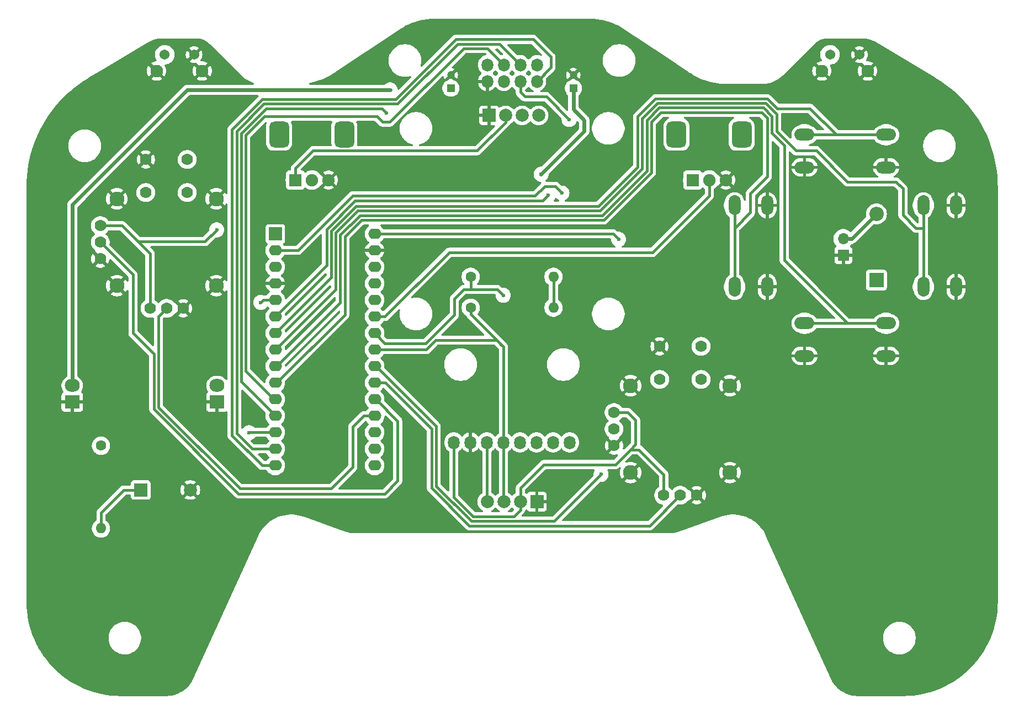
<source format=gtl>
G04 #@! TF.GenerationSoftware,KiCad,Pcbnew,8.0.1*
G04 #@! TF.CreationDate,2024-05-04T17:12:01+07:00*
G04 #@! TF.ProjectId,Arduino_RC_Transceiver_DIY_2.3.0,41726475-696e-46f5-9f52-435f5472616e,2.1.0*
G04 #@! TF.SameCoordinates,Original*
G04 #@! TF.FileFunction,Copper,L1,Top*
G04 #@! TF.FilePolarity,Positive*
%FSLAX46Y46*%
G04 Gerber Fmt 4.6, Leading zero omitted, Abs format (unit mm)*
G04 Created by KiCad (PCBNEW 8.0.1) date 2024-05-04 17:12:01*
%MOMM*%
%LPD*%
G01*
G04 APERTURE LIST*
G04 Aperture macros list*
%AMRoundRect*
0 Rectangle with rounded corners*
0 $1 Rounding radius*
0 $2 $3 $4 $5 $6 $7 $8 $9 X,Y pos of 4 corners*
0 Add a 4 corners polygon primitive as box body*
4,1,4,$2,$3,$4,$5,$6,$7,$8,$9,$2,$3,0*
0 Add four circle primitives for the rounded corners*
1,1,$1+$1,$2,$3*
1,1,$1+$1,$4,$5*
1,1,$1+$1,$6,$7*
1,1,$1+$1,$8,$9*
0 Add four rect primitives between the rounded corners*
20,1,$1+$1,$2,$3,$4,$5,0*
20,1,$1+$1,$4,$5,$6,$7,0*
20,1,$1+$1,$6,$7,$8,$9,0*
20,1,$1+$1,$8,$9,$2,$3,0*%
G04 Aperture macros list end*
G04 #@! TA.AperFunction,ComponentPad*
%ADD10C,1.778000*%
G04 #@! TD*
G04 #@! TA.AperFunction,ComponentPad*
%ADD11C,2.286000*%
G04 #@! TD*
G04 #@! TA.AperFunction,ComponentPad*
%ADD12O,1.850000X3.048000*%
G04 #@! TD*
G04 #@! TA.AperFunction,ComponentPad*
%ADD13R,2.000000X2.000000*%
G04 #@! TD*
G04 #@! TA.AperFunction,ComponentPad*
%ADD14C,2.000000*%
G04 #@! TD*
G04 #@! TA.AperFunction,ComponentPad*
%ADD15C,1.540000*%
G04 #@! TD*
G04 #@! TA.AperFunction,ComponentPad*
%ADD16C,1.950000*%
G04 #@! TD*
G04 #@! TA.AperFunction,ComponentPad*
%ADD17O,1.800000X2.100000*%
G04 #@! TD*
G04 #@! TA.AperFunction,ComponentPad*
%ADD18R,1.200000X1.200000*%
G04 #@! TD*
G04 #@! TA.AperFunction,ComponentPad*
%ADD19C,1.200000*%
G04 #@! TD*
G04 #@! TA.AperFunction,ComponentPad*
%ADD20C,1.600000*%
G04 #@! TD*
G04 #@! TA.AperFunction,ComponentPad*
%ADD21O,1.600000X1.600000*%
G04 #@! TD*
G04 #@! TA.AperFunction,ComponentPad*
%ADD22O,2.000000X1.600000*%
G04 #@! TD*
G04 #@! TA.AperFunction,ComponentPad*
%ADD23R,1.900000X1.900000*%
G04 #@! TD*
G04 #@! TA.AperFunction,ComponentPad*
%ADD24C,1.900000*%
G04 #@! TD*
G04 #@! TA.AperFunction,ComponentPad*
%ADD25RoundRect,0.750000X0.750000X-1.250000X0.750000X1.250000X-0.750000X1.250000X-0.750000X-1.250000X0*%
G04 #@! TD*
G04 #@! TA.AperFunction,ComponentPad*
%ADD26O,3.048000X1.850000*%
G04 #@! TD*
G04 #@! TA.AperFunction,ComponentPad*
%ADD27O,1.800000X2.000000*%
G04 #@! TD*
G04 #@! TA.AperFunction,ComponentPad*
%ADD28R,2.200000X2.200000*%
G04 #@! TD*
G04 #@! TA.AperFunction,ComponentPad*
%ADD29O,2.200000X2.200000*%
G04 #@! TD*
G04 #@! TA.AperFunction,ComponentPad*
%ADD30O,2.300000X2.000000*%
G04 #@! TD*
G04 #@! TA.AperFunction,ComponentPad*
%ADD31R,2.300000X2.000000*%
G04 #@! TD*
G04 #@! TA.AperFunction,ComponentPad*
%ADD32R,1.700000X1.700000*%
G04 #@! TD*
G04 #@! TA.AperFunction,ComponentPad*
%ADD33O,1.700000X1.700000*%
G04 #@! TD*
G04 #@! TA.AperFunction,ViaPad*
%ADD34C,0.600000*%
G04 #@! TD*
G04 #@! TA.AperFunction,Conductor*
%ADD35C,0.400000*%
G04 #@! TD*
G04 #@! TA.AperFunction,Conductor*
%ADD36C,0.600000*%
G04 #@! TD*
G04 APERTURE END LIST*
D10*
X93177000Y-67848000D03*
X99527000Y-67848000D03*
X93177000Y-72928000D03*
X99527000Y-72928000D03*
X93812000Y-90708000D03*
X96352000Y-90708000D03*
X98892000Y-90708000D03*
D11*
X88732000Y-73880500D03*
X88732000Y-87215500D03*
X103972000Y-87215500D03*
X103972000Y-73880500D03*
D10*
X86192000Y-78008000D03*
X86192000Y-80548000D03*
X86192000Y-83088000D03*
D12*
X183484000Y-87388000D03*
X183484000Y-74888000D03*
X188484000Y-87388000D03*
X188484000Y-74888000D03*
D13*
X145805000Y-61066250D03*
D14*
X148345000Y-61066250D03*
X150885000Y-61066250D03*
X153425000Y-61066250D03*
D13*
X153152000Y-120396000D03*
D14*
X150612000Y-120396000D03*
X148072000Y-120396000D03*
X145532000Y-120396000D03*
D13*
X92400000Y-118600000D03*
D14*
X100000000Y-118600000D03*
D15*
X202627000Y-51748000D03*
X198127000Y-51748000D03*
D16*
X196872000Y-54238000D03*
X203882000Y-54238000D03*
D17*
X140411200Y-111301800D03*
X142951200Y-111301800D03*
X145491200Y-111301800D03*
X148031200Y-111301800D03*
X150571200Y-111301800D03*
X153111200Y-111301800D03*
X155651200Y-111301800D03*
X158191200Y-111301800D03*
D10*
X171977000Y-96548000D03*
X178327000Y-96548000D03*
X171977000Y-101628000D03*
X178327000Y-101628000D03*
X172612000Y-119408000D03*
X175152000Y-119408000D03*
X177692000Y-119408000D03*
D11*
X167532000Y-102580500D03*
X167532000Y-115915500D03*
X182772000Y-115915500D03*
X182772000Y-102580500D03*
D10*
X164992000Y-106708000D03*
X164992000Y-109248000D03*
X164992000Y-111788000D03*
D18*
X139954000Y-56896000D03*
D19*
X139954000Y-54896000D03*
D15*
X100577000Y-51748000D03*
X96077000Y-51748000D03*
D16*
X94822000Y-54238000D03*
X101832000Y-54238000D03*
D20*
X143002000Y-85852000D03*
D21*
X155702000Y-85852000D03*
D12*
X212440000Y-87388000D03*
X212440000Y-74888000D03*
X217440000Y-87388000D03*
X217440000Y-74888000D03*
D13*
X113032000Y-79268000D03*
D22*
X113032000Y-81808000D03*
X113032000Y-84348000D03*
X113032000Y-86888000D03*
X113032000Y-89428000D03*
X113032000Y-91968000D03*
X113032000Y-94508000D03*
X113032000Y-97048000D03*
X113032000Y-99588000D03*
X113032000Y-102128000D03*
X113032000Y-104668000D03*
X113032000Y-107208000D03*
X113032000Y-109748000D03*
X113032000Y-112288000D03*
X113032000Y-114828000D03*
X128272000Y-114828000D03*
X128272000Y-112288000D03*
X128272000Y-109748000D03*
X128272000Y-107208000D03*
X128272000Y-104668000D03*
X128272000Y-102128000D03*
X128272000Y-99588000D03*
X128272000Y-97048000D03*
X128272000Y-94508000D03*
X128272000Y-91968000D03*
X128272000Y-89428000D03*
X128272000Y-86888000D03*
X128272000Y-84348000D03*
X128272000Y-81808000D03*
X128272000Y-79268000D03*
D23*
X177064096Y-70998000D03*
D24*
X179604096Y-70998000D03*
X182144096Y-70998000D03*
D25*
X174564096Y-63998000D03*
X184564096Y-63998000D03*
D26*
X194212000Y-64048000D03*
X206712000Y-64048000D03*
X194212000Y-69048000D03*
X206712000Y-69048000D03*
D27*
X145542000Y-55843000D03*
X148082000Y-55843000D03*
X150622000Y-55843000D03*
X153162000Y-55843000D03*
X153162000Y-53303000D03*
X150622000Y-53303000D03*
X148082000Y-53303000D03*
X145542000Y-53303000D03*
D18*
X158750000Y-56896000D03*
D19*
X158750000Y-54896000D03*
D20*
X86300000Y-111800000D03*
D21*
X86300000Y-124500000D03*
D28*
X205232000Y-86360000D03*
D29*
X205232000Y-76200000D03*
D26*
X194212000Y-93004000D03*
X206712000Y-93004000D03*
X194212000Y-98004000D03*
X206712000Y-98004000D03*
D23*
X116116096Y-70998000D03*
D24*
X118656096Y-70998000D03*
X121196096Y-70998000D03*
D25*
X113616096Y-63998000D03*
X123616096Y-63998000D03*
D30*
X104100000Y-102560000D03*
D31*
X104100000Y-105100000D03*
D30*
X81900000Y-102560000D03*
D31*
X81900000Y-105100000D03*
D20*
X143002000Y-90602000D03*
D21*
X155702000Y-90602000D03*
D32*
X200152000Y-82555000D03*
D33*
X200152000Y-80015000D03*
D34*
X143400000Y-113900000D03*
X126000006Y-81800000D03*
X115399996Y-86900000D03*
X143499996Y-55800000D03*
X104050000Y-78650000D03*
X157000000Y-73000000D03*
X110800000Y-89800000D03*
X154900000Y-73300000D03*
X109000000Y-109800000D03*
X158100000Y-61700000D03*
X163000000Y-116200000D03*
X148000004Y-88700000D03*
X130100000Y-60700000D03*
X130647995Y-57147989D03*
X153800000Y-70100000D03*
X165700000Y-80100000D03*
D35*
X143542996Y-55843000D02*
X143499996Y-55800000D01*
X145542000Y-55843000D02*
X143542996Y-55843000D01*
X115387996Y-86888000D02*
X115399996Y-86900000D01*
X113032000Y-86888000D02*
X115387996Y-86888000D01*
X128272000Y-81808000D02*
X126008006Y-81808000D01*
X126008006Y-81808000D02*
X126000006Y-81800000D01*
X142951200Y-113451200D02*
X143400000Y-113900000D01*
X142951200Y-111301800D02*
X142951200Y-113451200D01*
X167500000Y-112400000D02*
X168300000Y-111600000D01*
X148345000Y-61066250D02*
X148345000Y-62155000D01*
X150612000Y-120396000D02*
X150612000Y-118312000D01*
X140411200Y-119711200D02*
X143400000Y-122700000D01*
X91950000Y-80450000D02*
X93812000Y-82312000D01*
X91950000Y-80450000D02*
X102250000Y-80450000D01*
X89508000Y-78008000D02*
X91950000Y-80450000D01*
X168300000Y-107900000D02*
X167108000Y-106708000D01*
X102250000Y-80450000D02*
X104050000Y-78650000D01*
X116116096Y-69183904D02*
X116116096Y-70998000D01*
X149600000Y-122700000D02*
X150612000Y-121688000D01*
X172612000Y-119408000D02*
X172612000Y-116212000D01*
X144002000Y-66498000D02*
X118802000Y-66498000D01*
X143400000Y-122700000D02*
X149600000Y-122700000D01*
X150612000Y-118312000D02*
X154224000Y-114700000D01*
X93812000Y-82312000D02*
X93812000Y-90708000D01*
X168800000Y-112400000D02*
X167500000Y-112400000D01*
X150612000Y-121688000D02*
X150612000Y-120396000D01*
X140411200Y-111301800D02*
X140411200Y-119711200D01*
X154224000Y-114700000D02*
X165200000Y-114700000D01*
X167108000Y-106708000D02*
X164992000Y-106708000D01*
X148345000Y-62155000D02*
X144002000Y-66498000D01*
X165200000Y-114700000D02*
X167500000Y-112400000D01*
X172612000Y-116212000D02*
X168800000Y-112400000D01*
X118802000Y-66498000D02*
X116116096Y-69183904D01*
X168300000Y-111600000D02*
X168300000Y-107900000D01*
X86192000Y-78008000D02*
X89508000Y-78008000D01*
X116492000Y-81808000D02*
X124900000Y-73400000D01*
X154340811Y-71950000D02*
X155950000Y-71950000D01*
X152890811Y-73400000D02*
X154340811Y-71950000D01*
X113032000Y-81808000D02*
X116492000Y-81808000D01*
X155950000Y-71950000D02*
X157000000Y-73000000D01*
X124900000Y-73400000D02*
X152890811Y-73400000D01*
X111172000Y-89428000D02*
X110800000Y-89800000D01*
X113032000Y-89428000D02*
X111172000Y-89428000D01*
X125240200Y-74200000D02*
X154000000Y-74200000D01*
X113032000Y-91968000D02*
X120900000Y-84100000D01*
X120900000Y-84100000D02*
X120900000Y-78540200D01*
X154000000Y-74200000D02*
X154900000Y-73300000D01*
X120900000Y-78540200D02*
X125240200Y-74200000D01*
X190000000Y-60000000D02*
X188499999Y-58500000D01*
X171330152Y-58500000D02*
X168600000Y-61230152D01*
X121600000Y-78830152D02*
X121600000Y-85940000D01*
X168600000Y-61230152D02*
X168600000Y-69000000D01*
X168600000Y-69000000D02*
X162586156Y-75013844D01*
X194212000Y-64048000D02*
X206712000Y-64048000D01*
X199600000Y-64048000D02*
X194212000Y-64048000D01*
X199100000Y-64048000D02*
X195052000Y-60000000D01*
X188499999Y-58500000D02*
X171330152Y-58500000D01*
X125416307Y-75013844D02*
X121600000Y-78830152D01*
X195052000Y-60000000D02*
X190000000Y-60000000D01*
X121600000Y-85940000D02*
X113032000Y-94508000D01*
X162586156Y-75013844D02*
X125416307Y-75013844D01*
X122300000Y-87780000D02*
X113032000Y-97048000D01*
X200800000Y-71300000D02*
X196000000Y-66500000D01*
X169300000Y-61520101D02*
X169300000Y-69289950D01*
X211300000Y-78400000D02*
X209300000Y-76400000D01*
X171620102Y-59200000D02*
X169300000Y-61520101D01*
X209300000Y-72347000D02*
X208253000Y-71300000D01*
X196000000Y-66500000D02*
X192910051Y-66500000D01*
X189900000Y-60889950D02*
X188210050Y-59200000D01*
X162876105Y-75713844D02*
X125706257Y-75713844D01*
X188210050Y-59200000D02*
X171620102Y-59200000D01*
X189900000Y-63489949D02*
X189900000Y-60889950D01*
X209300000Y-76400000D02*
X209300000Y-72347000D01*
X169300000Y-69289950D02*
X162876105Y-75713844D01*
X122300000Y-79120101D02*
X122300000Y-87780000D01*
X212440000Y-78400000D02*
X211300000Y-78400000D01*
X212440000Y-87388000D02*
X212440000Y-74888000D01*
X125706257Y-75713844D02*
X122300000Y-79120101D01*
X208253000Y-71300000D02*
X200800000Y-71300000D01*
X192910051Y-66500000D02*
X189900000Y-63489949D01*
X113032000Y-99588000D02*
X113232000Y-99588000D01*
X191100000Y-83300000D02*
X200804000Y-93004000D01*
X123000000Y-89820000D02*
X123000000Y-79410050D01*
X189200000Y-61179900D02*
X189200000Y-63779899D01*
X189200000Y-63779899D02*
X191100000Y-65679899D01*
X163166055Y-76413844D02*
X170000000Y-69579899D01*
X113232000Y-99588000D02*
X123000000Y-89820000D01*
X123000000Y-79410050D02*
X125996207Y-76413844D01*
X170000000Y-61810050D02*
X171910052Y-59900000D01*
X191100000Y-65679899D02*
X191100000Y-83300000D01*
X125996207Y-76413844D02*
X163166055Y-76413844D01*
X187920101Y-59900000D02*
X189200000Y-61179900D01*
X170000000Y-69579899D02*
X170000000Y-61810050D01*
X200804000Y-93004000D02*
X206712000Y-93004000D01*
X194212000Y-93004000D02*
X206712000Y-93004000D01*
X171910052Y-59900000D02*
X187920101Y-59900000D01*
X170700000Y-62100000D02*
X170700000Y-69869849D01*
X188500000Y-61469849D02*
X187630151Y-60600000D01*
X123700000Y-91660000D02*
X113232000Y-102128000D01*
X187630151Y-60600000D02*
X172200000Y-60600000D01*
X188500000Y-70471000D02*
X188500000Y-61469849D01*
X113232000Y-102128000D02*
X113032000Y-102128000D01*
X185900000Y-75984000D02*
X185900000Y-73071000D01*
X163456004Y-77113844D02*
X126286156Y-77113844D01*
X185900000Y-73071000D02*
X188500000Y-70471000D01*
X126286156Y-77113844D02*
X123700000Y-79700000D01*
X183484000Y-78400000D02*
X185900000Y-75984000D01*
X172200000Y-60600000D02*
X170700000Y-62100000D01*
X170700000Y-69869849D02*
X163456004Y-77113844D01*
X183484000Y-74888000D02*
X183484000Y-87388000D01*
X123700000Y-79700000D02*
X123700000Y-91660000D01*
X128600000Y-61221321D02*
X129478679Y-62100000D01*
X108500000Y-64100006D02*
X111378685Y-61221321D01*
X145579000Y-50800000D02*
X148082000Y-53303000D01*
X113032000Y-104668000D02*
X112832000Y-104668000D01*
X141909189Y-50800000D02*
X145579000Y-50800000D01*
X111378685Y-61221321D02*
X128600000Y-61221321D01*
X108500000Y-100336000D02*
X108500000Y-64100006D01*
X130609189Y-62100000D02*
X141909189Y-50800000D01*
X112832000Y-104668000D02*
X108500000Y-100336000D01*
X129478679Y-62100000D02*
X130609189Y-62100000D01*
X113032000Y-109748000D02*
X109052000Y-109748000D01*
X109052000Y-109748000D02*
X109000000Y-109800000D01*
X131800000Y-59300000D02*
X141000000Y-50100000D01*
X111320106Y-59300000D02*
X131800000Y-59300000D01*
X147419000Y-50100000D02*
X150622000Y-53303000D01*
X107100000Y-63520106D02*
X111320106Y-59300000D01*
X109466679Y-112288000D02*
X107100000Y-109921321D01*
X107100000Y-109921321D02*
X107100000Y-63520106D01*
X113032000Y-112288000D02*
X109466679Y-112288000D01*
X141000000Y-50100000D02*
X147419000Y-50100000D01*
X155300000Y-52100000D02*
X155300000Y-53705000D01*
X111030157Y-58600000D02*
X131510051Y-58600000D01*
X131510051Y-58600000D02*
X140710051Y-49400000D01*
X152600000Y-49400000D02*
X155300000Y-52100000D01*
X113032000Y-114828000D02*
X111016730Y-114828000D01*
X106400000Y-110211270D02*
X106400000Y-63230156D01*
X111016730Y-114828000D02*
X106400000Y-110211270D01*
X140710051Y-49400000D02*
X152600000Y-49400000D01*
X155300000Y-53705000D02*
X153162000Y-55843000D01*
X106400000Y-63230156D02*
X111030157Y-58600000D01*
X158100000Y-61700000D02*
X154600000Y-58200000D01*
X150622000Y-57522000D02*
X150622000Y-55843000D01*
X151300000Y-58200000D02*
X150622000Y-57522000D01*
X154600000Y-58200000D02*
X151300000Y-58200000D01*
X95100000Y-91960000D02*
X96352000Y-90708000D01*
X124900000Y-108900000D02*
X124900000Y-115100000D01*
X95100000Y-105883899D02*
X95100000Y-91960000D01*
X124900000Y-115100000D02*
X121600000Y-118400000D01*
X107616101Y-118400000D02*
X95100000Y-105883899D01*
X121600000Y-118400000D02*
X107616101Y-118400000D01*
X126592000Y-107208000D02*
X124900000Y-108900000D01*
X128272000Y-107208000D02*
X126592000Y-107208000D01*
X131800000Y-107996000D02*
X131800000Y-117200000D01*
X91200000Y-85556000D02*
X86192000Y-80548000D01*
X128472000Y-104668000D02*
X131800000Y-107996000D01*
X94400000Y-106173848D02*
X94400000Y-97700000D01*
X94400000Y-97700000D02*
X91200000Y-94500000D01*
X131800000Y-117200000D02*
X129800000Y-119200000D01*
X129800000Y-119200000D02*
X107426151Y-119200000D01*
X128272000Y-104668000D02*
X128472000Y-104668000D01*
X91200000Y-94500000D02*
X91200000Y-85556000D01*
X107426151Y-119200000D02*
X94400000Y-106173848D01*
X128272000Y-102128000D02*
X129928000Y-102128000D01*
X142820102Y-124100000D02*
X170460000Y-124100000D01*
X137000000Y-118279899D02*
X142820102Y-124100000D01*
X137000000Y-109200000D02*
X137000000Y-118279899D01*
X170460000Y-124100000D02*
X175152000Y-119408000D01*
X129928000Y-102128000D02*
X137000000Y-109200000D01*
X128472000Y-99588000D02*
X137700000Y-108816000D01*
X137700000Y-108816000D02*
X137700000Y-117989949D01*
X128272000Y-99588000D02*
X128472000Y-99588000D01*
X137700000Y-117989949D02*
X143110051Y-123400000D01*
X143110051Y-123400000D02*
X155800000Y-123400000D01*
X155800000Y-123400000D02*
X163000000Y-116200000D01*
X143002000Y-91602000D02*
X148031200Y-96631200D01*
X148031200Y-120355200D02*
X148072000Y-120396000D01*
X148031200Y-96631200D02*
X148031200Y-111301800D01*
X147000000Y-95600000D02*
X137589950Y-95600000D01*
X143002000Y-90602000D02*
X143002000Y-91602000D01*
X136141950Y-97048000D02*
X128272000Y-97048000D01*
X147550000Y-96150000D02*
X148031200Y-96631200D01*
X148031200Y-111301800D02*
X148031200Y-120355200D01*
X148031200Y-96631200D02*
X147000000Y-95600000D01*
X137589950Y-95600000D02*
X136141950Y-97048000D01*
X143004000Y-87800000D02*
X147100004Y-87800000D01*
X143002000Y-85852000D02*
X143002000Y-87802000D01*
X143002000Y-87802000D02*
X141898000Y-87802000D01*
X143002000Y-87802000D02*
X143004000Y-87800000D01*
X136100000Y-96100000D02*
X129864000Y-96100000D01*
X145491200Y-111301800D02*
X145491200Y-120355200D01*
X140500000Y-91700000D02*
X136100000Y-96100000D01*
X140500000Y-89200000D02*
X140500000Y-91700000D01*
X141898000Y-87802000D02*
X140500000Y-89200000D01*
X145491200Y-120355200D02*
X145532000Y-120396000D01*
X129864000Y-96100000D02*
X128272000Y-94508000D01*
X147100004Y-87800000D02*
X148000004Y-88700000D01*
X107800000Y-101976000D02*
X107800000Y-63810056D01*
X111610061Y-59999995D02*
X129399995Y-59999995D01*
X129399995Y-59999995D02*
X130100000Y-60700000D01*
X113032000Y-107208000D02*
X107800000Y-101976000D01*
X107800000Y-63810056D02*
X111610061Y-59999995D01*
D36*
X158750000Y-60150000D02*
X160400000Y-61800000D01*
X99552011Y-57147989D02*
X130647995Y-57147989D01*
X160400000Y-61800000D02*
X160400000Y-63500000D01*
X160400000Y-63500000D02*
X153800000Y-70100000D01*
X158750000Y-56896000D02*
X158750000Y-60150000D01*
D35*
X155702000Y-90602000D02*
X155702000Y-85852000D01*
D36*
X81900000Y-74800000D02*
X99552011Y-57147989D01*
X81900000Y-102560000D02*
X81900000Y-74800000D01*
D35*
X129832000Y-91968000D02*
X128272000Y-91968000D01*
X170900000Y-82100000D02*
X139700000Y-82100000D01*
X179604096Y-70998000D02*
X179604096Y-73395904D01*
X139700000Y-82100000D02*
X129832000Y-91968000D01*
X179604096Y-73395904D02*
X170900000Y-82100000D01*
X89800000Y-118600000D02*
X92400000Y-118600000D01*
X86300000Y-124500000D02*
X86300000Y-122100000D01*
X86300000Y-122100000D02*
X89800000Y-118600000D01*
X164868000Y-79268000D02*
X165700000Y-80100000D01*
X128272000Y-79268000D02*
X164868000Y-79268000D01*
D36*
X205232000Y-76200000D02*
X201417000Y-80015000D01*
X201417000Y-80015000D02*
X200152000Y-80015000D01*
G04 #@! TA.AperFunction,Conductor*
G36*
X161326417Y-46248563D02*
G01*
X161878121Y-46264791D01*
X161886854Y-46265305D01*
X162434459Y-46313732D01*
X162443139Y-46314758D01*
X162986953Y-46395282D01*
X162995554Y-46396815D01*
X163533566Y-46509131D01*
X163533705Y-46509160D01*
X163542223Y-46511202D01*
X163728821Y-46561762D01*
X164072814Y-46654969D01*
X164081167Y-46657498D01*
X164602326Y-46832177D01*
X164602430Y-46832212D01*
X164610649Y-46835238D01*
X165120724Y-47040274D01*
X165128720Y-47043764D01*
X165625879Y-47278428D01*
X165633661Y-47282385D01*
X166116112Y-47545828D01*
X166116163Y-47545856D01*
X166123723Y-47550278D01*
X166592468Y-47843249D01*
X166596109Y-47845599D01*
X166611893Y-47856121D01*
X166611899Y-47856125D01*
X166666790Y-47892721D01*
X166666799Y-47892724D01*
X172567455Y-51826496D01*
X176494174Y-54444309D01*
X176494177Y-54444311D01*
X176494178Y-54444311D01*
X176500299Y-54448392D01*
X176500300Y-54448393D01*
X176555125Y-54484943D01*
X176628248Y-54533692D01*
X176629384Y-54534408D01*
X176715119Y-54591553D01*
X176788702Y-54640599D01*
X176788714Y-54640606D01*
X176788724Y-54640613D01*
X177271836Y-54926639D01*
X177769540Y-55186443D01*
X178280414Y-55419284D01*
X178802999Y-55624497D01*
X179335802Y-55801496D01*
X179877301Y-55949774D01*
X180425949Y-56068909D01*
X180766458Y-56123989D01*
X180980171Y-56158559D01*
X180980174Y-56158559D01*
X180980178Y-56158560D01*
X180980185Y-56158560D01*
X180980203Y-56158563D01*
X181257095Y-56188279D01*
X181538406Y-56218471D01*
X181538400Y-56218471D01*
X181818721Y-56233470D01*
X182099037Y-56248470D01*
X182303077Y-56248490D01*
X182303193Y-56248500D01*
X182313864Y-56248500D01*
X187770873Y-56248500D01*
X187771159Y-56248480D01*
X187891625Y-56248485D01*
X187891636Y-56248484D01*
X187891642Y-56248484D01*
X188234681Y-56218482D01*
X188283127Y-56214245D01*
X188670154Y-56146011D01*
X189049761Y-56044303D01*
X189419058Y-55909894D01*
X189775234Y-55743808D01*
X190115577Y-55547308D01*
X190437498Y-55321891D01*
X190738546Y-55069272D01*
X190849807Y-54958006D01*
X191569812Y-54238001D01*
X195391945Y-54238001D01*
X195412131Y-54481610D01*
X195472138Y-54718575D01*
X195570327Y-54942422D01*
X195570329Y-54942425D01*
X195666625Y-55089818D01*
X196270957Y-54485486D01*
X196295978Y-54545890D01*
X196367112Y-54652351D01*
X196457649Y-54742888D01*
X196564110Y-54814022D01*
X196624511Y-54839041D01*
X196019758Y-55443794D01*
X196019758Y-55443795D01*
X196062482Y-55477048D01*
X196062488Y-55477052D01*
X196277468Y-55593394D01*
X196508662Y-55672764D01*
X196749780Y-55712999D01*
X196749780Y-55713000D01*
X196994220Y-55713000D01*
X196994219Y-55712999D01*
X197235337Y-55672764D01*
X197466531Y-55593394D01*
X197681513Y-55477051D01*
X197681522Y-55477045D01*
X197724240Y-55443796D01*
X197724241Y-55443794D01*
X197119488Y-54839041D01*
X197179890Y-54814022D01*
X197286351Y-54742888D01*
X197376888Y-54652351D01*
X197448022Y-54545890D01*
X197473041Y-54485488D01*
X198077372Y-55089819D01*
X198077373Y-55089818D01*
X198173669Y-54942429D01*
X198173676Y-54942417D01*
X198271860Y-54718578D01*
X198331868Y-54481610D01*
X198352055Y-54238001D01*
X198352055Y-54237998D01*
X198331868Y-53994389D01*
X198271861Y-53757424D01*
X198173672Y-53533577D01*
X198173670Y-53533574D01*
X198134309Y-53473326D01*
X198110273Y-53400039D01*
X198126101Y-53324552D01*
X198177552Y-53267093D01*
X198239179Y-53246079D01*
X198238916Y-53244415D01*
X198244693Y-53243500D01*
X198244698Y-53243500D01*
X198477197Y-53206675D01*
X198701073Y-53133934D01*
X198910813Y-53027066D01*
X199101253Y-52888703D01*
X199267703Y-52722253D01*
X199406066Y-52531813D01*
X199512934Y-52322073D01*
X199585675Y-52098197D01*
X199622500Y-51865698D01*
X199622500Y-51748000D01*
X201352149Y-51748000D01*
X201371517Y-51969376D01*
X201429031Y-52184023D01*
X201429032Y-52184025D01*
X201522946Y-52385424D01*
X201522948Y-52385429D01*
X201569513Y-52451931D01*
X201569514Y-52451932D01*
X202148119Y-51873325D01*
X202165734Y-51939063D01*
X202230902Y-52051937D01*
X202323063Y-52144098D01*
X202435937Y-52209266D01*
X202501672Y-52226880D01*
X201923067Y-52805484D01*
X201989572Y-52852051D01*
X201989581Y-52852056D01*
X202190974Y-52945967D01*
X202190976Y-52945968D01*
X202405623Y-53003482D01*
X202405622Y-53003482D01*
X202626999Y-53022851D01*
X202627001Y-53022851D01*
X202848377Y-53003482D01*
X202885679Y-52993487D01*
X202962807Y-52993485D01*
X203029602Y-53032048D01*
X203029605Y-53032050D01*
X203634512Y-53636957D01*
X203574110Y-53661978D01*
X203467649Y-53733112D01*
X203377112Y-53823649D01*
X203305978Y-53930110D01*
X203280958Y-53990512D01*
X202676625Y-53386180D01*
X202580329Y-53533574D01*
X202580327Y-53533577D01*
X202482138Y-53757424D01*
X202422131Y-53994389D01*
X202401945Y-54237998D01*
X202401945Y-54238001D01*
X202422131Y-54481610D01*
X202482138Y-54718575D01*
X202580327Y-54942422D01*
X202580329Y-54942425D01*
X202676625Y-55089818D01*
X203280957Y-54485486D01*
X203305978Y-54545890D01*
X203377112Y-54652351D01*
X203467649Y-54742888D01*
X203574110Y-54814022D01*
X203634511Y-54839041D01*
X203029758Y-55443794D01*
X203029758Y-55443795D01*
X203072482Y-55477048D01*
X203072488Y-55477052D01*
X203287468Y-55593394D01*
X203518662Y-55672764D01*
X203759780Y-55712999D01*
X203759780Y-55713000D01*
X204004220Y-55713000D01*
X204004219Y-55712999D01*
X204245337Y-55672764D01*
X204476531Y-55593394D01*
X204691513Y-55477051D01*
X204691522Y-55477045D01*
X204734240Y-55443796D01*
X204734241Y-55443794D01*
X204129488Y-54839041D01*
X204189890Y-54814022D01*
X204296351Y-54742888D01*
X204386888Y-54652351D01*
X204458022Y-54545890D01*
X204483041Y-54485488D01*
X205087372Y-55089819D01*
X205087373Y-55089818D01*
X205183669Y-54942429D01*
X205183676Y-54942417D01*
X205281860Y-54718578D01*
X205341868Y-54481610D01*
X205362055Y-54238001D01*
X205362055Y-54237998D01*
X205341868Y-53994389D01*
X205281861Y-53757424D01*
X205183672Y-53533577D01*
X205183666Y-53533565D01*
X205087373Y-53386180D01*
X204483041Y-53990510D01*
X204458022Y-53930110D01*
X204386888Y-53823649D01*
X204296351Y-53733112D01*
X204189890Y-53661978D01*
X204129486Y-53636957D01*
X204734240Y-53032204D01*
X204734240Y-53032203D01*
X204691514Y-52998949D01*
X204476531Y-52882605D01*
X204245337Y-52803235D01*
X204004219Y-52763000D01*
X203753615Y-52763000D01*
X203753615Y-52760497D01*
X203689094Y-52748730D01*
X203630302Y-52698807D01*
X203604348Y-52626177D01*
X203618187Y-52550301D01*
X203630802Y-52528599D01*
X203731046Y-52385435D01*
X203731052Y-52385426D01*
X203824967Y-52184025D01*
X203824968Y-52184023D01*
X203882482Y-51969376D01*
X203901851Y-51748000D01*
X203901851Y-51747999D01*
X203882482Y-51526623D01*
X203824968Y-51311978D01*
X203731049Y-51110570D01*
X203731046Y-51110565D01*
X203684484Y-51044068D01*
X203105880Y-51622672D01*
X203088266Y-51556937D01*
X203023098Y-51444063D01*
X202930937Y-51351902D01*
X202818063Y-51286734D01*
X202752325Y-51269119D01*
X203330932Y-50690514D01*
X203330931Y-50690513D01*
X203264429Y-50643948D01*
X203264424Y-50643946D01*
X203063025Y-50550032D01*
X203063023Y-50550031D01*
X202848376Y-50492517D01*
X202848377Y-50492517D01*
X202627001Y-50473149D01*
X202626999Y-50473149D01*
X202405623Y-50492517D01*
X202190978Y-50550031D01*
X201989572Y-50643949D01*
X201989571Y-50643949D01*
X201923068Y-50690515D01*
X202501672Y-51269119D01*
X202435937Y-51286734D01*
X202323063Y-51351902D01*
X202230902Y-51444063D01*
X202165734Y-51556937D01*
X202148119Y-51622672D01*
X201569515Y-51044068D01*
X201522949Y-51110571D01*
X201522949Y-51110572D01*
X201429031Y-51311978D01*
X201371517Y-51526623D01*
X201352149Y-51747999D01*
X201352149Y-51748000D01*
X199622500Y-51748000D01*
X199622500Y-51630302D01*
X199585675Y-51397803D01*
X199584584Y-51394446D01*
X199538626Y-51253000D01*
X199512934Y-51173927D01*
X199406066Y-50964187D01*
X199267703Y-50773747D01*
X199101253Y-50607297D01*
X198910813Y-50468934D01*
X198811719Y-50418443D01*
X198701078Y-50362068D01*
X198701074Y-50362066D01*
X198701073Y-50362066D01*
X198632732Y-50339861D01*
X198477202Y-50289326D01*
X198477203Y-50289326D01*
X198477197Y-50289325D01*
X198244698Y-50252500D01*
X198009302Y-50252500D01*
X197804861Y-50284880D01*
X197776796Y-50289326D01*
X197552933Y-50362064D01*
X197552921Y-50362068D01*
X197343185Y-50468935D01*
X197343184Y-50468935D01*
X197152756Y-50607290D01*
X197152745Y-50607299D01*
X196986299Y-50773745D01*
X196986290Y-50773756D01*
X196847935Y-50964184D01*
X196847935Y-50964185D01*
X196741068Y-51173921D01*
X196741064Y-51173933D01*
X196668326Y-51397796D01*
X196668325Y-51397803D01*
X196631500Y-51630302D01*
X196631500Y-51865698D01*
X196657683Y-52031006D01*
X196668326Y-52098203D01*
X196741064Y-52322066D01*
X196741068Y-52322078D01*
X196782003Y-52402417D01*
X196847934Y-52531813D01*
X196847936Y-52531816D01*
X196850991Y-52536801D01*
X196849143Y-52537933D01*
X196873164Y-52600481D01*
X196861109Y-52676661D01*
X196812579Y-52736608D01*
X196749507Y-52763045D01*
X196508662Y-52803235D01*
X196277470Y-52882604D01*
X196062489Y-52998946D01*
X196062486Y-52998948D01*
X196019758Y-53032203D01*
X196624511Y-53636958D01*
X196564110Y-53661978D01*
X196457649Y-53733112D01*
X196367112Y-53823649D01*
X196295978Y-53930110D01*
X196270958Y-53990512D01*
X195666625Y-53386180D01*
X195570329Y-53533574D01*
X195570327Y-53533577D01*
X195472138Y-53757424D01*
X195412131Y-53994389D01*
X195391945Y-54237998D01*
X195391945Y-54238001D01*
X191569812Y-54238001D01*
X195625696Y-50182115D01*
X195625730Y-50182087D01*
X195634200Y-50173615D01*
X195634202Y-50173615D01*
X195678215Y-50129598D01*
X195683490Y-50124577D01*
X195688030Y-50120462D01*
X195893473Y-49934249D01*
X195904753Y-49924991D01*
X196129448Y-49758340D01*
X196141576Y-49750236D01*
X196381527Y-49606412D01*
X196394388Y-49599538D01*
X196647269Y-49479935D01*
X196660763Y-49474346D01*
X196924156Y-49380105D01*
X196938122Y-49375869D01*
X197209474Y-49307905D01*
X197223780Y-49305060D01*
X197500487Y-49264022D01*
X197515035Y-49262590D01*
X197798481Y-49248676D01*
X197805762Y-49248498D01*
X197867621Y-49248501D01*
X197867625Y-49248499D01*
X197877525Y-49248500D01*
X197877570Y-49248498D01*
X202901192Y-49248498D01*
X202964208Y-49248498D01*
X202969957Y-49248609D01*
X202989156Y-49249350D01*
X203308385Y-49261677D01*
X203319805Y-49262561D01*
X203653386Y-49301364D01*
X203664709Y-49303126D01*
X203994276Y-49367535D01*
X204005430Y-49370165D01*
X204329082Y-49459810D01*
X204340009Y-49463297D01*
X204655732Y-49577620D01*
X204666369Y-49581941D01*
X204972360Y-49720284D01*
X204982626Y-49725412D01*
X205279358Y-49888218D01*
X205284315Y-49891064D01*
X214320074Y-55312522D01*
X214320079Y-55312526D01*
X214382988Y-55350272D01*
X214385712Y-55351946D01*
X214492722Y-55419317D01*
X215090130Y-55795433D01*
X215095441Y-55798939D01*
X215778778Y-56271285D01*
X215783933Y-56275014D01*
X216446373Y-56776257D01*
X216446384Y-56776265D01*
X216451391Y-56780225D01*
X216715306Y-56998347D01*
X217091729Y-57309455D01*
X217096570Y-57313635D01*
X217713568Y-57869828D01*
X217718226Y-57874212D01*
X218310778Y-58456366D01*
X218315238Y-58460938D01*
X218766576Y-58944141D01*
X218882299Y-59068033D01*
X218886564Y-59072801D01*
X219427010Y-59703632D01*
X219431066Y-59708577D01*
X219943963Y-60362052D01*
X219947799Y-60367162D01*
X220432160Y-61042024D01*
X220435767Y-61047283D01*
X220890738Y-61742345D01*
X220894125Y-61747771D01*
X221318818Y-62461671D01*
X221321970Y-62467237D01*
X221715654Y-63198749D01*
X221718563Y-63204445D01*
X222080469Y-63952140D01*
X222083132Y-63957956D01*
X222412630Y-64720532D01*
X222415040Y-64726457D01*
X222711495Y-65502443D01*
X222713649Y-65508466D01*
X222976526Y-66296461D01*
X222978420Y-66302571D01*
X223207242Y-67101151D01*
X223208871Y-67107336D01*
X223403200Y-67914965D01*
X223404563Y-67921215D01*
X223564054Y-68736465D01*
X223565147Y-68742767D01*
X223689500Y-69564096D01*
X223690322Y-69570439D01*
X223779312Y-70396375D01*
X223779860Y-70402748D01*
X223833317Y-71231702D01*
X223833592Y-71238093D01*
X223839320Y-71504859D01*
X223851141Y-72055478D01*
X223851466Y-72070583D01*
X223851500Y-72073781D01*
X223851500Y-135746119D01*
X223851452Y-135749894D01*
X223832985Y-136478607D01*
X223832603Y-136486146D01*
X223777394Y-137211128D01*
X223776630Y-137218639D01*
X223684773Y-137939878D01*
X223683630Y-137947340D01*
X223555358Y-138663021D01*
X223553838Y-138670415D01*
X223389488Y-139378654D01*
X223387596Y-139385962D01*
X223187580Y-140084986D01*
X223185320Y-140092189D01*
X222950156Y-140780184D01*
X222947534Y-140787264D01*
X222677831Y-141462451D01*
X222674854Y-141469388D01*
X222371295Y-142130059D01*
X222367971Y-142136836D01*
X222031336Y-142781291D01*
X222027672Y-142787892D01*
X221658836Y-143414452D01*
X221654843Y-143420859D01*
X221254733Y-144027956D01*
X221250420Y-144034152D01*
X220820081Y-144620195D01*
X220815460Y-144626164D01*
X220356002Y-145189644D01*
X220351085Y-145195372D01*
X219863669Y-145734868D01*
X219858468Y-145740340D01*
X219344340Y-146254468D01*
X219338868Y-146259669D01*
X218799372Y-146747085D01*
X218793644Y-146752002D01*
X218230164Y-147211460D01*
X218224195Y-147216081D01*
X217638152Y-147646420D01*
X217631956Y-147650733D01*
X217024859Y-148050843D01*
X217018452Y-148054836D01*
X216391892Y-148423672D01*
X216385291Y-148427336D01*
X215740836Y-148763971D01*
X215734059Y-148767295D01*
X215073388Y-149070854D01*
X215066451Y-149073831D01*
X214391264Y-149343534D01*
X214384184Y-149346156D01*
X213696189Y-149581320D01*
X213688986Y-149583580D01*
X212989962Y-149783596D01*
X212982654Y-149785488D01*
X212274415Y-149949838D01*
X212267021Y-149951358D01*
X211551340Y-150079630D01*
X211543878Y-150080773D01*
X210822639Y-150172630D01*
X210815128Y-150173394D01*
X210090146Y-150228603D01*
X210082607Y-150228985D01*
X209353894Y-150247452D01*
X209350119Y-150247500D01*
X202355291Y-150247500D01*
X202348732Y-150247356D01*
X202348709Y-150247355D01*
X201962783Y-150230348D01*
X201949717Y-150229195D01*
X201913310Y-150224357D01*
X201570028Y-150178740D01*
X201557112Y-150176441D01*
X201183336Y-150092786D01*
X201170672Y-150089360D01*
X200805691Y-149973147D01*
X200793379Y-149968620D01*
X200440051Y-149820762D01*
X200428184Y-149815170D01*
X200089229Y-149636805D01*
X200077899Y-149630191D01*
X199755934Y-149422695D01*
X199745231Y-149415110D01*
X199655108Y-149345086D01*
X199442767Y-149180099D01*
X199432775Y-149171604D01*
X199152168Y-148910912D01*
X199142959Y-148901569D01*
X198886358Y-148617193D01*
X198878007Y-148607076D01*
X198647412Y-148301228D01*
X198639988Y-148290422D01*
X198437196Y-147965487D01*
X198430747Y-147954063D01*
X198255828Y-147609609D01*
X198252999Y-147603722D01*
X198227129Y-147546687D01*
X198227127Y-147546684D01*
X195479101Y-141488424D01*
X206251500Y-141488424D01*
X206282945Y-141767513D01*
X206345438Y-142041312D01*
X206345439Y-142041314D01*
X206345440Y-142041318D01*
X206378864Y-142136836D01*
X206438198Y-142306404D01*
X206438198Y-142306405D01*
X206560051Y-142559438D01*
X206560055Y-142559445D01*
X206709474Y-142797245D01*
X206784522Y-142891352D01*
X206884584Y-143016825D01*
X207083175Y-143215416D01*
X207240015Y-143340492D01*
X207302754Y-143390525D01*
X207461287Y-143490137D01*
X207540555Y-143539945D01*
X207793592Y-143661801D01*
X208058682Y-143754560D01*
X208195586Y-143785807D01*
X208332486Y-143817054D01*
X208332487Y-143817054D01*
X208332491Y-143817055D01*
X208611575Y-143848500D01*
X208892425Y-143848500D01*
X209171509Y-143817055D01*
X209445318Y-143754560D01*
X209710408Y-143661801D01*
X209963445Y-143539945D01*
X210201248Y-143390523D01*
X210420825Y-143215416D01*
X210619416Y-143016825D01*
X210794523Y-142797248D01*
X210804550Y-142781291D01*
X210843501Y-142719300D01*
X210943945Y-142559445D01*
X211065801Y-142306408D01*
X211158560Y-142041318D01*
X211221055Y-141767509D01*
X211252500Y-141488425D01*
X211252500Y-141207575D01*
X211221055Y-140928491D01*
X211158560Y-140654682D01*
X211065801Y-140389592D01*
X210943945Y-140136555D01*
X210894137Y-140057287D01*
X210794525Y-139898754D01*
X210744492Y-139836015D01*
X210619416Y-139679175D01*
X210420825Y-139480584D01*
X210293009Y-139378654D01*
X210201245Y-139305474D01*
X209963445Y-139156055D01*
X209963438Y-139156051D01*
X209815209Y-139084668D01*
X209710408Y-139034199D01*
X209445318Y-138941440D01*
X209445314Y-138941439D01*
X209445312Y-138941438D01*
X209171513Y-138878945D01*
X208892425Y-138847500D01*
X208611575Y-138847500D01*
X208332486Y-138878945D01*
X208058687Y-138941438D01*
X208058685Y-138941439D01*
X207793595Y-139034198D01*
X207793594Y-139034198D01*
X207540561Y-139156051D01*
X207540554Y-139156055D01*
X207302754Y-139305474D01*
X207083170Y-139480588D01*
X206884588Y-139679170D01*
X206709474Y-139898754D01*
X206560055Y-140136554D01*
X206560051Y-140136561D01*
X206438198Y-140389594D01*
X206438198Y-140389595D01*
X206345439Y-140654685D01*
X206345438Y-140654687D01*
X206282945Y-140928486D01*
X206251500Y-141207575D01*
X206251500Y-141488424D01*
X195479101Y-141488424D01*
X188285979Y-125630568D01*
X188272930Y-125601798D01*
X188254819Y-125561869D01*
X188254814Y-125561862D01*
X188245707Y-125541785D01*
X188245705Y-125541783D01*
X188241554Y-125532631D01*
X188241471Y-125532477D01*
X188178953Y-125394643D01*
X188178948Y-125394633D01*
X188178946Y-125394628D01*
X187957429Y-124997211D01*
X187703852Y-124619444D01*
X187419945Y-124263906D01*
X187107650Y-123933026D01*
X186769098Y-123629065D01*
X186769090Y-123629059D01*
X186769088Y-123629057D01*
X186531581Y-123448900D01*
X186406602Y-123354099D01*
X186324940Y-123302185D01*
X186022638Y-123110005D01*
X185619825Y-122898449D01*
X185200918Y-122720879D01*
X184768812Y-122578518D01*
X184768799Y-122578514D01*
X184768792Y-122578512D01*
X184768780Y-122578509D01*
X184326385Y-122472313D01*
X184326366Y-122472310D01*
X184069847Y-122432775D01*
X183876709Y-122403009D01*
X183876712Y-122403009D01*
X183876707Y-122403008D01*
X183876703Y-122403008D01*
X183495905Y-122376213D01*
X183422843Y-122371073D01*
X183422842Y-122371073D01*
X183331852Y-122372203D01*
X182967889Y-122376725D01*
X182514956Y-122419927D01*
X182514955Y-122419927D01*
X182067161Y-122500379D01*
X182067134Y-122500385D01*
X181627509Y-122617540D01*
X181627501Y-122617542D01*
X181464410Y-122675805D01*
X181413271Y-122694074D01*
X181413269Y-122694075D01*
X175067689Y-124960861D01*
X175067659Y-124960870D01*
X175025192Y-124976043D01*
X175025184Y-124976046D01*
X175001783Y-124984405D01*
X174996946Y-124986040D01*
X174710166Y-125077528D01*
X174700325Y-125080299D01*
X174410440Y-125151294D01*
X174400431Y-125153384D01*
X174106364Y-125204331D01*
X174096237Y-125205730D01*
X173799342Y-125236394D01*
X173789141Y-125237094D01*
X173488359Y-125247410D01*
X173483250Y-125247498D01*
X173428241Y-125247497D01*
X173419871Y-125247497D01*
X173419870Y-125247497D01*
X173409505Y-125247497D01*
X173409477Y-125247499D01*
X125294521Y-125247499D01*
X125294492Y-125247497D01*
X125284127Y-125247497D01*
X125275750Y-125247497D01*
X125220777Y-125247498D01*
X125215667Y-125247410D01*
X124914858Y-125237092D01*
X124904658Y-125236392D01*
X124607771Y-125205729D01*
X124597642Y-125204330D01*
X124303574Y-125153380D01*
X124293566Y-125151290D01*
X124003677Y-125080291D01*
X123993835Y-125077519D01*
X123706695Y-124985913D01*
X123701872Y-124984283D01*
X123697661Y-124982779D01*
X123660151Y-124969377D01*
X123635549Y-124960587D01*
X123635487Y-124960568D01*
X117361363Y-122719316D01*
X117361331Y-122719303D01*
X117348363Y-122714671D01*
X117348257Y-122714598D01*
X117290711Y-122694042D01*
X117290712Y-122694042D01*
X117076479Y-122617517D01*
X117076477Y-122617516D01*
X117076473Y-122617515D01*
X116636847Y-122500374D01*
X116636842Y-122500373D01*
X116636838Y-122500372D01*
X116189025Y-122419929D01*
X116189014Y-122419927D01*
X116189015Y-122419927D01*
X115736116Y-122376740D01*
X115736108Y-122376739D01*
X115736099Y-122376739D01*
X115281154Y-122371096D01*
X115281152Y-122371096D01*
X115281146Y-122371096D01*
X115281139Y-122371096D01*
X114827303Y-122403037D01*
X114827295Y-122403038D01*
X114377627Y-122472347D01*
X114377620Y-122472348D01*
X113935218Y-122578550D01*
X113935199Y-122578556D01*
X113503080Y-122720925D01*
X113084182Y-122898494D01*
X112681371Y-123110049D01*
X112297414Y-123354137D01*
X112297408Y-123354141D01*
X111934917Y-123629102D01*
X111934912Y-123629106D01*
X111596363Y-123933059D01*
X111284076Y-124263921D01*
X111284068Y-124263930D01*
X111284068Y-124263931D01*
X111000173Y-124619444D01*
X111000155Y-124619466D01*
X110896702Y-124773580D01*
X110754168Y-124985913D01*
X110746570Y-124997231D01*
X110525058Y-125394616D01*
X110525040Y-125394653D01*
X110458292Y-125541801D01*
X110458292Y-125541804D01*
X110445150Y-125570777D01*
X110445150Y-125570778D01*
X110431078Y-125601801D01*
X110431076Y-125601805D01*
X110400343Y-125669552D01*
X110400333Y-125669579D01*
X100480759Y-147538225D01*
X100480755Y-147538233D01*
X100451062Y-147603697D01*
X100448221Y-147609611D01*
X100273309Y-147954064D01*
X100266860Y-147965489D01*
X100064068Y-148290431D01*
X100056639Y-148301244D01*
X99826046Y-148607095D01*
X99817694Y-148617212D01*
X99561112Y-148901572D01*
X99551904Y-148910916D01*
X99271281Y-149171627D01*
X99261286Y-149180124D01*
X98958826Y-149415133D01*
X98948122Y-149422718D01*
X98626171Y-149630207D01*
X98614841Y-149636822D01*
X98275878Y-149815191D01*
X98264011Y-149820783D01*
X97910678Y-149968643D01*
X97898365Y-149973170D01*
X97533387Y-150089381D01*
X97520723Y-150092807D01*
X97146945Y-150176460D01*
X97134029Y-150178759D01*
X96754340Y-150229211D01*
X96741272Y-150230365D01*
X96355619Y-150247355D01*
X96349061Y-150247499D01*
X96277036Y-150247499D01*
X96277020Y-150247500D01*
X89353881Y-150247500D01*
X89350106Y-150247452D01*
X88621392Y-150228985D01*
X88613853Y-150228603D01*
X87888871Y-150173394D01*
X87881360Y-150172630D01*
X87160121Y-150080773D01*
X87152659Y-150079630D01*
X86436978Y-149951358D01*
X86429584Y-149949838D01*
X85721345Y-149785488D01*
X85714037Y-149783596D01*
X85015013Y-149583580D01*
X85007810Y-149581320D01*
X84319815Y-149346156D01*
X84312735Y-149343534D01*
X83637548Y-149073831D01*
X83630611Y-149070854D01*
X82969940Y-148767295D01*
X82963163Y-148763971D01*
X82318708Y-148427336D01*
X82312107Y-148423672D01*
X81685547Y-148054836D01*
X81679140Y-148050843D01*
X81072043Y-147650733D01*
X81065847Y-147646420D01*
X80479804Y-147216081D01*
X80473835Y-147211460D01*
X79910355Y-146752002D01*
X79904627Y-146747085D01*
X79365131Y-146259669D01*
X79359659Y-146254468D01*
X78845531Y-145740340D01*
X78840330Y-145734868D01*
X78352914Y-145195372D01*
X78347997Y-145189644D01*
X77888539Y-144626164D01*
X77883918Y-144620195D01*
X77453579Y-144034152D01*
X77449266Y-144027956D01*
X77049156Y-143420859D01*
X77045163Y-143414452D01*
X76681833Y-142797245D01*
X76676315Y-142787871D01*
X76672675Y-142781312D01*
X76336025Y-142136829D01*
X76332704Y-142130059D01*
X76291927Y-142041312D01*
X76037891Y-141488424D01*
X87451500Y-141488424D01*
X87482945Y-141767513D01*
X87545438Y-142041312D01*
X87545439Y-142041314D01*
X87545440Y-142041318D01*
X87578864Y-142136836D01*
X87638198Y-142306404D01*
X87638198Y-142306405D01*
X87760051Y-142559438D01*
X87760055Y-142559445D01*
X87909474Y-142797245D01*
X87984522Y-142891352D01*
X88084584Y-143016825D01*
X88283175Y-143215416D01*
X88440015Y-143340492D01*
X88502754Y-143390525D01*
X88661287Y-143490137D01*
X88740555Y-143539945D01*
X88993592Y-143661801D01*
X89258682Y-143754560D01*
X89395586Y-143785807D01*
X89532486Y-143817054D01*
X89532487Y-143817054D01*
X89532491Y-143817055D01*
X89811575Y-143848500D01*
X90092425Y-143848500D01*
X90371509Y-143817055D01*
X90645318Y-143754560D01*
X90910408Y-143661801D01*
X91163445Y-143539945D01*
X91401248Y-143390523D01*
X91620825Y-143215416D01*
X91819416Y-143016825D01*
X91994523Y-142797248D01*
X92004550Y-142781291D01*
X92043501Y-142719300D01*
X92143945Y-142559445D01*
X92265801Y-142306408D01*
X92358560Y-142041318D01*
X92421055Y-141767509D01*
X92452500Y-141488425D01*
X92452500Y-141207575D01*
X92421055Y-140928491D01*
X92358560Y-140654682D01*
X92265801Y-140389592D01*
X92143945Y-140136555D01*
X92094137Y-140057287D01*
X91994525Y-139898754D01*
X91944492Y-139836015D01*
X91819416Y-139679175D01*
X91620825Y-139480584D01*
X91493009Y-139378654D01*
X91401245Y-139305474D01*
X91163445Y-139156055D01*
X91163438Y-139156051D01*
X91015209Y-139084668D01*
X90910408Y-139034199D01*
X90645318Y-138941440D01*
X90645314Y-138941439D01*
X90645312Y-138941438D01*
X90371513Y-138878945D01*
X90092425Y-138847500D01*
X89811575Y-138847500D01*
X89532486Y-138878945D01*
X89258687Y-138941438D01*
X89258685Y-138941439D01*
X88993595Y-139034198D01*
X88993594Y-139034198D01*
X88740561Y-139156051D01*
X88740554Y-139156055D01*
X88502754Y-139305474D01*
X88283170Y-139480588D01*
X88084588Y-139679170D01*
X87909474Y-139898754D01*
X87760055Y-140136554D01*
X87760051Y-140136561D01*
X87638198Y-140389594D01*
X87638198Y-140389595D01*
X87545439Y-140654685D01*
X87545438Y-140654687D01*
X87482945Y-140928486D01*
X87451500Y-141207575D01*
X87451500Y-141488424D01*
X76037891Y-141488424D01*
X76029145Y-141469388D01*
X76026168Y-141462451D01*
X75756465Y-140787264D01*
X75753843Y-140780184D01*
X75533844Y-140136555D01*
X75518675Y-140092178D01*
X75516419Y-140084986D01*
X75316397Y-139385942D01*
X75314516Y-139378675D01*
X75150156Y-138670392D01*
X75148645Y-138663043D01*
X75020366Y-137947321D01*
X75019229Y-137939898D01*
X74927367Y-137218620D01*
X74926607Y-137211148D01*
X74871395Y-136486138D01*
X74871014Y-136478607D01*
X74862142Y-136128516D01*
X74852548Y-135749894D01*
X74852500Y-135746119D01*
X74852500Y-124610222D01*
X84899500Y-124610222D01*
X84914826Y-124706990D01*
X84933985Y-124827956D01*
X85002105Y-125037606D01*
X85102185Y-125234023D01*
X85102186Y-125234024D01*
X85166971Y-125323193D01*
X85231758Y-125412365D01*
X85387635Y-125568242D01*
X85473420Y-125630568D01*
X85565975Y-125697813D01*
X85565976Y-125697814D01*
X85565978Y-125697815D01*
X85762394Y-125797895D01*
X85849512Y-125826201D01*
X85972043Y-125866014D01*
X85972048Y-125866014D01*
X85972049Y-125866015D01*
X86189778Y-125900500D01*
X86189782Y-125900500D01*
X86410218Y-125900500D01*
X86410222Y-125900500D01*
X86627951Y-125866015D01*
X86627952Y-125866014D01*
X86627956Y-125866014D01*
X86708556Y-125839825D01*
X86837606Y-125797895D01*
X87034022Y-125697815D01*
X87212365Y-125568242D01*
X87368242Y-125412365D01*
X87497815Y-125234022D01*
X87597895Y-125037606D01*
X87639825Y-124908556D01*
X87666014Y-124827956D01*
X87670363Y-124800499D01*
X87700500Y-124610222D01*
X87700500Y-124389778D01*
X87666015Y-124172049D01*
X87666014Y-124172048D01*
X87666014Y-124172043D01*
X87609103Y-123996890D01*
X87597895Y-123962394D01*
X87497815Y-123765978D01*
X87368242Y-123587635D01*
X87212365Y-123431758D01*
X87061919Y-123322453D01*
X87013382Y-123262514D01*
X87000500Y-123201910D01*
X87000500Y-122451874D01*
X87020462Y-122377374D01*
X87044141Y-122346515D01*
X90046515Y-119344141D01*
X90113310Y-119305577D01*
X90151874Y-119300500D01*
X90750501Y-119300500D01*
X90825001Y-119320462D01*
X90879539Y-119375000D01*
X90899501Y-119449500D01*
X90899501Y-119647863D01*
X90899502Y-119647888D01*
X90905908Y-119707478D01*
X90905909Y-119707484D01*
X90956202Y-119842329D01*
X90956204Y-119842333D01*
X91042452Y-119957544D01*
X91042455Y-119957547D01*
X91157666Y-120043795D01*
X91157670Y-120043797D01*
X91292517Y-120094091D01*
X91352114Y-120100499D01*
X91352118Y-120100499D01*
X91352127Y-120100500D01*
X92269890Y-120100499D01*
X92269904Y-120100500D01*
X92281908Y-120100500D01*
X92530097Y-120100500D01*
X92530109Y-120100499D01*
X93447864Y-120100499D01*
X93447872Y-120100499D01*
X93507483Y-120094091D01*
X93640090Y-120044632D01*
X93642329Y-120043797D01*
X93642333Y-120043795D01*
X93750665Y-119962697D01*
X93757546Y-119957546D01*
X93820404Y-119873579D01*
X93843795Y-119842333D01*
X93843797Y-119842329D01*
X93864174Y-119787693D01*
X93894091Y-119707483D01*
X93900316Y-119649585D01*
X93900499Y-119647885D01*
X93900500Y-119647867D01*
X93900500Y-118600001D01*
X98494859Y-118600001D01*
X98515386Y-118847733D01*
X98576412Y-119088721D01*
X98676263Y-119316358D01*
X98676267Y-119316365D01*
X98776563Y-119469881D01*
X99517037Y-118729407D01*
X99534075Y-118792993D01*
X99599901Y-118907007D01*
X99692993Y-119000099D01*
X99807007Y-119065925D01*
X99870590Y-119082962D01*
X99129942Y-119823609D01*
X99129942Y-119823610D01*
X99176766Y-119860054D01*
X99395393Y-119978368D01*
X99630506Y-120059082D01*
X99875708Y-120099999D01*
X99875708Y-120100000D01*
X100124292Y-120100000D01*
X100124291Y-120099999D01*
X100369493Y-120059082D01*
X100604606Y-119978368D01*
X100823233Y-119860054D01*
X100870056Y-119823609D01*
X100129409Y-119082962D01*
X100192993Y-119065925D01*
X100307007Y-119000099D01*
X100400099Y-118907007D01*
X100465925Y-118792993D01*
X100482962Y-118729409D01*
X101223435Y-119469882D01*
X101223435Y-119469881D01*
X101323728Y-119316374D01*
X101323736Y-119316358D01*
X101423587Y-119088721D01*
X101484613Y-118847733D01*
X101505141Y-118600001D01*
X101505141Y-118599998D01*
X101484613Y-118352266D01*
X101423587Y-118111278D01*
X101323736Y-117883641D01*
X101323732Y-117883634D01*
X101223434Y-117730117D01*
X100482962Y-118470589D01*
X100465925Y-118407007D01*
X100400099Y-118292993D01*
X100307007Y-118199901D01*
X100192993Y-118134075D01*
X100129407Y-118117037D01*
X100870056Y-117376389D01*
X100870056Y-117376388D01*
X100823235Y-117339946D01*
X100823231Y-117339944D01*
X100604606Y-117221631D01*
X100369493Y-117140917D01*
X100124291Y-117100000D01*
X99875708Y-117100000D01*
X99630506Y-117140917D01*
X99395393Y-117221631D01*
X99176763Y-117339947D01*
X99129942Y-117376388D01*
X99129942Y-117376389D01*
X99870590Y-118117037D01*
X99807007Y-118134075D01*
X99692993Y-118199901D01*
X99599901Y-118292993D01*
X99534075Y-118407007D01*
X99517037Y-118470590D01*
X98776563Y-117730116D01*
X98676266Y-117883632D01*
X98576412Y-118111278D01*
X98515386Y-118352266D01*
X98494859Y-118599998D01*
X98494859Y-118600001D01*
X93900500Y-118600001D01*
X93900500Y-118472780D01*
X93900499Y-118472762D01*
X93900499Y-117552136D01*
X93900499Y-117552128D01*
X93894091Y-117492517D01*
X93861198Y-117404325D01*
X93843797Y-117357670D01*
X93843795Y-117357666D01*
X93757547Y-117242455D01*
X93757544Y-117242452D01*
X93642333Y-117156204D01*
X93642329Y-117156202D01*
X93507482Y-117105908D01*
X93447885Y-117099500D01*
X93447873Y-117099500D01*
X92518094Y-117099500D01*
X92518092Y-117099500D01*
X92281908Y-117099500D01*
X92281904Y-117099500D01*
X91352136Y-117099500D01*
X91352111Y-117099502D01*
X91292521Y-117105908D01*
X91292515Y-117105909D01*
X91157670Y-117156202D01*
X91157666Y-117156204D01*
X91042455Y-117242452D01*
X91042452Y-117242455D01*
X90956204Y-117357666D01*
X90956202Y-117357670D01*
X90905908Y-117492517D01*
X90899500Y-117552114D01*
X90899500Y-117750500D01*
X90879538Y-117825000D01*
X90825000Y-117879538D01*
X90750500Y-117899500D01*
X89731007Y-117899500D01*
X89623145Y-117920955D01*
X89595672Y-117926419D01*
X89595670Y-117926420D01*
X89543360Y-117948088D01*
X89468190Y-117979224D01*
X89468189Y-117979225D01*
X89466747Y-117980189D01*
X89408663Y-118019000D01*
X89353453Y-118055890D01*
X85755887Y-121653455D01*
X85755886Y-121653457D01*
X85738592Y-121679341D01*
X85738591Y-121679342D01*
X85738590Y-121679343D01*
X85679225Y-121768187D01*
X85679224Y-121768190D01*
X85626420Y-121895670D01*
X85626419Y-121895674D01*
X85599500Y-122031006D01*
X85599500Y-123201910D01*
X85579538Y-123276410D01*
X85538080Y-123322454D01*
X85387636Y-123431757D01*
X85387633Y-123431759D01*
X85231759Y-123587633D01*
X85231757Y-123587636D01*
X85102186Y-123765975D01*
X85102185Y-123765976D01*
X85002105Y-123962393D01*
X84933985Y-124172043D01*
X84919434Y-124263921D01*
X84899500Y-124389778D01*
X84899500Y-124610222D01*
X74852500Y-124610222D01*
X74852500Y-111910222D01*
X84899500Y-111910222D01*
X84903683Y-111936632D01*
X84933985Y-112127956D01*
X85002105Y-112337606D01*
X85102185Y-112534023D01*
X85102186Y-112534024D01*
X85231758Y-112712365D01*
X85387635Y-112868242D01*
X85506785Y-112954809D01*
X85565975Y-112997813D01*
X85565976Y-112997814D01*
X85565978Y-112997815D01*
X85762394Y-113097895D01*
X85849512Y-113126201D01*
X85972043Y-113166014D01*
X85972048Y-113166014D01*
X85972049Y-113166015D01*
X86189778Y-113200500D01*
X86189782Y-113200500D01*
X86410218Y-113200500D01*
X86410222Y-113200500D01*
X86627951Y-113166015D01*
X86627952Y-113166014D01*
X86627956Y-113166014D01*
X86710760Y-113139109D01*
X86837606Y-113097895D01*
X87034022Y-112997815D01*
X87212365Y-112868242D01*
X87368242Y-112712365D01*
X87497815Y-112534022D01*
X87597895Y-112337606D01*
X87647212Y-112185822D01*
X87666014Y-112127956D01*
X87676630Y-112060930D01*
X87700500Y-111910222D01*
X87700500Y-111689778D01*
X87666015Y-111472049D01*
X87666014Y-111472048D01*
X87666014Y-111472043D01*
X87626201Y-111349512D01*
X87597895Y-111262394D01*
X87497815Y-111065978D01*
X87480087Y-111041578D01*
X87451644Y-111002429D01*
X87368242Y-110887635D01*
X87212365Y-110731758D01*
X87110046Y-110657419D01*
X87034024Y-110602186D01*
X87034023Y-110602185D01*
X86837606Y-110502105D01*
X86627956Y-110433985D01*
X86506990Y-110414826D01*
X86410222Y-110399500D01*
X86189778Y-110399500D01*
X86111987Y-110411821D01*
X85972043Y-110433985D01*
X85762393Y-110502105D01*
X85565976Y-110602185D01*
X85565975Y-110602186D01*
X85387636Y-110731757D01*
X85387633Y-110731759D01*
X85231759Y-110887633D01*
X85231757Y-110887636D01*
X85102186Y-111065975D01*
X85102185Y-111065976D01*
X85002105Y-111262393D01*
X84933985Y-111472043D01*
X84915699Y-111587500D01*
X84899500Y-111689778D01*
X84899500Y-111910222D01*
X74852500Y-111910222D01*
X74852500Y-72073422D01*
X74852534Y-72070224D01*
X74853094Y-72044141D01*
X74870400Y-71238065D01*
X74870672Y-71231729D01*
X74924133Y-70402723D01*
X74924676Y-70396404D01*
X75013671Y-69570421D01*
X75014491Y-69564094D01*
X75017003Y-69547502D01*
X75138846Y-68742753D01*
X75139937Y-68736463D01*
X75299433Y-67921191D01*
X75300787Y-67914983D01*
X75495126Y-67107310D01*
X75496743Y-67101170D01*
X75725578Y-66302547D01*
X75727466Y-66296458D01*
X75755702Y-66211819D01*
X75863587Y-65888424D01*
X81301500Y-65888424D01*
X81332945Y-66167513D01*
X81395438Y-66441312D01*
X81395439Y-66441314D01*
X81395440Y-66441318D01*
X81488199Y-66706408D01*
X81505157Y-66741621D01*
X81610051Y-66959438D01*
X81610055Y-66959445D01*
X81759474Y-67197245D01*
X81795278Y-67242141D01*
X81934584Y-67416825D01*
X82133175Y-67615416D01*
X82207021Y-67674306D01*
X82352754Y-67790525D01*
X82444224Y-67847999D01*
X82590555Y-67939945D01*
X82843592Y-68061801D01*
X83108682Y-68154560D01*
X83245586Y-68185807D01*
X83382486Y-68217054D01*
X83382487Y-68217054D01*
X83382491Y-68217055D01*
X83661575Y-68248500D01*
X83942425Y-68248500D01*
X84221509Y-68217055D01*
X84495318Y-68154560D01*
X84760408Y-68061801D01*
X85013445Y-67939945D01*
X85251248Y-67790523D01*
X85470825Y-67615416D01*
X85669416Y-67416825D01*
X85844523Y-67197248D01*
X85993945Y-66959445D01*
X86115801Y-66706408D01*
X86208560Y-66441318D01*
X86271055Y-66167509D01*
X86302500Y-65888425D01*
X86302500Y-65607575D01*
X86271055Y-65328491D01*
X86208560Y-65054682D01*
X86115801Y-64789592D01*
X85993945Y-64536555D01*
X85896709Y-64381805D01*
X85844525Y-64298754D01*
X85794492Y-64236015D01*
X85669416Y-64079175D01*
X85470825Y-63880584D01*
X85319071Y-63759564D01*
X85251245Y-63705474D01*
X85013445Y-63556055D01*
X85013438Y-63556051D01*
X84865209Y-63484668D01*
X84760408Y-63434199D01*
X84495318Y-63341440D01*
X84495314Y-63341439D01*
X84495312Y-63341438D01*
X84221513Y-63278945D01*
X83942425Y-63247500D01*
X83661575Y-63247500D01*
X83382486Y-63278945D01*
X83108687Y-63341438D01*
X83108685Y-63341439D01*
X82843595Y-63434198D01*
X82843594Y-63434198D01*
X82590561Y-63556051D01*
X82590554Y-63556055D01*
X82352754Y-63705474D01*
X82133170Y-63880588D01*
X81934588Y-64079170D01*
X81759474Y-64298754D01*
X81610055Y-64536554D01*
X81610051Y-64536561D01*
X81488198Y-64789594D01*
X81488198Y-64789595D01*
X81395439Y-65054685D01*
X81395438Y-65054687D01*
X81332945Y-65328486D01*
X81301500Y-65607575D01*
X81301500Y-65888424D01*
X75863587Y-65888424D01*
X75990350Y-65508441D01*
X75992496Y-65502443D01*
X76288956Y-64726441D01*
X76291357Y-64720539D01*
X76620875Y-63957917D01*
X76623521Y-63952140D01*
X76985442Y-63204416D01*
X76988326Y-63198768D01*
X77382040Y-62467199D01*
X77385172Y-62461671D01*
X77809870Y-61747761D01*
X77813255Y-61742339D01*
X77840972Y-61699996D01*
X78268244Y-61047250D01*
X78271842Y-61042007D01*
X78756197Y-60367152D01*
X78760022Y-60362055D01*
X79272936Y-59708560D01*
X79276984Y-59703626D01*
X79817461Y-59072759D01*
X79821664Y-59068060D01*
X80388780Y-58460907D01*
X80393187Y-58456388D01*
X80985791Y-57874183D01*
X80990419Y-57869828D01*
X81607443Y-57313611D01*
X81612258Y-57309455D01*
X82252622Y-56780203D01*
X82257583Y-56776279D01*
X82920084Y-56274990D01*
X82925196Y-56271292D01*
X83608590Y-55798907D01*
X83613869Y-55795424D01*
X84318030Y-55352097D01*
X84320605Y-55350514D01*
X84376090Y-55317224D01*
X84376090Y-55317223D01*
X86174793Y-54238001D01*
X93341945Y-54238001D01*
X93362131Y-54481610D01*
X93422138Y-54718575D01*
X93520327Y-54942422D01*
X93520329Y-54942425D01*
X93616625Y-55089818D01*
X94220957Y-54485486D01*
X94245978Y-54545890D01*
X94317112Y-54652351D01*
X94407649Y-54742888D01*
X94514110Y-54814022D01*
X94574511Y-54839041D01*
X93969758Y-55443794D01*
X93969758Y-55443795D01*
X94012482Y-55477048D01*
X94012488Y-55477052D01*
X94227468Y-55593394D01*
X94458662Y-55672764D01*
X94699780Y-55712999D01*
X94699780Y-55713000D01*
X94944220Y-55713000D01*
X94944219Y-55712999D01*
X95185337Y-55672764D01*
X95416531Y-55593394D01*
X95631513Y-55477051D01*
X95631522Y-55477045D01*
X95674240Y-55443796D01*
X95674241Y-55443794D01*
X95069488Y-54839041D01*
X95129890Y-54814022D01*
X95236351Y-54742888D01*
X95326888Y-54652351D01*
X95398022Y-54545890D01*
X95423041Y-54485488D01*
X96027372Y-55089819D01*
X96027373Y-55089818D01*
X96123669Y-54942429D01*
X96123676Y-54942417D01*
X96221860Y-54718578D01*
X96281868Y-54481610D01*
X96302055Y-54238001D01*
X96302055Y-54237998D01*
X96281868Y-53994389D01*
X96221861Y-53757424D01*
X96123672Y-53533577D01*
X96123670Y-53533574D01*
X96084309Y-53473326D01*
X96060273Y-53400039D01*
X96076101Y-53324552D01*
X96127552Y-53267093D01*
X96189179Y-53246079D01*
X96188916Y-53244415D01*
X96194693Y-53243500D01*
X96194698Y-53243500D01*
X96427197Y-53206675D01*
X96651073Y-53133934D01*
X96860813Y-53027066D01*
X97051253Y-52888703D01*
X97217703Y-52722253D01*
X97356066Y-52531813D01*
X97462934Y-52322073D01*
X97535675Y-52098197D01*
X97572500Y-51865698D01*
X97572500Y-51748000D01*
X99302149Y-51748000D01*
X99321517Y-51969376D01*
X99379031Y-52184023D01*
X99379032Y-52184025D01*
X99472946Y-52385424D01*
X99472948Y-52385429D01*
X99519513Y-52451931D01*
X99519514Y-52451932D01*
X100098119Y-51873325D01*
X100115734Y-51939063D01*
X100180902Y-52051937D01*
X100273063Y-52144098D01*
X100385937Y-52209266D01*
X100451672Y-52226880D01*
X99873067Y-52805484D01*
X99939572Y-52852051D01*
X99939581Y-52852056D01*
X100140974Y-52945967D01*
X100140976Y-52945968D01*
X100355623Y-53003482D01*
X100355622Y-53003482D01*
X100576999Y-53022851D01*
X100577001Y-53022851D01*
X100798377Y-53003482D01*
X100835679Y-52993487D01*
X100912807Y-52993485D01*
X100979602Y-53032048D01*
X100979605Y-53032050D01*
X101584512Y-53636957D01*
X101524110Y-53661978D01*
X101417649Y-53733112D01*
X101327112Y-53823649D01*
X101255978Y-53930110D01*
X101230958Y-53990512D01*
X100626625Y-53386180D01*
X100530329Y-53533574D01*
X100530327Y-53533577D01*
X100432138Y-53757424D01*
X100372131Y-53994389D01*
X100351945Y-54237998D01*
X100351945Y-54238001D01*
X100372131Y-54481610D01*
X100432138Y-54718575D01*
X100530327Y-54942422D01*
X100530329Y-54942425D01*
X100626625Y-55089818D01*
X101230957Y-54485486D01*
X101255978Y-54545890D01*
X101327112Y-54652351D01*
X101417649Y-54742888D01*
X101524110Y-54814022D01*
X101584511Y-54839041D01*
X100979758Y-55443794D01*
X100979758Y-55443795D01*
X101022482Y-55477048D01*
X101022488Y-55477052D01*
X101237468Y-55593394D01*
X101468662Y-55672764D01*
X101709780Y-55712999D01*
X101709780Y-55713000D01*
X101954220Y-55713000D01*
X101954219Y-55712999D01*
X102195337Y-55672764D01*
X102426531Y-55593394D01*
X102641513Y-55477051D01*
X102641522Y-55477045D01*
X102684240Y-55443796D01*
X102684241Y-55443794D01*
X102079488Y-54839041D01*
X102139890Y-54814022D01*
X102246351Y-54742888D01*
X102336888Y-54652351D01*
X102408022Y-54545890D01*
X102433041Y-54485488D01*
X103037372Y-55089819D01*
X103037373Y-55089818D01*
X103133669Y-54942429D01*
X103133676Y-54942417D01*
X103231860Y-54718578D01*
X103291868Y-54481610D01*
X103312055Y-54238001D01*
X103312055Y-54237998D01*
X103291868Y-53994389D01*
X103231861Y-53757424D01*
X103133672Y-53533577D01*
X103133666Y-53533565D01*
X103037373Y-53386180D01*
X102433041Y-53990510D01*
X102408022Y-53930110D01*
X102336888Y-53823649D01*
X102246351Y-53733112D01*
X102139890Y-53661978D01*
X102079486Y-53636957D01*
X102684240Y-53032204D01*
X102684240Y-53032203D01*
X102641514Y-52998949D01*
X102426531Y-52882605D01*
X102195337Y-52803235D01*
X101954219Y-52763000D01*
X101703615Y-52763000D01*
X101703615Y-52760497D01*
X101639094Y-52748730D01*
X101580302Y-52698807D01*
X101554348Y-52626177D01*
X101568187Y-52550301D01*
X101580802Y-52528599D01*
X101681046Y-52385435D01*
X101681052Y-52385426D01*
X101774967Y-52184025D01*
X101774968Y-52184023D01*
X101832482Y-51969376D01*
X101851851Y-51748000D01*
X101851851Y-51747999D01*
X101832482Y-51526623D01*
X101774968Y-51311978D01*
X101681049Y-51110570D01*
X101681046Y-51110565D01*
X101634484Y-51044068D01*
X101055880Y-51622672D01*
X101038266Y-51556937D01*
X100973098Y-51444063D01*
X100880937Y-51351902D01*
X100768063Y-51286734D01*
X100702325Y-51269119D01*
X101280932Y-50690514D01*
X101280931Y-50690513D01*
X101214429Y-50643948D01*
X101214424Y-50643946D01*
X101013025Y-50550032D01*
X101013023Y-50550031D01*
X100798376Y-50492517D01*
X100798377Y-50492517D01*
X100577001Y-50473149D01*
X100576999Y-50473149D01*
X100355623Y-50492517D01*
X100140978Y-50550031D01*
X99939572Y-50643949D01*
X99939571Y-50643949D01*
X99873068Y-50690515D01*
X100451672Y-51269119D01*
X100385937Y-51286734D01*
X100273063Y-51351902D01*
X100180902Y-51444063D01*
X100115734Y-51556937D01*
X100098119Y-51622672D01*
X99519515Y-51044068D01*
X99472949Y-51110571D01*
X99472949Y-51110572D01*
X99379031Y-51311978D01*
X99321517Y-51526623D01*
X99302149Y-51747999D01*
X99302149Y-51748000D01*
X97572500Y-51748000D01*
X97572500Y-51630302D01*
X97535675Y-51397803D01*
X97534584Y-51394446D01*
X97488626Y-51253000D01*
X97462934Y-51173927D01*
X97356066Y-50964187D01*
X97217703Y-50773747D01*
X97051253Y-50607297D01*
X96860813Y-50468934D01*
X96761719Y-50418443D01*
X96651078Y-50362068D01*
X96651074Y-50362066D01*
X96651073Y-50362066D01*
X96582732Y-50339861D01*
X96427202Y-50289326D01*
X96427203Y-50289326D01*
X96427197Y-50289325D01*
X96194698Y-50252500D01*
X95959302Y-50252500D01*
X95754861Y-50284880D01*
X95726796Y-50289326D01*
X95502933Y-50362064D01*
X95502921Y-50362068D01*
X95293185Y-50468935D01*
X95293184Y-50468935D01*
X95102756Y-50607290D01*
X95102745Y-50607299D01*
X94936299Y-50773745D01*
X94936290Y-50773756D01*
X94797935Y-50964184D01*
X94797935Y-50964185D01*
X94691068Y-51173921D01*
X94691064Y-51173933D01*
X94618326Y-51397796D01*
X94618325Y-51397803D01*
X94581500Y-51630302D01*
X94581500Y-51865698D01*
X94607683Y-52031006D01*
X94618326Y-52098203D01*
X94691064Y-52322066D01*
X94691068Y-52322078D01*
X94732003Y-52402417D01*
X94797934Y-52531813D01*
X94797936Y-52531816D01*
X94800991Y-52536801D01*
X94799143Y-52537933D01*
X94823164Y-52600481D01*
X94811109Y-52676661D01*
X94762579Y-52736608D01*
X94699507Y-52763045D01*
X94458662Y-52803235D01*
X94227470Y-52882604D01*
X94012489Y-52998946D01*
X94012486Y-52998948D01*
X93969758Y-53032203D01*
X94574511Y-53636958D01*
X94514110Y-53661978D01*
X94407649Y-53733112D01*
X94317112Y-53823649D01*
X94245978Y-53930110D01*
X94220958Y-53990512D01*
X93616625Y-53386180D01*
X93520329Y-53533574D01*
X93520327Y-53533577D01*
X93422138Y-53757424D01*
X93362131Y-53994389D01*
X93341945Y-54237998D01*
X93341945Y-54238001D01*
X86174793Y-54238001D01*
X93354467Y-49930195D01*
X93354474Y-49930193D01*
X93365448Y-49923608D01*
X93365451Y-49923608D01*
X93419500Y-49891177D01*
X93424471Y-49888325D01*
X93676156Y-49750228D01*
X93721377Y-49725415D01*
X93731643Y-49720287D01*
X94037631Y-49581939D01*
X94048277Y-49577612D01*
X94364003Y-49463285D01*
X94374946Y-49459794D01*
X94698573Y-49370153D01*
X94709710Y-49367526D01*
X95039290Y-49303112D01*
X95050628Y-49301347D01*
X95384203Y-49262543D01*
X95395617Y-49261660D01*
X95715307Y-49249315D01*
X95733580Y-49248610D01*
X95739329Y-49248499D01*
X95739475Y-49248499D01*
X95802813Y-49248500D01*
X95802816Y-49248499D01*
X100898594Y-49248500D01*
X100905831Y-49248679D01*
X101188927Y-49262597D01*
X101203468Y-49264029D01*
X101480184Y-49305083D01*
X101494503Y-49307932D01*
X101765858Y-49375907D01*
X101779826Y-49380144D01*
X102019220Y-49465802D01*
X102043213Y-49474387D01*
X102056719Y-49479981D01*
X102309593Y-49599579D01*
X102322476Y-49606465D01*
X102562418Y-49750273D01*
X102574540Y-49758372D01*
X102799196Y-49924976D01*
X102799250Y-49925016D01*
X102810551Y-49934291D01*
X103020371Y-50124443D01*
X103025673Y-50129490D01*
X107879888Y-54983702D01*
X107880247Y-54984016D01*
X107905208Y-55008978D01*
X107965484Y-55069255D01*
X108266521Y-55321860D01*
X108266523Y-55321861D01*
X108266529Y-55321866D01*
X108439524Y-55443000D01*
X108553659Y-55522920D01*
X108588446Y-55547278D01*
X108875476Y-55712999D01*
X108928777Y-55743773D01*
X108928792Y-55743781D01*
X109043154Y-55797110D01*
X109284952Y-55909865D01*
X109601171Y-56024962D01*
X109654238Y-56044278D01*
X109654251Y-56044282D01*
X109692633Y-56054567D01*
X109759427Y-56093131D01*
X109797990Y-56159927D01*
X109797989Y-56237055D01*
X109759425Y-56303849D01*
X109692629Y-56342412D01*
X109654067Y-56347489D01*
X99473168Y-56347489D01*
X99318514Y-56378251D01*
X99318507Y-56378253D01*
X99300507Y-56385710D01*
X99300506Y-56385711D01*
X99172832Y-56438594D01*
X99041718Y-56526203D01*
X81278214Y-74289707D01*
X81278211Y-74289710D01*
X81278211Y-74289711D01*
X81249278Y-74333012D01*
X81190604Y-74420823D01*
X81130263Y-74566501D01*
X81130262Y-74566505D01*
X81099500Y-74721157D01*
X81099500Y-101116088D01*
X81079538Y-101190588D01*
X81025000Y-101245126D01*
X81018145Y-101248848D01*
X80963565Y-101276657D01*
X80963565Y-101276658D01*
X80772499Y-101415476D01*
X80772488Y-101415485D01*
X80605485Y-101582488D01*
X80605476Y-101582499D01*
X80466658Y-101773565D01*
X80466657Y-101773567D01*
X80359432Y-101984008D01*
X80286447Y-102208632D01*
X80249500Y-102441908D01*
X80249500Y-102678092D01*
X80286447Y-102911368D01*
X80359432Y-103135992D01*
X80403008Y-103221515D01*
X80457626Y-103328710D01*
X80466657Y-103346433D01*
X80540837Y-103448533D01*
X80568477Y-103520537D01*
X80556411Y-103596716D01*
X80509587Y-103655392D01*
X80392809Y-103742812D01*
X80306650Y-103857905D01*
X80306645Y-103857915D01*
X80256401Y-103992622D01*
X80250001Y-104052157D01*
X80250000Y-104052177D01*
X80250000Y-104850000D01*
X81524722Y-104850000D01*
X81480667Y-104926306D01*
X81450000Y-105040756D01*
X81450000Y-105159244D01*
X81480667Y-105273694D01*
X81524722Y-105350000D01*
X80250000Y-105350000D01*
X80250000Y-106147822D01*
X80250001Y-106147842D01*
X80256401Y-106207377D01*
X80306645Y-106342084D01*
X80306650Y-106342094D01*
X80392809Y-106457187D01*
X80392812Y-106457190D01*
X80507905Y-106543349D01*
X80507915Y-106543354D01*
X80642623Y-106593598D01*
X80642621Y-106593598D01*
X80702157Y-106599998D01*
X80702177Y-106600000D01*
X81650000Y-106600000D01*
X81650000Y-105475277D01*
X81726306Y-105519333D01*
X81840756Y-105550000D01*
X81959244Y-105550000D01*
X82073694Y-105519333D01*
X82150000Y-105475277D01*
X82150000Y-106600000D01*
X83097823Y-106600000D01*
X83097842Y-106599998D01*
X83157377Y-106593598D01*
X83292084Y-106543354D01*
X83292094Y-106543349D01*
X83407187Y-106457190D01*
X83407190Y-106457187D01*
X83493349Y-106342094D01*
X83493354Y-106342084D01*
X83543598Y-106207377D01*
X83549998Y-106147842D01*
X83550000Y-106147822D01*
X83550000Y-105350000D01*
X82275278Y-105350000D01*
X82319333Y-105273694D01*
X82350000Y-105159244D01*
X82350000Y-105040756D01*
X82319333Y-104926306D01*
X82275278Y-104850000D01*
X83550000Y-104850000D01*
X83550000Y-104052177D01*
X83549998Y-104052157D01*
X83543598Y-103992622D01*
X83493354Y-103857915D01*
X83493349Y-103857905D01*
X83407190Y-103742812D01*
X83407187Y-103742809D01*
X83290413Y-103655392D01*
X83242736Y-103594765D01*
X83231760Y-103518422D01*
X83259161Y-103448534D01*
X83333343Y-103346433D01*
X83440568Y-103135992D01*
X83513553Y-102911368D01*
X83550500Y-102678092D01*
X83550500Y-102441908D01*
X83513553Y-102208632D01*
X83440568Y-101984008D01*
X83333343Y-101773567D01*
X83194517Y-101582490D01*
X83027510Y-101415483D01*
X82836434Y-101276657D01*
X82781855Y-101248848D01*
X82724538Y-101197238D01*
X82700704Y-101123885D01*
X82700500Y-101116088D01*
X82700500Y-75193296D01*
X82720462Y-75118796D01*
X82744141Y-75087937D01*
X83951578Y-73880500D01*
X87083920Y-73880500D01*
X87104211Y-74138320D01*
X87104212Y-74138324D01*
X87164584Y-74389787D01*
X87263547Y-74628708D01*
X87398676Y-74849219D01*
X87403766Y-74855178D01*
X87403767Y-74855179D01*
X88093837Y-74165108D01*
X88112997Y-74211364D01*
X88189439Y-74325768D01*
X88286732Y-74423061D01*
X88401136Y-74499503D01*
X88447390Y-74518662D01*
X87757320Y-75208732D01*
X87763273Y-75213817D01*
X87763290Y-75213829D01*
X87983784Y-75348948D01*
X87983789Y-75348951D01*
X88222712Y-75447915D01*
X88474175Y-75508287D01*
X88474179Y-75508288D01*
X88732000Y-75528579D01*
X88989820Y-75508288D01*
X88989824Y-75508287D01*
X89241287Y-75447915D01*
X89480210Y-75348951D01*
X89480215Y-75348948D01*
X89700706Y-75213832D01*
X89700720Y-75213822D01*
X89706679Y-75208732D01*
X89016609Y-74518662D01*
X89062864Y-74499503D01*
X89177268Y-74423061D01*
X89274561Y-74325768D01*
X89351003Y-74211364D01*
X89370162Y-74165109D01*
X90060232Y-74855179D01*
X90065322Y-74849220D01*
X90065332Y-74849206D01*
X90200448Y-74628715D01*
X90200451Y-74628710D01*
X90299415Y-74389787D01*
X90359787Y-74138324D01*
X90359788Y-74138320D01*
X90380079Y-73880500D01*
X90359788Y-73622679D01*
X90359787Y-73622675D01*
X90299415Y-73371212D01*
X90200451Y-73132289D01*
X90200448Y-73132284D01*
X90145218Y-73042157D01*
X91726500Y-73042157D01*
X91762216Y-73267660D01*
X91832769Y-73484799D01*
X91936421Y-73688228D01*
X92070621Y-73872937D01*
X92232063Y-74034379D01*
X92416772Y-74168579D01*
X92620201Y-74272231D01*
X92837340Y-74342784D01*
X93062843Y-74378500D01*
X93062847Y-74378500D01*
X93291153Y-74378500D01*
X93291157Y-74378500D01*
X93516660Y-74342784D01*
X93733799Y-74272231D01*
X93937228Y-74168579D01*
X94121937Y-74034379D01*
X94283379Y-73872937D01*
X94417579Y-73688228D01*
X94521231Y-73484799D01*
X94591784Y-73267660D01*
X94627500Y-73042157D01*
X98076500Y-73042157D01*
X98112216Y-73267660D01*
X98182769Y-73484799D01*
X98286421Y-73688228D01*
X98420621Y-73872937D01*
X98582063Y-74034379D01*
X98766772Y-74168579D01*
X98970201Y-74272231D01*
X99187340Y-74342784D01*
X99412843Y-74378500D01*
X99412847Y-74378500D01*
X99641153Y-74378500D01*
X99641157Y-74378500D01*
X99866660Y-74342784D01*
X100083799Y-74272231D01*
X100287228Y-74168579D01*
X100471937Y-74034379D01*
X100633379Y-73872937D01*
X100767579Y-73688228D01*
X100871231Y-73484799D01*
X100941784Y-73267660D01*
X100977500Y-73042157D01*
X100977500Y-72813843D01*
X100941784Y-72588340D01*
X100871231Y-72371201D01*
X100767579Y-72167772D01*
X100633379Y-71983063D01*
X100471937Y-71821621D01*
X100287228Y-71687421D01*
X100083799Y-71583769D01*
X99866660Y-71513216D01*
X99641157Y-71477500D01*
X99412843Y-71477500D01*
X99187340Y-71513216D01*
X98970201Y-71583769D01*
X98970195Y-71583771D01*
X98970195Y-71583772D01*
X98766773Y-71687420D01*
X98582066Y-71821618D01*
X98420618Y-71983066D01*
X98286420Y-72167773D01*
X98182772Y-72371195D01*
X98182767Y-72371207D01*
X98159736Y-72442090D01*
X98112216Y-72588340D01*
X98076500Y-72813843D01*
X98076500Y-73042157D01*
X94627500Y-73042157D01*
X94627500Y-72813843D01*
X94591784Y-72588340D01*
X94521231Y-72371201D01*
X94417579Y-72167772D01*
X94283379Y-71983063D01*
X94121937Y-71821621D01*
X93937228Y-71687421D01*
X93733799Y-71583769D01*
X93516660Y-71513216D01*
X93291157Y-71477500D01*
X93062843Y-71477500D01*
X92837340Y-71513216D01*
X92620201Y-71583769D01*
X92620195Y-71583771D01*
X92620195Y-71583772D01*
X92416773Y-71687420D01*
X92232066Y-71821618D01*
X92070618Y-71983066D01*
X91936420Y-72167773D01*
X91832772Y-72371195D01*
X91832767Y-72371207D01*
X91809736Y-72442090D01*
X91762216Y-72588340D01*
X91726500Y-72813843D01*
X91726500Y-73042157D01*
X90145218Y-73042157D01*
X90065329Y-72911790D01*
X90065317Y-72911773D01*
X90060232Y-72905820D01*
X89370162Y-73595890D01*
X89351003Y-73549636D01*
X89274561Y-73435232D01*
X89177268Y-73337939D01*
X89062864Y-73261497D01*
X89016608Y-73242337D01*
X89706679Y-72552267D01*
X89706678Y-72552266D01*
X89700719Y-72547176D01*
X89480208Y-72412047D01*
X89241287Y-72313084D01*
X88989824Y-72252712D01*
X88989820Y-72252711D01*
X88732000Y-72232420D01*
X88474179Y-72252711D01*
X88474175Y-72252712D01*
X88222712Y-72313084D01*
X87983789Y-72412048D01*
X87983784Y-72412051D01*
X87763284Y-72547173D01*
X87757320Y-72552267D01*
X88447390Y-73242337D01*
X88401136Y-73261497D01*
X88286732Y-73337939D01*
X88189439Y-73435232D01*
X88112997Y-73549636D01*
X88093837Y-73595890D01*
X87403767Y-72905820D01*
X87398673Y-72911784D01*
X87263551Y-73132284D01*
X87263548Y-73132289D01*
X87164584Y-73371212D01*
X87104212Y-73622675D01*
X87104211Y-73622679D01*
X87083920Y-73880500D01*
X83951578Y-73880500D01*
X89984077Y-67848001D01*
X91783240Y-67848001D01*
X91802248Y-68077400D01*
X91858758Y-68300554D01*
X91951222Y-68511350D01*
X91951224Y-68511353D01*
X92033759Y-68637684D01*
X92734861Y-67936582D01*
X92757667Y-68021694D01*
X92816910Y-68124306D01*
X92900694Y-68208090D01*
X93003306Y-68267333D01*
X93088414Y-68290138D01*
X92386040Y-68992512D01*
X92386040Y-68992513D01*
X92414681Y-69014805D01*
X92414687Y-69014809D01*
X92617132Y-69124367D01*
X92834847Y-69199109D01*
X93061907Y-69237000D01*
X93292093Y-69237000D01*
X93519152Y-69199109D01*
X93736865Y-69124368D01*
X93939314Y-69014808D01*
X93967958Y-68992513D01*
X93265584Y-68290138D01*
X93350694Y-68267333D01*
X93453306Y-68208090D01*
X93537090Y-68124306D01*
X93596333Y-68021694D01*
X93619138Y-67936584D01*
X94320239Y-68637684D01*
X94402774Y-68511357D01*
X94402777Y-68511351D01*
X94495241Y-68300554D01*
X94551751Y-68077400D01*
X94561301Y-67962157D01*
X98076500Y-67962157D01*
X98112216Y-68187660D01*
X98182769Y-68404799D01*
X98286421Y-68608228D01*
X98420621Y-68792937D01*
X98582063Y-68954379D01*
X98766772Y-69088579D01*
X98970201Y-69192231D01*
X99187340Y-69262784D01*
X99412843Y-69298500D01*
X99412847Y-69298500D01*
X99641153Y-69298500D01*
X99641157Y-69298500D01*
X99866660Y-69262784D01*
X100083799Y-69192231D01*
X100287228Y-69088579D01*
X100471937Y-68954379D01*
X100633379Y-68792937D01*
X100767579Y-68608228D01*
X100871231Y-68404799D01*
X100941784Y-68187660D01*
X100977500Y-67962157D01*
X100977500Y-67733843D01*
X100941784Y-67508340D01*
X100871231Y-67291201D01*
X100767579Y-67087772D01*
X100633379Y-66903063D01*
X100471937Y-66741621D01*
X100287228Y-66607421D01*
X100083799Y-66503769D01*
X99866660Y-66433216D01*
X99641157Y-66397500D01*
X99412843Y-66397500D01*
X99187340Y-66433216D01*
X98970201Y-66503769D01*
X98970195Y-66503771D01*
X98970195Y-66503772D01*
X98766773Y-66607420D01*
X98582066Y-66741618D01*
X98420618Y-66903066D01*
X98286420Y-67087773D01*
X98218812Y-67220462D01*
X98182769Y-67291201D01*
X98112216Y-67508340D01*
X98076500Y-67733843D01*
X98076500Y-67962157D01*
X94561301Y-67962157D01*
X94570760Y-67848001D01*
X94570760Y-67847998D01*
X94551751Y-67618599D01*
X94495241Y-67395445D01*
X94402777Y-67184649D01*
X94402775Y-67184646D01*
X94320239Y-67058314D01*
X93619137Y-67759414D01*
X93596333Y-67674306D01*
X93537090Y-67571694D01*
X93453306Y-67487910D01*
X93350694Y-67428667D01*
X93265582Y-67405861D01*
X93967958Y-66703486D01*
X93967958Y-66703485D01*
X93939314Y-66681190D01*
X93736865Y-66571631D01*
X93519152Y-66496890D01*
X93292093Y-66459000D01*
X93061907Y-66459000D01*
X92834847Y-66496890D01*
X92617131Y-66571632D01*
X92617127Y-66571634D01*
X92414691Y-66681187D01*
X92414684Y-66681191D01*
X92386040Y-66703485D01*
X92386040Y-66703486D01*
X93088415Y-67405861D01*
X93003306Y-67428667D01*
X92900694Y-67487910D01*
X92816910Y-67571694D01*
X92757667Y-67674306D01*
X92734861Y-67759415D01*
X92033759Y-67058313D01*
X91951225Y-67184642D01*
X91858758Y-67395445D01*
X91802248Y-67618599D01*
X91783240Y-67847998D01*
X91783240Y-67848001D01*
X89984077Y-67848001D01*
X99839948Y-57992130D01*
X99906743Y-57953566D01*
X99945307Y-57948489D01*
X110331293Y-57948489D01*
X110405793Y-57968451D01*
X110460331Y-58022989D01*
X110480293Y-58097489D01*
X110460331Y-58171989D01*
X110436652Y-58202848D01*
X105855889Y-62783609D01*
X105855885Y-62783614D01*
X105779228Y-62898340D01*
X105779220Y-62898353D01*
X105726421Y-63025824D01*
X105726419Y-63025830D01*
X105713031Y-63093141D01*
X105699906Y-63159124D01*
X105699500Y-63161163D01*
X105699500Y-63161164D01*
X105699500Y-73026704D01*
X105679538Y-73101204D01*
X105625000Y-73155742D01*
X105550500Y-73175704D01*
X105476000Y-73155742D01*
X105423457Y-73104556D01*
X105305329Y-72911790D01*
X105305317Y-72911773D01*
X105300232Y-72905820D01*
X104610162Y-73595890D01*
X104591003Y-73549636D01*
X104514561Y-73435232D01*
X104417268Y-73337939D01*
X104302864Y-73261497D01*
X104256608Y-73242337D01*
X104946679Y-72552267D01*
X104946678Y-72552266D01*
X104940719Y-72547176D01*
X104720208Y-72412047D01*
X104481287Y-72313084D01*
X104229824Y-72252712D01*
X104229820Y-72252711D01*
X103972000Y-72232420D01*
X103714179Y-72252711D01*
X103714175Y-72252712D01*
X103462712Y-72313084D01*
X103223789Y-72412048D01*
X103223784Y-72412051D01*
X103003284Y-72547173D01*
X102997320Y-72552267D01*
X103687390Y-73242337D01*
X103641136Y-73261497D01*
X103526732Y-73337939D01*
X103429439Y-73435232D01*
X103352997Y-73549636D01*
X103333837Y-73595890D01*
X102643766Y-72905820D01*
X102638673Y-72911784D01*
X102503551Y-73132284D01*
X102503548Y-73132289D01*
X102404584Y-73371212D01*
X102344212Y-73622675D01*
X102344211Y-73622679D01*
X102323920Y-73880500D01*
X102344211Y-74138320D01*
X102344212Y-74138324D01*
X102404584Y-74389787D01*
X102503547Y-74628708D01*
X102638676Y-74849219D01*
X102643766Y-74855178D01*
X102643767Y-74855179D01*
X103333837Y-74165108D01*
X103352997Y-74211364D01*
X103429439Y-74325768D01*
X103526732Y-74423061D01*
X103641136Y-74499503D01*
X103687390Y-74518662D01*
X102997320Y-75208732D01*
X103003273Y-75213817D01*
X103003290Y-75213829D01*
X103223784Y-75348948D01*
X103223789Y-75348951D01*
X103462712Y-75447915D01*
X103714175Y-75508287D01*
X103714179Y-75508288D01*
X103972000Y-75528579D01*
X104229820Y-75508288D01*
X104229824Y-75508287D01*
X104481287Y-75447915D01*
X104720210Y-75348951D01*
X104720215Y-75348948D01*
X104940706Y-75213832D01*
X104940720Y-75213822D01*
X104946679Y-75208732D01*
X104256609Y-74518662D01*
X104302864Y-74499503D01*
X104417268Y-74423061D01*
X104514561Y-74325768D01*
X104591003Y-74211364D01*
X104610162Y-74165109D01*
X105300232Y-74855179D01*
X105305322Y-74849220D01*
X105305325Y-74849215D01*
X105423456Y-74656443D01*
X105479403Y-74603352D01*
X105554400Y-74585346D01*
X105628352Y-74607251D01*
X105681443Y-74663198D01*
X105699500Y-74734295D01*
X105699500Y-86361704D01*
X105679538Y-86436204D01*
X105625000Y-86490742D01*
X105550500Y-86510704D01*
X105476000Y-86490742D01*
X105423457Y-86439556D01*
X105305329Y-86246790D01*
X105305317Y-86246773D01*
X105300232Y-86240820D01*
X104610162Y-86930890D01*
X104591003Y-86884636D01*
X104514561Y-86770232D01*
X104417268Y-86672939D01*
X104302864Y-86596497D01*
X104256608Y-86577337D01*
X104946679Y-85887267D01*
X104946678Y-85887266D01*
X104940719Y-85882176D01*
X104720208Y-85747047D01*
X104481287Y-85648084D01*
X104229824Y-85587712D01*
X104229820Y-85587711D01*
X103972000Y-85567420D01*
X103714179Y-85587711D01*
X103714175Y-85587712D01*
X103462712Y-85648084D01*
X103223789Y-85747048D01*
X103223784Y-85747051D01*
X103003284Y-85882173D01*
X102997320Y-85887267D01*
X103687390Y-86577337D01*
X103641136Y-86596497D01*
X103526732Y-86672939D01*
X103429439Y-86770232D01*
X103352997Y-86884636D01*
X103333837Y-86930890D01*
X102643766Y-86240820D01*
X102638673Y-86246784D01*
X102503551Y-86467284D01*
X102503548Y-86467289D01*
X102404584Y-86706212D01*
X102344212Y-86957675D01*
X102344211Y-86957679D01*
X102323920Y-87215500D01*
X102344211Y-87473320D01*
X102344212Y-87473324D01*
X102404584Y-87724787D01*
X102503547Y-87963708D01*
X102638676Y-88184219D01*
X102643766Y-88190178D01*
X102643767Y-88190179D01*
X103333837Y-87500108D01*
X103352997Y-87546364D01*
X103429439Y-87660768D01*
X103526732Y-87758061D01*
X103641136Y-87834503D01*
X103687390Y-87853662D01*
X102997320Y-88543732D01*
X103003273Y-88548817D01*
X103003290Y-88548829D01*
X103223784Y-88683948D01*
X103223789Y-88683951D01*
X103462712Y-88782915D01*
X103714175Y-88843287D01*
X103714179Y-88843288D01*
X103972000Y-88863579D01*
X104229820Y-88843288D01*
X104229824Y-88843287D01*
X104481287Y-88782915D01*
X104720210Y-88683951D01*
X104720215Y-88683948D01*
X104940706Y-88548832D01*
X104940720Y-88548822D01*
X104946679Y-88543732D01*
X104256609Y-87853662D01*
X104302864Y-87834503D01*
X104417268Y-87758061D01*
X104514561Y-87660768D01*
X104591003Y-87546364D01*
X104610162Y-87500109D01*
X105300232Y-88190179D01*
X105305322Y-88184220D01*
X105305325Y-88184215D01*
X105423456Y-87991443D01*
X105479403Y-87938352D01*
X105554400Y-87920346D01*
X105628352Y-87942251D01*
X105681443Y-87998198D01*
X105699500Y-88069295D01*
X105699500Y-101543688D01*
X105679538Y-101618188D01*
X105625000Y-101672726D01*
X105550500Y-101692688D01*
X105476000Y-101672726D01*
X105429957Y-101631269D01*
X105420453Y-101618188D01*
X105394517Y-101582490D01*
X105227510Y-101415483D01*
X105036433Y-101276657D01*
X104825992Y-101169432D01*
X104601368Y-101096447D01*
X104368092Y-101059500D01*
X103831908Y-101059500D01*
X103598632Y-101096447D01*
X103432278Y-101150499D01*
X103374008Y-101169432D01*
X103374002Y-101169434D01*
X103374002Y-101169435D01*
X103163565Y-101276658D01*
X102972499Y-101415476D01*
X102972488Y-101415485D01*
X102805485Y-101582488D01*
X102805476Y-101582499D01*
X102666658Y-101773565D01*
X102666657Y-101773567D01*
X102559432Y-101984008D01*
X102486447Y-102208632D01*
X102449500Y-102441908D01*
X102449500Y-102678092D01*
X102486447Y-102911368D01*
X102559432Y-103135992D01*
X102603008Y-103221515D01*
X102657626Y-103328710D01*
X102666657Y-103346433D01*
X102740837Y-103448533D01*
X102768477Y-103520537D01*
X102756411Y-103596716D01*
X102709587Y-103655392D01*
X102592809Y-103742812D01*
X102506650Y-103857905D01*
X102506645Y-103857915D01*
X102456401Y-103992622D01*
X102450001Y-104052157D01*
X102450000Y-104052177D01*
X102450000Y-104850000D01*
X103724722Y-104850000D01*
X103680667Y-104926306D01*
X103650000Y-105040756D01*
X103650000Y-105159244D01*
X103680667Y-105273694D01*
X103724722Y-105350000D01*
X102450000Y-105350000D01*
X102450000Y-106147822D01*
X102450001Y-106147842D01*
X102456401Y-106207377D01*
X102506645Y-106342084D01*
X102506650Y-106342094D01*
X102592809Y-106457187D01*
X102592812Y-106457190D01*
X102707905Y-106543349D01*
X102707915Y-106543354D01*
X102842623Y-106593598D01*
X102842621Y-106593598D01*
X102902157Y-106599998D01*
X102902177Y-106600000D01*
X103850000Y-106600000D01*
X103850000Y-105475277D01*
X103926306Y-105519333D01*
X104040756Y-105550000D01*
X104159244Y-105550000D01*
X104273694Y-105519333D01*
X104350000Y-105475277D01*
X104350000Y-106600000D01*
X105297823Y-106600000D01*
X105297842Y-106599998D01*
X105357377Y-106593598D01*
X105498430Y-106540988D01*
X105575208Y-106533656D01*
X105645367Y-106565696D01*
X105690105Y-106628523D01*
X105699500Y-106680593D01*
X105699500Y-110280267D01*
X105726419Y-110415597D01*
X105726420Y-110415599D01*
X105779220Y-110543072D01*
X105779223Y-110543078D01*
X105779225Y-110543081D01*
X105855886Y-110657813D01*
X110570187Y-115372114D01*
X110684919Y-115448775D01*
X110812401Y-115501580D01*
X110839321Y-115506934D01*
X110947737Y-115528500D01*
X111613565Y-115528500D01*
X111688065Y-115548462D01*
X111742603Y-115603000D01*
X111746317Y-115609842D01*
X111748582Y-115614286D01*
X111748658Y-115614435D01*
X111780074Y-115657675D01*
X111887483Y-115805510D01*
X112054490Y-115972517D01*
X112245567Y-116111343D01*
X112456008Y-116218568D01*
X112680632Y-116291553D01*
X112913908Y-116328500D01*
X112913913Y-116328500D01*
X113150087Y-116328500D01*
X113150092Y-116328500D01*
X113383368Y-116291553D01*
X113607992Y-116218568D01*
X113818433Y-116111343D01*
X114009510Y-115972517D01*
X114176517Y-115805510D01*
X114315343Y-115614433D01*
X114422568Y-115403992D01*
X114495553Y-115179368D01*
X114532500Y-114946092D01*
X114532500Y-114709908D01*
X114495553Y-114476632D01*
X114422568Y-114252008D01*
X114315343Y-114041567D01*
X114176517Y-113850490D01*
X114009510Y-113683483D01*
X114002712Y-113678544D01*
X113954173Y-113618607D01*
X113942106Y-113542429D01*
X113969745Y-113470423D01*
X114002713Y-113437455D01*
X114009510Y-113432517D01*
X114176517Y-113265510D01*
X114315343Y-113074433D01*
X114422568Y-112863992D01*
X114495553Y-112639368D01*
X114532500Y-112406092D01*
X114532500Y-112169908D01*
X114495553Y-111936632D01*
X114422568Y-111712008D01*
X114315343Y-111501567D01*
X114176517Y-111310490D01*
X114009510Y-111143483D01*
X114002712Y-111138544D01*
X113954173Y-111078607D01*
X113942106Y-111002429D01*
X113969745Y-110930423D01*
X114002713Y-110897455D01*
X114009510Y-110892517D01*
X114176517Y-110725510D01*
X114315343Y-110534433D01*
X114422568Y-110323992D01*
X114495553Y-110099368D01*
X114532500Y-109866092D01*
X114532500Y-109629908D01*
X114495553Y-109396632D01*
X114422568Y-109172008D01*
X114315343Y-108961567D01*
X114176517Y-108770490D01*
X114009510Y-108603483D01*
X114002712Y-108598544D01*
X113954173Y-108538607D01*
X113942106Y-108462429D01*
X113969745Y-108390423D01*
X114002713Y-108357455D01*
X114009510Y-108352517D01*
X114176517Y-108185510D01*
X114315343Y-107994433D01*
X114422568Y-107783992D01*
X114495553Y-107559368D01*
X114532500Y-107326092D01*
X114532500Y-107089908D01*
X114495553Y-106856632D01*
X114422568Y-106632008D01*
X114315343Y-106421567D01*
X114176517Y-106230490D01*
X114009510Y-106063483D01*
X114002712Y-106058544D01*
X113954173Y-105998607D01*
X113942106Y-105922429D01*
X113969745Y-105850423D01*
X114002713Y-105817455D01*
X114009510Y-105812517D01*
X114176517Y-105645510D01*
X114315343Y-105454433D01*
X114422568Y-105243992D01*
X114495553Y-105019368D01*
X114532500Y-104786092D01*
X114532500Y-104549908D01*
X114495553Y-104316632D01*
X114422568Y-104092008D01*
X114315343Y-103881567D01*
X114176517Y-103690490D01*
X114009510Y-103523483D01*
X114002712Y-103518544D01*
X113954173Y-103458607D01*
X113942106Y-103382429D01*
X113969745Y-103310423D01*
X114002713Y-103277455D01*
X114009510Y-103272517D01*
X114176517Y-103105510D01*
X114315343Y-102914433D01*
X114422568Y-102703992D01*
X114495553Y-102479368D01*
X114532500Y-102246092D01*
X114532500Y-102009908D01*
X114518158Y-101919356D01*
X114526221Y-101842651D01*
X114559963Y-101790692D01*
X124244114Y-92106543D01*
X124320775Y-91991811D01*
X124323859Y-91984367D01*
X124357011Y-91904329D01*
X124373580Y-91864328D01*
X124400500Y-91728994D01*
X124400500Y-91591006D01*
X124400500Y-80051875D01*
X124420462Y-79977375D01*
X124444141Y-79946516D01*
X126532672Y-77857985D01*
X126599467Y-77819421D01*
X126638031Y-77814344D01*
X127261409Y-77814344D01*
X127335909Y-77834306D01*
X127390447Y-77888844D01*
X127410409Y-77963344D01*
X127390447Y-78037844D01*
X127348989Y-78083887D01*
X127294499Y-78123476D01*
X127294488Y-78123485D01*
X127127485Y-78290488D01*
X127127476Y-78290499D01*
X126988658Y-78481565D01*
X126881435Y-78692002D01*
X126881430Y-78692014D01*
X126871074Y-78723886D01*
X126808447Y-78916632D01*
X126771500Y-79149908D01*
X126771500Y-79386092D01*
X126808447Y-79619368D01*
X126881432Y-79843992D01*
X126988657Y-80054433D01*
X127127483Y-80245510D01*
X127294490Y-80412517D01*
X127371845Y-80468719D01*
X127420381Y-80528656D01*
X127432447Y-80604835D01*
X127404807Y-80676840D01*
X127371844Y-80709803D01*
X127225111Y-80816412D01*
X127225105Y-80816417D01*
X127080412Y-80961110D01*
X126960143Y-81126645D01*
X126867246Y-81308967D01*
X126867241Y-81308979D01*
X126804010Y-81503582D01*
X126795391Y-81558000D01*
X127838988Y-81558000D01*
X127806075Y-81615007D01*
X127772000Y-81742174D01*
X127772000Y-81873826D01*
X127806075Y-82000993D01*
X127838988Y-82058000D01*
X126795391Y-82058000D01*
X126804010Y-82112417D01*
X126867241Y-82307020D01*
X126867246Y-82307032D01*
X126960143Y-82489354D01*
X127080412Y-82654889D01*
X127225110Y-82799587D01*
X127371844Y-82906196D01*
X127420382Y-82966136D01*
X127432447Y-83042314D01*
X127404806Y-83114320D01*
X127371844Y-83147282D01*
X127294493Y-83203480D01*
X127127485Y-83370488D01*
X127127476Y-83370499D01*
X126988658Y-83561565D01*
X126886435Y-83762190D01*
X126881432Y-83772008D01*
X126808447Y-83996632D01*
X126771500Y-84229908D01*
X126771500Y-84466092D01*
X126808447Y-84699368D01*
X126881432Y-84923992D01*
X126988657Y-85134433D01*
X127127483Y-85325510D01*
X127294490Y-85492517D01*
X127294493Y-85492519D01*
X127294494Y-85492520D01*
X127301290Y-85497458D01*
X127349827Y-85557399D01*
X127361891Y-85633578D01*
X127334250Y-85705582D01*
X127301290Y-85738542D01*
X127294494Y-85743479D01*
X127127485Y-85910488D01*
X127127476Y-85910499D01*
X126988658Y-86101565D01*
X126881435Y-86312002D01*
X126881430Y-86312014D01*
X126856219Y-86389606D01*
X126808447Y-86536632D01*
X126771500Y-86769908D01*
X126771500Y-87006092D01*
X126808447Y-87239368D01*
X126881432Y-87463992D01*
X126988657Y-87674433D01*
X127127483Y-87865510D01*
X127294490Y-88032517D01*
X127294493Y-88032519D01*
X127294494Y-88032520D01*
X127301290Y-88037458D01*
X127349827Y-88097399D01*
X127361891Y-88173578D01*
X127334250Y-88245582D01*
X127301290Y-88278542D01*
X127294494Y-88283479D01*
X127127485Y-88450488D01*
X127127476Y-88450499D01*
X126988659Y-88641564D01*
X126988657Y-88641567D01*
X126881432Y-88852008D01*
X126808447Y-89076632D01*
X126771500Y-89309908D01*
X126771500Y-89546092D01*
X126808447Y-89779368D01*
X126881432Y-90003992D01*
X126988657Y-90214433D01*
X127127483Y-90405510D01*
X127294490Y-90572517D01*
X127294493Y-90572519D01*
X127294494Y-90572520D01*
X127301290Y-90577458D01*
X127349827Y-90637399D01*
X127361891Y-90713578D01*
X127334250Y-90785582D01*
X127301290Y-90818542D01*
X127294494Y-90823479D01*
X127127485Y-90990488D01*
X127127476Y-90990499D01*
X126988658Y-91181565D01*
X126988657Y-91181567D01*
X126881432Y-91392008D01*
X126808447Y-91616632D01*
X126771500Y-91849908D01*
X126771500Y-92086092D01*
X126808447Y-92319368D01*
X126881432Y-92543992D01*
X126988657Y-92754433D01*
X127127483Y-92945510D01*
X127294490Y-93112517D01*
X127294493Y-93112519D01*
X127294494Y-93112520D01*
X127301290Y-93117458D01*
X127349827Y-93177399D01*
X127361891Y-93253578D01*
X127334250Y-93325582D01*
X127301290Y-93358542D01*
X127294494Y-93363479D01*
X127127485Y-93530488D01*
X127127476Y-93530499D01*
X126988658Y-93721565D01*
X126988657Y-93721567D01*
X126881432Y-93932008D01*
X126808447Y-94156632D01*
X126771500Y-94389908D01*
X126771500Y-94626092D01*
X126808447Y-94859368D01*
X126881432Y-95083992D01*
X126988657Y-95294433D01*
X127127483Y-95485510D01*
X127294490Y-95652517D01*
X127294493Y-95652519D01*
X127294494Y-95652520D01*
X127301290Y-95657458D01*
X127349827Y-95717399D01*
X127361891Y-95793578D01*
X127334250Y-95865582D01*
X127301290Y-95898542D01*
X127294494Y-95903479D01*
X127127485Y-96070488D01*
X127127476Y-96070499D01*
X126988658Y-96261565D01*
X126900877Y-96433846D01*
X126881432Y-96472008D01*
X126808447Y-96696632D01*
X126771500Y-96929908D01*
X126771500Y-97166092D01*
X126808447Y-97399368D01*
X126881432Y-97623992D01*
X126988657Y-97834433D01*
X127127483Y-98025510D01*
X127294490Y-98192517D01*
X127294493Y-98192519D01*
X127294494Y-98192520D01*
X127301290Y-98197458D01*
X127349827Y-98257399D01*
X127361891Y-98333578D01*
X127334250Y-98405582D01*
X127301290Y-98438542D01*
X127294494Y-98443479D01*
X127127485Y-98610488D01*
X127127476Y-98610499D01*
X126988658Y-98801565D01*
X126922035Y-98932321D01*
X126881432Y-99012008D01*
X126808447Y-99236632D01*
X126771500Y-99469908D01*
X126771500Y-99706092D01*
X126808447Y-99939368D01*
X126881432Y-100163992D01*
X126988657Y-100374433D01*
X127127483Y-100565510D01*
X127294490Y-100732517D01*
X127294493Y-100732519D01*
X127294494Y-100732520D01*
X127301290Y-100737458D01*
X127349827Y-100797399D01*
X127361891Y-100873578D01*
X127334250Y-100945582D01*
X127301290Y-100978542D01*
X127294494Y-100983479D01*
X127127485Y-101150488D01*
X127127476Y-101150499D01*
X126988658Y-101341565D01*
X126881435Y-101552002D01*
X126881430Y-101552014D01*
X126862008Y-101611790D01*
X126808447Y-101776632D01*
X126771500Y-102009908D01*
X126771500Y-102246092D01*
X126808447Y-102479368D01*
X126881432Y-102703992D01*
X126988657Y-102914433D01*
X127127483Y-103105510D01*
X127294490Y-103272517D01*
X127294493Y-103272519D01*
X127294494Y-103272520D01*
X127301290Y-103277458D01*
X127349827Y-103337399D01*
X127361891Y-103413578D01*
X127334250Y-103485582D01*
X127301290Y-103518542D01*
X127294494Y-103523479D01*
X127127485Y-103690488D01*
X127127476Y-103690499D01*
X127005841Y-103857915D01*
X126988657Y-103881567D01*
X126881432Y-104092008D01*
X126808447Y-104316632D01*
X126771500Y-104549908D01*
X126771500Y-104786092D01*
X126808447Y-105019368D01*
X126881432Y-105243992D01*
X126988657Y-105454433D01*
X127127483Y-105645510D01*
X127294490Y-105812517D01*
X127294493Y-105812519D01*
X127294494Y-105812520D01*
X127301290Y-105817458D01*
X127349827Y-105877399D01*
X127361891Y-105953578D01*
X127334250Y-106025582D01*
X127301290Y-106058542D01*
X127294494Y-106063479D01*
X127127485Y-106230488D01*
X127127476Y-106230499D01*
X126988658Y-106421564D01*
X126987533Y-106423772D01*
X126986325Y-106426142D01*
X126934719Y-106483460D01*
X126861367Y-106507296D01*
X126853565Y-106507500D01*
X126523007Y-106507500D01*
X126414591Y-106529064D01*
X126414591Y-106529065D01*
X126409237Y-106530130D01*
X126387672Y-106534419D01*
X126346828Y-106551337D01*
X126334866Y-106556292D01*
X126334864Y-106556293D01*
X126334863Y-106556292D01*
X126260193Y-106587222D01*
X126260186Y-106587226D01*
X126182694Y-106639003D01*
X126182695Y-106639004D01*
X126145463Y-106663882D01*
X126145453Y-106663890D01*
X124355889Y-108453453D01*
X124355885Y-108453458D01*
X124279228Y-108568184D01*
X124279220Y-108568197D01*
X124226421Y-108695668D01*
X124226419Y-108695674D01*
X124214926Y-108753457D01*
X124214926Y-108753458D01*
X124199500Y-108831003D01*
X124199500Y-114748125D01*
X124179538Y-114822625D01*
X124155859Y-114853484D01*
X121353484Y-117655859D01*
X121286689Y-117694423D01*
X121248125Y-117699500D01*
X107967976Y-117699500D01*
X107893476Y-117679538D01*
X107862617Y-117655859D01*
X95844141Y-105637383D01*
X95805577Y-105570588D01*
X95800500Y-105532024D01*
X95800500Y-92311874D01*
X95820462Y-92237374D01*
X95844140Y-92206516D01*
X95857592Y-92193064D01*
X95890546Y-92160109D01*
X95957338Y-92121546D01*
X96019210Y-92118303D01*
X96238276Y-92153000D01*
X96238281Y-92153000D01*
X96465719Y-92153000D01*
X96465724Y-92153000D01*
X96690372Y-92117419D01*
X96906687Y-92047134D01*
X97109345Y-91943875D01*
X97293354Y-91810184D01*
X97454184Y-91649354D01*
X97534406Y-91538937D01*
X97594345Y-91490400D01*
X97670524Y-91478334D01*
X97710633Y-91493731D01*
X97748759Y-91497684D01*
X98454351Y-90792091D01*
X98477792Y-90879571D01*
X98536311Y-90980930D01*
X98619070Y-91063689D01*
X98720429Y-91122208D01*
X98807905Y-91145647D01*
X98101040Y-91852512D01*
X98101040Y-91852513D01*
X98129681Y-91874805D01*
X98129687Y-91874809D01*
X98332132Y-91984367D01*
X98549847Y-92059109D01*
X98776907Y-92097000D01*
X99007093Y-92097000D01*
X99234152Y-92059109D01*
X99451865Y-91984368D01*
X99654314Y-91874808D01*
X99682958Y-91852513D01*
X98976094Y-91145647D01*
X99063571Y-91122208D01*
X99164930Y-91063689D01*
X99247689Y-90980930D01*
X99306208Y-90879571D01*
X99329647Y-90792093D01*
X100035239Y-91497684D01*
X100117774Y-91371357D01*
X100117777Y-91371351D01*
X100210241Y-91160554D01*
X100266751Y-90937400D01*
X100285760Y-90708001D01*
X100285760Y-90707998D01*
X100266751Y-90478599D01*
X100210241Y-90255445D01*
X100117777Y-90044649D01*
X100117775Y-90044646D01*
X100035239Y-89918314D01*
X99329647Y-90623904D01*
X99306208Y-90536429D01*
X99247689Y-90435070D01*
X99164930Y-90352311D01*
X99063571Y-90293792D01*
X98976091Y-90270352D01*
X99682958Y-89563486D01*
X99682958Y-89563485D01*
X99654314Y-89541190D01*
X99451865Y-89431631D01*
X99234152Y-89356890D01*
X99007093Y-89319000D01*
X98776907Y-89319000D01*
X98549847Y-89356890D01*
X98332131Y-89431632D01*
X98332127Y-89431634D01*
X98129691Y-89541187D01*
X98129684Y-89541191D01*
X98101040Y-89563485D01*
X98101040Y-89563486D01*
X98807906Y-90270352D01*
X98720429Y-90293792D01*
X98619070Y-90352311D01*
X98536311Y-90435070D01*
X98477792Y-90536429D01*
X98454352Y-90623906D01*
X97748759Y-89918313D01*
X97723944Y-89920887D01*
X97722221Y-89922430D01*
X97646734Y-89938254D01*
X97573447Y-89914215D01*
X97534409Y-89877065D01*
X97454184Y-89766646D01*
X97293354Y-89605816D01*
X97109345Y-89472125D01*
X97015785Y-89424454D01*
X96906697Y-89368871D01*
X96906696Y-89368870D01*
X96906687Y-89368866D01*
X96690372Y-89298581D01*
X96465724Y-89263000D01*
X96238276Y-89263000D01*
X96051069Y-89292650D01*
X96013627Y-89298581D01*
X95834171Y-89356890D01*
X95797313Y-89368866D01*
X95797308Y-89368868D01*
X95797302Y-89368871D01*
X95594658Y-89472123D01*
X95594653Y-89472126D01*
X95410655Y-89605809D01*
X95410644Y-89605818D01*
X95249813Y-89766649D01*
X95202543Y-89831712D01*
X95142603Y-89880250D01*
X95066424Y-89892315D01*
X94994419Y-89864674D01*
X94961457Y-89831712D01*
X94946641Y-89811320D01*
X94914184Y-89766646D01*
X94753354Y-89605816D01*
X94679111Y-89551875D01*
X94573919Y-89475448D01*
X94525381Y-89415508D01*
X94512500Y-89354905D01*
X94512500Y-82243006D01*
X94495863Y-82159367D01*
X94485580Y-82107672D01*
X94432775Y-81980189D01*
X94417561Y-81957419D01*
X94404253Y-81937502D01*
X94404251Y-81937500D01*
X94356114Y-81865457D01*
X93895516Y-81404859D01*
X93856952Y-81338064D01*
X93856952Y-81260936D01*
X93895516Y-81194141D01*
X93962311Y-81155577D01*
X94000875Y-81150500D01*
X102318990Y-81150500D01*
X102318994Y-81150500D01*
X102454328Y-81123580D01*
X102541371Y-81087525D01*
X102581802Y-81070779D01*
X102581803Y-81070778D01*
X102581811Y-81070775D01*
X102696543Y-80994114D01*
X103846515Y-79844140D01*
X103913310Y-79805577D01*
X103951874Y-79800500D01*
X104156607Y-79800500D01*
X104156610Y-79800500D01*
X104366198Y-79761321D01*
X104565019Y-79684298D01*
X104746302Y-79572052D01*
X104903872Y-79428407D01*
X105032366Y-79258255D01*
X105127405Y-79067389D01*
X105185756Y-78862310D01*
X105201536Y-78692014D01*
X105205429Y-78650004D01*
X105205429Y-78649995D01*
X105190881Y-78493000D01*
X105185756Y-78437690D01*
X105127405Y-78232611D01*
X105032366Y-78041745D01*
X105032364Y-78041743D01*
X105032363Y-78041740D01*
X104903872Y-77871593D01*
X104746302Y-77727948D01*
X104746301Y-77727947D01*
X104565022Y-77615703D01*
X104565016Y-77615700D01*
X104366204Y-77538681D01*
X104366200Y-77538680D01*
X104366198Y-77538679D01*
X104324280Y-77530843D01*
X104156614Y-77499500D01*
X104156610Y-77499500D01*
X103943390Y-77499500D01*
X103943385Y-77499500D01*
X103733802Y-77538679D01*
X103733795Y-77538681D01*
X103534983Y-77615700D01*
X103534977Y-77615703D01*
X103353698Y-77727947D01*
X103353697Y-77727948D01*
X103196127Y-77871593D01*
X103067636Y-78041740D01*
X102972594Y-78232612D01*
X102972593Y-78232614D01*
X102914243Y-78437694D01*
X102894571Y-78649995D01*
X102894571Y-78650004D01*
X102902090Y-78731151D01*
X102889087Y-78807175D01*
X102859085Y-78850257D01*
X102003484Y-79705859D01*
X101936689Y-79744423D01*
X101898125Y-79749500D01*
X92301875Y-79749500D01*
X92227375Y-79729538D01*
X92196516Y-79705859D01*
X89954546Y-77463889D01*
X89954543Y-77463886D01*
X89839811Y-77387225D01*
X89839808Y-77387223D01*
X89839802Y-77387220D01*
X89712329Y-77334420D01*
X89712327Y-77334419D01*
X89576997Y-77307500D01*
X89576994Y-77307500D01*
X89576993Y-77307500D01*
X87545094Y-77307500D01*
X87470594Y-77287538D01*
X87424551Y-77246080D01*
X87350137Y-77143659D01*
X87294184Y-77066646D01*
X87133354Y-76905816D01*
X86949345Y-76772125D01*
X86819108Y-76705766D01*
X86746697Y-76668871D01*
X86746696Y-76668870D01*
X86746687Y-76668866D01*
X86530372Y-76598581D01*
X86305724Y-76563000D01*
X86078276Y-76563000D01*
X85891069Y-76592650D01*
X85853627Y-76598581D01*
X85804914Y-76614409D01*
X85637313Y-76668866D01*
X85637308Y-76668868D01*
X85637302Y-76668871D01*
X85434658Y-76772123D01*
X85434653Y-76772126D01*
X85250655Y-76905809D01*
X85250644Y-76905818D01*
X85089818Y-77066644D01*
X85089809Y-77066655D01*
X84956126Y-77250653D01*
X84956123Y-77250658D01*
X84852871Y-77453302D01*
X84852864Y-77453319D01*
X84795306Y-77630466D01*
X84782581Y-77669628D01*
X84747000Y-77894276D01*
X84747000Y-78121724D01*
X84782581Y-78346372D01*
X84852866Y-78562687D01*
X84852870Y-78562696D01*
X84852871Y-78562697D01*
X84884328Y-78624435D01*
X84956125Y-78765345D01*
X85089816Y-78949354D01*
X85250646Y-79110184D01*
X85315712Y-79157458D01*
X85364250Y-79217397D01*
X85376315Y-79293576D01*
X85348674Y-79365581D01*
X85315713Y-79398541D01*
X85292964Y-79415069D01*
X85250649Y-79445813D01*
X85089818Y-79606644D01*
X85089809Y-79606655D01*
X84956126Y-79790653D01*
X84956123Y-79790658D01*
X84852871Y-79993302D01*
X84852864Y-79993319D01*
X84807451Y-80133087D01*
X84782581Y-80209628D01*
X84747000Y-80434276D01*
X84747000Y-80661724D01*
X84782581Y-80886372D01*
X84852866Y-81102687D01*
X84852870Y-81102696D01*
X84852871Y-81102697D01*
X84869304Y-81134949D01*
X84956125Y-81305345D01*
X85089816Y-81489354D01*
X85250646Y-81650184D01*
X85260243Y-81657157D01*
X85363059Y-81731857D01*
X85411597Y-81791797D01*
X85423662Y-81867976D01*
X85402267Y-81923707D01*
X85401039Y-81943485D01*
X86107905Y-82650352D01*
X86020429Y-82673792D01*
X85919070Y-82732311D01*
X85836311Y-82815070D01*
X85777792Y-82916429D01*
X85754352Y-83003906D01*
X85048759Y-82298313D01*
X84966225Y-82424642D01*
X84873758Y-82635445D01*
X84817248Y-82858599D01*
X84798240Y-83087998D01*
X84798240Y-83088001D01*
X84817248Y-83317400D01*
X84873758Y-83540554D01*
X84966222Y-83751350D01*
X84966224Y-83751353D01*
X85048759Y-83877684D01*
X85754351Y-83172091D01*
X85777792Y-83259571D01*
X85836311Y-83360930D01*
X85919070Y-83443689D01*
X86020429Y-83502208D01*
X86107905Y-83525647D01*
X85401040Y-84232512D01*
X85401040Y-84232513D01*
X85429681Y-84254805D01*
X85429687Y-84254809D01*
X85632132Y-84364367D01*
X85849847Y-84439109D01*
X86076907Y-84477000D01*
X86307093Y-84477000D01*
X86534152Y-84439109D01*
X86751865Y-84364368D01*
X86954314Y-84254808D01*
X86982958Y-84232513D01*
X86276094Y-83525647D01*
X86363571Y-83502208D01*
X86464930Y-83443689D01*
X86547689Y-83360930D01*
X86606208Y-83259571D01*
X86629647Y-83172094D01*
X87335238Y-83877685D01*
X87335239Y-83877684D01*
X87417774Y-83751357D01*
X87417777Y-83751351D01*
X87510241Y-83540554D01*
X87566751Y-83317400D01*
X87571119Y-83264683D01*
X87597164Y-83192085D01*
X87656019Y-83142237D01*
X87731912Y-83128494D01*
X87804510Y-83154539D01*
X87824969Y-83171626D01*
X90455859Y-85802516D01*
X90494423Y-85869311D01*
X90499500Y-85907875D01*
X90499500Y-86440184D01*
X90479538Y-86514684D01*
X90425000Y-86569222D01*
X90350500Y-86589184D01*
X90276000Y-86569222D01*
X90221462Y-86514684D01*
X90212842Y-86497204D01*
X90200449Y-86467285D01*
X90200448Y-86467284D01*
X90065329Y-86246790D01*
X90065317Y-86246773D01*
X90060232Y-86240820D01*
X89370162Y-86930890D01*
X89351003Y-86884636D01*
X89274561Y-86770232D01*
X89177268Y-86672939D01*
X89062864Y-86596497D01*
X89016608Y-86577337D01*
X89706679Y-85887267D01*
X89706678Y-85887266D01*
X89700719Y-85882176D01*
X89480208Y-85747047D01*
X89241287Y-85648084D01*
X88989824Y-85587712D01*
X88989820Y-85587711D01*
X88732000Y-85567420D01*
X88474179Y-85587711D01*
X88474175Y-85587712D01*
X88222712Y-85648084D01*
X87983789Y-85747048D01*
X87983784Y-85747051D01*
X87763284Y-85882173D01*
X87757320Y-85887267D01*
X88447390Y-86577337D01*
X88401136Y-86596497D01*
X88286732Y-86672939D01*
X88189439Y-86770232D01*
X88112997Y-86884636D01*
X88093837Y-86930890D01*
X87403767Y-86240820D01*
X87398673Y-86246784D01*
X87263551Y-86467284D01*
X87263548Y-86467289D01*
X87164584Y-86706212D01*
X87104212Y-86957675D01*
X87104211Y-86957679D01*
X87083920Y-87215500D01*
X87104211Y-87473320D01*
X87104212Y-87473324D01*
X87164584Y-87724787D01*
X87263547Y-87963708D01*
X87398676Y-88184219D01*
X87403766Y-88190178D01*
X87403767Y-88190179D01*
X88093837Y-87500108D01*
X88112997Y-87546364D01*
X88189439Y-87660768D01*
X88286732Y-87758061D01*
X88401136Y-87834503D01*
X88447390Y-87853662D01*
X87757320Y-88543732D01*
X87763273Y-88548817D01*
X87763290Y-88548829D01*
X87983784Y-88683948D01*
X87983789Y-88683951D01*
X88222712Y-88782915D01*
X88474175Y-88843287D01*
X88474179Y-88843288D01*
X88732000Y-88863579D01*
X88989820Y-88843288D01*
X88989824Y-88843287D01*
X89241287Y-88782915D01*
X89480210Y-88683951D01*
X89480215Y-88683948D01*
X89700706Y-88548832D01*
X89700720Y-88548822D01*
X89706679Y-88543732D01*
X89016609Y-87853662D01*
X89062864Y-87834503D01*
X89177268Y-87758061D01*
X89274561Y-87660768D01*
X89351003Y-87546364D01*
X89370162Y-87500109D01*
X90060232Y-88190179D01*
X90065322Y-88184220D01*
X90065332Y-88184206D01*
X90200448Y-87963716D01*
X90212841Y-87933797D01*
X90259793Y-87872606D01*
X90331050Y-87843090D01*
X90407518Y-87853156D01*
X90468709Y-87900108D01*
X90498225Y-87971365D01*
X90499500Y-87990815D01*
X90499500Y-94568997D01*
X90526419Y-94704327D01*
X90526420Y-94704329D01*
X90579220Y-94831802D01*
X90579223Y-94831808D01*
X90579225Y-94831811D01*
X90655886Y-94946543D01*
X92163827Y-96454484D01*
X93655859Y-97946515D01*
X93694423Y-98013310D01*
X93699500Y-98051874D01*
X93699500Y-106242845D01*
X93726419Y-106378175D01*
X93726420Y-106378177D01*
X93779220Y-106505650D01*
X93779223Y-106505656D01*
X93779225Y-106505659D01*
X93855886Y-106620391D01*
X106979608Y-119744114D01*
X107094340Y-119820775D01*
X107094341Y-119820775D01*
X107094342Y-119820776D01*
X107101182Y-119823609D01*
X107221822Y-119873580D01*
X107248742Y-119878934D01*
X107357158Y-119900500D01*
X107357162Y-119900500D01*
X129868990Y-119900500D01*
X129868994Y-119900500D01*
X130004328Y-119873580D01*
X130124967Y-119823610D01*
X130131802Y-119820779D01*
X130131803Y-119820778D01*
X130131811Y-119820775D01*
X130246543Y-119744114D01*
X132344114Y-117646543D01*
X132420775Y-117531811D01*
X132473580Y-117404328D01*
X132500500Y-117268993D01*
X132500500Y-107927007D01*
X132498588Y-107917397D01*
X132491526Y-107881895D01*
X132473580Y-107791672D01*
X132420775Y-107664189D01*
X132420774Y-107664188D01*
X132420774Y-107664186D01*
X132350736Y-107559368D01*
X132350734Y-107559365D01*
X132344116Y-107549460D01*
X132344115Y-107549459D01*
X132344114Y-107549457D01*
X129799965Y-105005308D01*
X129761401Y-104938513D01*
X129758158Y-104876641D01*
X129759216Y-104869962D01*
X129772500Y-104786092D01*
X129772500Y-104549908D01*
X129735553Y-104316632D01*
X129662568Y-104092008D01*
X129555343Y-103881567D01*
X129416517Y-103690490D01*
X129249510Y-103523483D01*
X129242712Y-103518544D01*
X129194173Y-103458607D01*
X129182106Y-103382429D01*
X129209745Y-103310423D01*
X129242713Y-103277455D01*
X129249510Y-103272517D01*
X129416517Y-103105510D01*
X129523678Y-102958016D01*
X129583617Y-102909478D01*
X129659796Y-102897412D01*
X129731801Y-102925053D01*
X129749580Y-102940237D01*
X136255859Y-109446515D01*
X136294423Y-109513310D01*
X136299500Y-109551874D01*
X136299500Y-118348896D01*
X136326419Y-118484226D01*
X136326420Y-118484228D01*
X136379220Y-118611701D01*
X136379223Y-118611707D01*
X136379225Y-118611710D01*
X136455886Y-118726442D01*
X142275988Y-124546542D01*
X142373560Y-124644114D01*
X142373563Y-124644116D01*
X142488286Y-124720772D01*
X142488291Y-124720775D01*
X142562966Y-124751706D01*
X142562968Y-124751708D01*
X142602280Y-124767991D01*
X142615773Y-124773580D01*
X142642693Y-124778934D01*
X142751109Y-124800500D01*
X142751113Y-124800500D01*
X170528990Y-124800500D01*
X170528994Y-124800500D01*
X170664328Y-124773580D01*
X170787601Y-124722519D01*
X170791802Y-124720779D01*
X170791803Y-124720778D01*
X170791811Y-124720775D01*
X170906543Y-124644114D01*
X174690547Y-120860108D01*
X174757340Y-120821546D01*
X174819210Y-120818303D01*
X175038276Y-120853000D01*
X175038281Y-120853000D01*
X175265719Y-120853000D01*
X175265724Y-120853000D01*
X175490372Y-120817419D01*
X175706687Y-120747134D01*
X175909345Y-120643875D01*
X176093354Y-120510184D01*
X176254184Y-120349354D01*
X176334406Y-120238937D01*
X176394345Y-120190400D01*
X176470524Y-120178334D01*
X176510633Y-120193731D01*
X176548759Y-120197684D01*
X177254351Y-119492091D01*
X177277792Y-119579571D01*
X177336311Y-119680930D01*
X177419070Y-119763689D01*
X177520429Y-119822208D01*
X177607905Y-119845647D01*
X176901040Y-120552512D01*
X176901040Y-120552513D01*
X176929681Y-120574805D01*
X176929687Y-120574809D01*
X177132132Y-120684367D01*
X177349847Y-120759109D01*
X177576907Y-120797000D01*
X177807093Y-120797000D01*
X178034152Y-120759109D01*
X178251865Y-120684368D01*
X178454314Y-120574808D01*
X178482958Y-120552513D01*
X177776094Y-119845647D01*
X177863571Y-119822208D01*
X177964930Y-119763689D01*
X178047689Y-119680930D01*
X178106208Y-119579571D01*
X178129647Y-119492093D01*
X178835239Y-120197684D01*
X178917774Y-120071357D01*
X178917777Y-120071351D01*
X179010241Y-119860554D01*
X179066751Y-119637400D01*
X179085760Y-119408001D01*
X179085760Y-119407998D01*
X179066751Y-119178599D01*
X179010241Y-118955445D01*
X178917777Y-118744649D01*
X178917775Y-118744646D01*
X178835239Y-118618314D01*
X178129647Y-119323904D01*
X178106208Y-119236429D01*
X178047689Y-119135070D01*
X177964930Y-119052311D01*
X177863571Y-118993792D01*
X177776091Y-118970352D01*
X178482958Y-118263486D01*
X178482958Y-118263485D01*
X178454314Y-118241190D01*
X178251865Y-118131631D01*
X178034152Y-118056890D01*
X177807093Y-118019000D01*
X177576907Y-118019000D01*
X177349847Y-118056890D01*
X177132131Y-118131632D01*
X177132127Y-118131634D01*
X176929691Y-118241187D01*
X176929684Y-118241191D01*
X176901040Y-118263485D01*
X176901040Y-118263486D01*
X177607906Y-118970352D01*
X177520429Y-118993792D01*
X177419070Y-119052311D01*
X177336311Y-119135070D01*
X177277792Y-119236429D01*
X177254352Y-119323906D01*
X176548759Y-118618313D01*
X176523944Y-118620887D01*
X176522221Y-118622430D01*
X176446734Y-118638254D01*
X176373447Y-118614215D01*
X176334409Y-118577065D01*
X176254184Y-118466646D01*
X176093354Y-118305816D01*
X175909345Y-118172125D01*
X175825502Y-118129405D01*
X175706697Y-118068871D01*
X175706696Y-118068870D01*
X175706687Y-118068866D01*
X175490372Y-117998581D01*
X175265724Y-117963000D01*
X175038276Y-117963000D01*
X174851069Y-117992650D01*
X174813627Y-117998581D01*
X174637258Y-118055887D01*
X174597313Y-118068866D01*
X174597308Y-118068868D01*
X174597302Y-118068871D01*
X174394658Y-118172123D01*
X174394653Y-118172126D01*
X174210655Y-118305809D01*
X174210644Y-118305818D01*
X174049813Y-118466649D01*
X174002543Y-118531712D01*
X173942603Y-118580250D01*
X173866424Y-118592315D01*
X173794419Y-118564674D01*
X173761457Y-118531712D01*
X173726956Y-118484226D01*
X173714184Y-118466646D01*
X173553354Y-118305816D01*
X173471639Y-118246446D01*
X173373919Y-118175448D01*
X173325381Y-118115508D01*
X173312500Y-118054905D01*
X173312500Y-116143008D01*
X173312499Y-116142999D01*
X173309615Y-116128504D01*
X173309613Y-116128496D01*
X173285580Y-116007674D01*
X173285579Y-116007670D01*
X173247402Y-115915500D01*
X181123920Y-115915500D01*
X181144211Y-116173320D01*
X181144212Y-116173324D01*
X181204584Y-116424787D01*
X181303547Y-116663708D01*
X181438676Y-116884219D01*
X181443766Y-116890178D01*
X181443767Y-116890179D01*
X182133837Y-116200108D01*
X182152997Y-116246364D01*
X182229439Y-116360768D01*
X182326732Y-116458061D01*
X182441136Y-116534503D01*
X182487390Y-116553662D01*
X181797320Y-117243732D01*
X181803273Y-117248817D01*
X181803290Y-117248829D01*
X182023784Y-117383948D01*
X182023789Y-117383951D01*
X182262712Y-117482915D01*
X182514175Y-117543287D01*
X182514179Y-117543288D01*
X182772000Y-117563579D01*
X183029820Y-117543288D01*
X183029824Y-117543287D01*
X183281287Y-117482915D01*
X183520210Y-117383951D01*
X183520215Y-117383948D01*
X183740706Y-117248832D01*
X183740720Y-117248822D01*
X183746679Y-117243732D01*
X183056609Y-116553662D01*
X183102864Y-116534503D01*
X183217268Y-116458061D01*
X183314561Y-116360768D01*
X183391003Y-116246364D01*
X183410162Y-116200109D01*
X184100232Y-116890179D01*
X184105322Y-116884220D01*
X184105332Y-116884206D01*
X184240448Y-116663715D01*
X184240451Y-116663710D01*
X184339415Y-116424787D01*
X184399787Y-116173324D01*
X184399788Y-116173320D01*
X184420079Y-115915500D01*
X184399788Y-115657679D01*
X184399787Y-115657675D01*
X184339415Y-115406212D01*
X184240451Y-115167289D01*
X184240448Y-115167284D01*
X184105329Y-114946790D01*
X184105317Y-114946773D01*
X184100232Y-114940820D01*
X183410162Y-115630890D01*
X183391003Y-115584636D01*
X183314561Y-115470232D01*
X183217268Y-115372939D01*
X183102864Y-115296497D01*
X183056608Y-115277337D01*
X183746679Y-114587267D01*
X183746678Y-114587266D01*
X183740719Y-114582176D01*
X183520208Y-114447047D01*
X183281287Y-114348084D01*
X183029824Y-114287712D01*
X183029820Y-114287711D01*
X182772000Y-114267420D01*
X182514179Y-114287711D01*
X182514175Y-114287712D01*
X182262712Y-114348084D01*
X182023789Y-114447048D01*
X182023784Y-114447051D01*
X181803284Y-114582173D01*
X181797320Y-114587267D01*
X182487390Y-115277337D01*
X182441136Y-115296497D01*
X182326732Y-115372939D01*
X182229439Y-115470232D01*
X182152997Y-115584636D01*
X182133837Y-115630890D01*
X181443767Y-114940820D01*
X181438673Y-114946784D01*
X181303551Y-115167284D01*
X181303548Y-115167289D01*
X181204584Y-115406212D01*
X181144212Y-115657675D01*
X181144211Y-115657679D01*
X181123920Y-115915500D01*
X173247402Y-115915500D01*
X173232779Y-115880197D01*
X173232776Y-115880193D01*
X173232775Y-115880189D01*
X173156114Y-115765457D01*
X169246543Y-111855886D01*
X169131811Y-111779225D01*
X169131805Y-111779222D01*
X169131799Y-111779219D01*
X169092479Y-111762932D01*
X169031289Y-111715979D01*
X169001774Y-111644722D01*
X169000500Y-111625275D01*
X169000500Y-107831006D01*
X168973580Y-107695674D01*
X168973579Y-107695670D01*
X168954395Y-107649355D01*
X168920775Y-107568189D01*
X168920774Y-107568187D01*
X168920773Y-107568185D01*
X168901815Y-107539813D01*
X168901815Y-107539812D01*
X168901813Y-107539810D01*
X168872866Y-107496488D01*
X168844118Y-107453462D01*
X168844113Y-107453456D01*
X167554546Y-106163889D01*
X167554543Y-106163886D01*
X167439811Y-106087225D01*
X167439808Y-106087223D01*
X167439802Y-106087220D01*
X167312329Y-106034420D01*
X167312327Y-106034419D01*
X167176997Y-106007500D01*
X167176994Y-106007500D01*
X167176993Y-106007500D01*
X166345094Y-106007500D01*
X166270594Y-105987538D01*
X166224551Y-105946080D01*
X166094184Y-105766646D01*
X165933354Y-105605816D01*
X165749345Y-105472125D01*
X165546687Y-105368866D01*
X165330372Y-105298581D01*
X165105724Y-105263000D01*
X164878276Y-105263000D01*
X164691069Y-105292650D01*
X164653627Y-105298581D01*
X164437319Y-105368864D01*
X164437313Y-105368866D01*
X164437308Y-105368868D01*
X164437302Y-105368871D01*
X164234658Y-105472123D01*
X164234653Y-105472126D01*
X164050655Y-105605809D01*
X164050644Y-105605818D01*
X163889818Y-105766644D01*
X163889809Y-105766655D01*
X163756126Y-105950653D01*
X163756123Y-105950658D01*
X163652871Y-106153302D01*
X163652864Y-106153319D01*
X163591531Y-106342084D01*
X163582581Y-106369628D01*
X163547000Y-106594276D01*
X163547000Y-106821724D01*
X163582581Y-107046372D01*
X163652866Y-107262687D01*
X163756125Y-107465345D01*
X163889816Y-107649354D01*
X164050646Y-107810184D01*
X164115712Y-107857458D01*
X164164250Y-107917397D01*
X164176315Y-107993576D01*
X164148674Y-108065581D01*
X164115713Y-108098541D01*
X164092964Y-108115069D01*
X164050649Y-108145813D01*
X163889818Y-108306644D01*
X163889809Y-108306655D01*
X163756126Y-108490653D01*
X163756123Y-108490658D01*
X163652871Y-108693302D01*
X163652864Y-108693319D01*
X163592875Y-108877947D01*
X163582581Y-108909628D01*
X163547000Y-109134276D01*
X163547000Y-109361724D01*
X163582581Y-109586372D01*
X163652866Y-109802687D01*
X163756125Y-110005345D01*
X163889816Y-110189354D01*
X164050646Y-110350184D01*
X164140680Y-110415598D01*
X164163059Y-110431857D01*
X164211597Y-110491797D01*
X164223662Y-110567976D01*
X164202268Y-110623706D01*
X164201040Y-110643486D01*
X164907906Y-111350352D01*
X164820429Y-111373792D01*
X164719070Y-111432311D01*
X164636311Y-111515070D01*
X164577792Y-111616429D01*
X164554352Y-111703906D01*
X163848759Y-110998313D01*
X163766225Y-111124642D01*
X163673758Y-111335445D01*
X163617248Y-111558599D01*
X163598240Y-111787998D01*
X163598240Y-111788001D01*
X163617248Y-112017400D01*
X163673758Y-112240554D01*
X163766222Y-112451350D01*
X163766224Y-112451353D01*
X163848759Y-112577684D01*
X164554351Y-111872091D01*
X164577792Y-111959571D01*
X164636311Y-112060930D01*
X164719070Y-112143689D01*
X164820429Y-112202208D01*
X164907905Y-112225647D01*
X164201040Y-112932512D01*
X164201040Y-112932513D01*
X164229681Y-112954805D01*
X164229687Y-112954809D01*
X164432132Y-113064367D01*
X164649847Y-113139109D01*
X164876907Y-113177000D01*
X165107093Y-113177000D01*
X165334153Y-113139109D01*
X165389055Y-113120261D01*
X165466000Y-113114950D01*
X165535291Y-113148824D01*
X165578363Y-113212805D01*
X165583674Y-113289750D01*
X165549800Y-113359041D01*
X165542796Y-113366546D01*
X164953484Y-113955859D01*
X164886689Y-113994423D01*
X164848125Y-113999500D01*
X154155007Y-113999500D01*
X154046591Y-114021064D01*
X154046591Y-114021065D01*
X154041237Y-114022130D01*
X154019672Y-114026419D01*
X153983109Y-114041564D01*
X153966866Y-114048292D01*
X153966864Y-114048293D01*
X153966863Y-114048292D01*
X153892193Y-114079222D01*
X153892192Y-114079223D01*
X153779652Y-114154420D01*
X153779650Y-114154421D01*
X153777459Y-114155884D01*
X150067889Y-117865453D01*
X150067885Y-117865458D01*
X149991228Y-117980184D01*
X149991220Y-117980197D01*
X149938421Y-118107668D01*
X149938419Y-118107673D01*
X149917886Y-118210903D01*
X149917886Y-118210904D01*
X149911500Y-118243004D01*
X149911500Y-118977565D01*
X149891538Y-119052065D01*
X149837000Y-119106603D01*
X149830167Y-119110313D01*
X149827649Y-119111595D01*
X149825560Y-119112660D01*
X149825556Y-119112663D01*
X149818410Y-119117855D01*
X149801761Y-119128344D01*
X149796320Y-119131289D01*
X149788489Y-119135527D01*
X149788484Y-119135530D01*
X149711887Y-119195148D01*
X149707951Y-119198109D01*
X149634491Y-119251481D01*
X149623394Y-119262577D01*
X149609571Y-119274783D01*
X149592256Y-119288261D01*
X149592255Y-119288262D01*
X149531123Y-119354668D01*
X149526863Y-119359108D01*
X149467485Y-119418486D01*
X149462535Y-119425300D01*
X149402590Y-119473833D01*
X149326411Y-119485891D01*
X149254408Y-119458245D01*
X149221455Y-119425287D01*
X149216517Y-119418490D01*
X149157135Y-119359108D01*
X149152873Y-119354666D01*
X149148099Y-119349480D01*
X149091744Y-119288262D01*
X149091743Y-119288261D01*
X149091741Y-119288259D01*
X149074434Y-119274789D01*
X149060599Y-119262572D01*
X149049510Y-119251483D01*
X148976023Y-119198091D01*
X148972154Y-119195181D01*
X148935657Y-119166774D01*
X148895507Y-119135524D01*
X148895503Y-119135522D01*
X148882236Y-119128342D01*
X148865578Y-119117848D01*
X148860802Y-119114378D01*
X148858432Y-119112656D01*
X148813053Y-119089534D01*
X148755737Y-119037924D01*
X148731904Y-118964571D01*
X148731700Y-118956775D01*
X148731700Y-112749889D01*
X148751662Y-112675389D01*
X148793121Y-112629345D01*
X148943558Y-112520047D01*
X148943557Y-112520047D01*
X148943565Y-112520042D01*
X149099442Y-112364165D01*
X149180656Y-112252383D01*
X149240595Y-112203844D01*
X149316774Y-112191778D01*
X149388779Y-112219418D01*
X149421744Y-112252383D01*
X149502952Y-112364158D01*
X149502957Y-112364164D01*
X149502958Y-112364165D01*
X149658835Y-112520042D01*
X149738173Y-112577684D01*
X149837175Y-112649613D01*
X149837176Y-112649614D01*
X149837178Y-112649615D01*
X150033594Y-112749695D01*
X150120712Y-112778001D01*
X150243243Y-112817814D01*
X150243248Y-112817814D01*
X150243249Y-112817815D01*
X150460978Y-112852300D01*
X150460982Y-112852300D01*
X150681418Y-112852300D01*
X150681422Y-112852300D01*
X150899151Y-112817815D01*
X150899152Y-112817814D01*
X150899156Y-112817814D01*
X150979756Y-112791625D01*
X151108806Y-112749695D01*
X151305222Y-112649615D01*
X151483565Y-112520042D01*
X151639442Y-112364165D01*
X151720656Y-112252383D01*
X151780595Y-112203844D01*
X151856774Y-112191778D01*
X151928779Y-112219418D01*
X151961744Y-112252383D01*
X152042952Y-112364158D01*
X152042957Y-112364164D01*
X152042958Y-112364165D01*
X152198835Y-112520042D01*
X152278173Y-112577684D01*
X152377175Y-112649613D01*
X152377176Y-112649614D01*
X152377178Y-112649615D01*
X152573594Y-112749695D01*
X152660712Y-112778001D01*
X152783243Y-112817814D01*
X152783248Y-112817814D01*
X152783249Y-112817815D01*
X153000978Y-112852300D01*
X153000982Y-112852300D01*
X153221418Y-112852300D01*
X153221422Y-112852300D01*
X153439151Y-112817815D01*
X153439152Y-112817814D01*
X153439156Y-112817814D01*
X153519756Y-112791625D01*
X153648806Y-112749695D01*
X153845222Y-112649615D01*
X154023565Y-112520042D01*
X154179442Y-112364165D01*
X154260656Y-112252383D01*
X154320595Y-112203844D01*
X154396774Y-112191778D01*
X154468779Y-112219418D01*
X154501744Y-112252383D01*
X154582952Y-112364158D01*
X154582957Y-112364164D01*
X154582958Y-112364165D01*
X154738835Y-112520042D01*
X154818173Y-112577684D01*
X154917175Y-112649613D01*
X154917176Y-112649614D01*
X154917178Y-112649615D01*
X155113594Y-112749695D01*
X155200712Y-112778001D01*
X155323243Y-112817814D01*
X155323248Y-112817814D01*
X155323249Y-112817815D01*
X155540978Y-112852300D01*
X155540982Y-112852300D01*
X155761418Y-112852300D01*
X155761422Y-112852300D01*
X155979151Y-112817815D01*
X155979152Y-112817814D01*
X155979156Y-112817814D01*
X156059756Y-112791625D01*
X156188806Y-112749695D01*
X156385222Y-112649615D01*
X156563565Y-112520042D01*
X156719442Y-112364165D01*
X156800656Y-112252383D01*
X156860595Y-112203844D01*
X156936774Y-112191778D01*
X157008779Y-112219418D01*
X157041744Y-112252383D01*
X157122952Y-112364158D01*
X157122957Y-112364164D01*
X157122958Y-112364165D01*
X157278835Y-112520042D01*
X157358173Y-112577684D01*
X157457175Y-112649613D01*
X157457176Y-112649614D01*
X157457178Y-112649615D01*
X157653594Y-112749695D01*
X157740712Y-112778001D01*
X157863243Y-112817814D01*
X157863248Y-112817814D01*
X157863249Y-112817815D01*
X158080978Y-112852300D01*
X158080982Y-112852300D01*
X158301418Y-112852300D01*
X158301422Y-112852300D01*
X158519151Y-112817815D01*
X158519152Y-112817814D01*
X158519156Y-112817814D01*
X158599756Y-112791625D01*
X158728806Y-112749695D01*
X158925222Y-112649615D01*
X159103565Y-112520042D01*
X159259442Y-112364165D01*
X159389015Y-112185822D01*
X159489095Y-111989406D01*
X159535521Y-111846520D01*
X159557214Y-111779756D01*
X159566124Y-111723501D01*
X159591700Y-111562022D01*
X159591700Y-111041578D01*
X159557215Y-110823849D01*
X159557214Y-110823848D01*
X159557214Y-110823843D01*
X159503267Y-110657813D01*
X159489095Y-110614194D01*
X159389015Y-110417778D01*
X159387430Y-110415597D01*
X159339903Y-110350181D01*
X159259442Y-110239435D01*
X159103565Y-110083558D01*
X158995915Y-110005346D01*
X158925224Y-109953986D01*
X158925223Y-109953985D01*
X158728806Y-109853905D01*
X158519156Y-109785785D01*
X158398190Y-109766626D01*
X158301422Y-109751300D01*
X158080978Y-109751300D01*
X157993886Y-109765094D01*
X157863243Y-109785785D01*
X157653593Y-109853905D01*
X157457176Y-109953985D01*
X157457175Y-109953986D01*
X157278836Y-110083557D01*
X157278833Y-110083559D01*
X157122959Y-110239433D01*
X157122957Y-110239436D01*
X157041744Y-110351217D01*
X156981804Y-110399755D01*
X156905625Y-110411821D01*
X156833620Y-110384181D01*
X156800656Y-110351217D01*
X156790119Y-110336715D01*
X156719442Y-110239435D01*
X156563565Y-110083558D01*
X156455915Y-110005346D01*
X156385224Y-109953986D01*
X156385223Y-109953985D01*
X156188806Y-109853905D01*
X155979156Y-109785785D01*
X155858190Y-109766626D01*
X155761422Y-109751300D01*
X155540978Y-109751300D01*
X155453886Y-109765094D01*
X155323243Y-109785785D01*
X155113593Y-109853905D01*
X154917176Y-109953985D01*
X154917175Y-109953986D01*
X154738836Y-110083557D01*
X154738833Y-110083559D01*
X154582959Y-110239433D01*
X154582957Y-110239436D01*
X154501744Y-110351217D01*
X154441804Y-110399755D01*
X154365625Y-110411821D01*
X154293620Y-110384181D01*
X154260656Y-110351217D01*
X154250119Y-110336715D01*
X154179442Y-110239435D01*
X154023565Y-110083558D01*
X153915915Y-110005346D01*
X153845224Y-109953986D01*
X153845223Y-109953985D01*
X153648806Y-109853905D01*
X153439156Y-109785785D01*
X153318190Y-109766626D01*
X153221422Y-109751300D01*
X153000978Y-109751300D01*
X152913886Y-109765094D01*
X152783243Y-109785785D01*
X152573593Y-109853905D01*
X152377176Y-109953985D01*
X152377175Y-109953986D01*
X152198836Y-110083557D01*
X152198833Y-110083559D01*
X152042959Y-110239433D01*
X152042957Y-110239436D01*
X151961744Y-110351217D01*
X151901804Y-110399755D01*
X151825625Y-110411821D01*
X151753620Y-110384181D01*
X151720656Y-110351217D01*
X151710119Y-110336715D01*
X151639442Y-110239435D01*
X151483565Y-110083558D01*
X151375915Y-110005346D01*
X151305224Y-109953986D01*
X151305223Y-109953985D01*
X151108806Y-109853905D01*
X150899156Y-109785785D01*
X150778190Y-109766626D01*
X150681422Y-109751300D01*
X150460978Y-109751300D01*
X150373886Y-109765094D01*
X150243243Y-109785785D01*
X150033593Y-109853905D01*
X149837176Y-109953985D01*
X149837175Y-109953986D01*
X149658836Y-110083557D01*
X149658833Y-110083559D01*
X149502959Y-110239433D01*
X149502957Y-110239436D01*
X149421744Y-110351217D01*
X149361804Y-110399755D01*
X149285625Y-110411821D01*
X149213620Y-110384181D01*
X149180656Y-110351217D01*
X149170119Y-110336715D01*
X149099442Y-110239435D01*
X148943565Y-110083558D01*
X148793119Y-109974253D01*
X148744582Y-109914314D01*
X148731700Y-109853710D01*
X148731700Y-102580500D01*
X165883920Y-102580500D01*
X165904211Y-102838320D01*
X165904212Y-102838324D01*
X165964584Y-103089787D01*
X166063547Y-103328708D01*
X166198676Y-103549219D01*
X166203766Y-103555178D01*
X166203767Y-103555179D01*
X166893837Y-102865108D01*
X166912997Y-102911364D01*
X166989439Y-103025768D01*
X167086732Y-103123061D01*
X167201136Y-103199503D01*
X167247390Y-103218662D01*
X166557320Y-103908732D01*
X166563273Y-103913817D01*
X166563290Y-103913829D01*
X166783784Y-104048948D01*
X166783789Y-104048951D01*
X167022712Y-104147915D01*
X167274175Y-104208287D01*
X167274179Y-104208288D01*
X167532000Y-104228579D01*
X167789820Y-104208288D01*
X167789824Y-104208287D01*
X168041287Y-104147915D01*
X168280210Y-104048951D01*
X168280215Y-104048948D01*
X168500706Y-103913832D01*
X168500720Y-103913822D01*
X168506679Y-103908732D01*
X167816609Y-103218662D01*
X167862864Y-103199503D01*
X167977268Y-103123061D01*
X168074561Y-103025768D01*
X168151003Y-102911364D01*
X168170162Y-102865109D01*
X168860232Y-103555179D01*
X168865322Y-103549220D01*
X168865332Y-103549206D01*
X169000448Y-103328715D01*
X169000451Y-103328710D01*
X169099415Y-103089787D01*
X169159787Y-102838324D01*
X169159788Y-102838320D01*
X169180079Y-102580500D01*
X169159788Y-102322679D01*
X169159787Y-102322675D01*
X169099415Y-102071212D01*
X169000451Y-101832289D01*
X169000448Y-101832284D01*
X168945218Y-101742157D01*
X170526500Y-101742157D01*
X170562216Y-101967660D01*
X170632769Y-102184799D01*
X170736421Y-102388228D01*
X170870621Y-102572937D01*
X171032063Y-102734379D01*
X171216772Y-102868579D01*
X171420201Y-102972231D01*
X171637340Y-103042784D01*
X171862843Y-103078500D01*
X171862847Y-103078500D01*
X172091153Y-103078500D01*
X172091157Y-103078500D01*
X172316660Y-103042784D01*
X172533799Y-102972231D01*
X172737228Y-102868579D01*
X172921937Y-102734379D01*
X173083379Y-102572937D01*
X173217579Y-102388228D01*
X173321231Y-102184799D01*
X173391784Y-101967660D01*
X173427500Y-101742157D01*
X176876500Y-101742157D01*
X176912216Y-101967660D01*
X176982769Y-102184799D01*
X177086421Y-102388228D01*
X177220621Y-102572937D01*
X177382063Y-102734379D01*
X177566772Y-102868579D01*
X177770201Y-102972231D01*
X177987340Y-103042784D01*
X178212843Y-103078500D01*
X178212847Y-103078500D01*
X178441153Y-103078500D01*
X178441157Y-103078500D01*
X178666660Y-103042784D01*
X178883799Y-102972231D01*
X179087228Y-102868579D01*
X179271937Y-102734379D01*
X179425816Y-102580500D01*
X181123920Y-102580500D01*
X181144211Y-102838320D01*
X181144212Y-102838324D01*
X181204584Y-103089787D01*
X181303547Y-103328708D01*
X181438676Y-103549219D01*
X181443766Y-103555178D01*
X181443767Y-103555179D01*
X182133837Y-102865108D01*
X182152997Y-102911364D01*
X182229439Y-103025768D01*
X182326732Y-103123061D01*
X182441136Y-103199503D01*
X182487390Y-103218662D01*
X181797320Y-103908732D01*
X181803273Y-103913817D01*
X181803290Y-103913829D01*
X182023784Y-104048948D01*
X182023789Y-104048951D01*
X182262712Y-104147915D01*
X182514175Y-104208287D01*
X182514179Y-104208288D01*
X182772000Y-104228579D01*
X183029820Y-104208288D01*
X183029824Y-104208287D01*
X183281287Y-104147915D01*
X183520210Y-104048951D01*
X183520215Y-104048948D01*
X183740706Y-103913832D01*
X183740720Y-103913822D01*
X183746679Y-103908732D01*
X183056609Y-103218662D01*
X183102864Y-103199503D01*
X183217268Y-103123061D01*
X183314561Y-103025768D01*
X183391003Y-102911364D01*
X183410162Y-102865109D01*
X184100232Y-103555179D01*
X184105322Y-103549220D01*
X184105332Y-103549206D01*
X184240448Y-103328715D01*
X184240451Y-103328710D01*
X184339415Y-103089787D01*
X184399787Y-102838324D01*
X184399788Y-102838320D01*
X184420079Y-102580500D01*
X184399788Y-102322679D01*
X184399787Y-102322675D01*
X184339415Y-102071212D01*
X184240451Y-101832289D01*
X184240448Y-101832284D01*
X184105329Y-101611790D01*
X184105317Y-101611773D01*
X184100232Y-101605820D01*
X183410162Y-102295890D01*
X183391003Y-102249636D01*
X183314561Y-102135232D01*
X183217268Y-102037939D01*
X183102864Y-101961497D01*
X183056608Y-101942337D01*
X183746679Y-101252267D01*
X183746678Y-101252266D01*
X183740719Y-101247176D01*
X183520208Y-101112047D01*
X183281287Y-101013084D01*
X183029824Y-100952712D01*
X183029820Y-100952711D01*
X182772000Y-100932420D01*
X182514179Y-100952711D01*
X182514175Y-100952712D01*
X182262712Y-101013084D01*
X182023789Y-101112048D01*
X182023784Y-101112051D01*
X181803284Y-101247173D01*
X181797320Y-101252267D01*
X182487390Y-101942337D01*
X182441136Y-101961497D01*
X182326732Y-102037939D01*
X182229439Y-102135232D01*
X182152997Y-102249636D01*
X182133837Y-102295890D01*
X181443766Y-101605820D01*
X181438673Y-101611784D01*
X181303551Y-101832284D01*
X181303548Y-101832289D01*
X181204584Y-102071212D01*
X181144212Y-102322675D01*
X181144211Y-102322679D01*
X181123920Y-102580500D01*
X179425816Y-102580500D01*
X179433379Y-102572937D01*
X179567579Y-102388228D01*
X179671231Y-102184799D01*
X179741784Y-101967660D01*
X179777500Y-101742157D01*
X179777500Y-101513843D01*
X179741784Y-101288340D01*
X179671231Y-101071201D01*
X179567579Y-100867772D01*
X179433379Y-100683063D01*
X179271937Y-100521621D01*
X179087228Y-100387421D01*
X178883799Y-100283769D01*
X178666660Y-100213216D01*
X178441157Y-100177500D01*
X178212843Y-100177500D01*
X177987340Y-100213216D01*
X177770201Y-100283769D01*
X177770195Y-100283771D01*
X177770195Y-100283772D01*
X177566773Y-100387420D01*
X177382066Y-100521618D01*
X177220618Y-100683066D01*
X177086420Y-100867773D01*
X177012381Y-101013084D01*
X176982769Y-101071201D01*
X176912216Y-101288340D01*
X176876500Y-101513843D01*
X176876500Y-101742157D01*
X173427500Y-101742157D01*
X173427500Y-101513843D01*
X173391784Y-101288340D01*
X173321231Y-101071201D01*
X173217579Y-100867772D01*
X173083379Y-100683063D01*
X172921937Y-100521621D01*
X172737228Y-100387421D01*
X172533799Y-100283769D01*
X172316660Y-100213216D01*
X172091157Y-100177500D01*
X171862843Y-100177500D01*
X171637340Y-100213216D01*
X171420201Y-100283769D01*
X171420195Y-100283771D01*
X171420195Y-100283772D01*
X171216773Y-100387420D01*
X171032066Y-100521618D01*
X170870618Y-100683066D01*
X170736420Y-100867773D01*
X170662381Y-101013084D01*
X170632769Y-101071201D01*
X170562216Y-101288340D01*
X170526500Y-101513843D01*
X170526500Y-101742157D01*
X168945218Y-101742157D01*
X168865329Y-101611790D01*
X168865317Y-101611773D01*
X168860232Y-101605820D01*
X168170162Y-102295890D01*
X168151003Y-102249636D01*
X168074561Y-102135232D01*
X167977268Y-102037939D01*
X167862864Y-101961497D01*
X167816608Y-101942337D01*
X168506679Y-101252267D01*
X168506678Y-101252266D01*
X168500719Y-101247176D01*
X168280208Y-101112047D01*
X168041287Y-101013084D01*
X167789824Y-100952712D01*
X167789820Y-100952711D01*
X167532000Y-100932420D01*
X167274179Y-100952711D01*
X167274175Y-100952712D01*
X167022712Y-101013084D01*
X166783789Y-101112048D01*
X166783784Y-101112051D01*
X166563284Y-101247173D01*
X166557320Y-101252267D01*
X167247390Y-101942337D01*
X167201136Y-101961497D01*
X167086732Y-102037939D01*
X166989439Y-102135232D01*
X166912997Y-102249636D01*
X166893837Y-102295890D01*
X166203767Y-101605820D01*
X166198673Y-101611784D01*
X166063551Y-101832284D01*
X166063548Y-101832289D01*
X165964584Y-102071212D01*
X165904212Y-102322675D01*
X165904211Y-102322679D01*
X165883920Y-102580500D01*
X148731700Y-102580500D01*
X148731700Y-99479424D01*
X154725500Y-99479424D01*
X154756945Y-99758513D01*
X154819438Y-100032312D01*
X154819439Y-100032314D01*
X154819440Y-100032318D01*
X154870242Y-100177500D01*
X154912198Y-100297404D01*
X154912198Y-100297405D01*
X155034051Y-100550438D01*
X155034055Y-100550445D01*
X155183474Y-100788245D01*
X155239102Y-100858000D01*
X155358584Y-101007825D01*
X155557175Y-101206416D01*
X155708579Y-101327157D01*
X155776754Y-101381525D01*
X155935287Y-101481137D01*
X156014555Y-101530945D01*
X156267592Y-101652801D01*
X156532682Y-101745560D01*
X156655380Y-101773565D01*
X156806486Y-101808054D01*
X156806487Y-101808054D01*
X156806491Y-101808055D01*
X157085575Y-101839500D01*
X157366425Y-101839500D01*
X157645509Y-101808055D01*
X157919318Y-101745560D01*
X158184408Y-101652801D01*
X158437445Y-101530945D01*
X158675248Y-101381523D01*
X158894825Y-101206416D01*
X159093416Y-101007825D01*
X159268523Y-100788248D01*
X159417945Y-100550445D01*
X159539801Y-100297408D01*
X159632560Y-100032318D01*
X159695055Y-99758509D01*
X159726500Y-99479425D01*
X159726500Y-99198575D01*
X159695055Y-98919491D01*
X159632560Y-98645682D01*
X159539801Y-98380592D01*
X159478838Y-98254000D01*
X192209834Y-98254000D01*
X192223090Y-98337694D01*
X192292399Y-98551003D01*
X192292404Y-98551015D01*
X192394232Y-98750864D01*
X192394233Y-98750867D01*
X192526068Y-98932321D01*
X192684678Y-99090931D01*
X192866132Y-99222766D01*
X192866135Y-99222767D01*
X193065984Y-99324595D01*
X193065988Y-99324597D01*
X193279315Y-99393911D01*
X193500855Y-99429000D01*
X193962000Y-99429000D01*
X193962000Y-98604001D01*
X194022402Y-98629021D01*
X194147981Y-98654000D01*
X194276019Y-98654000D01*
X194401598Y-98629021D01*
X194462000Y-98604001D01*
X194462000Y-99429000D01*
X194923145Y-99429000D01*
X195144684Y-99393911D01*
X195358011Y-99324597D01*
X195358015Y-99324595D01*
X195557864Y-99222767D01*
X195557867Y-99222766D01*
X195739321Y-99090931D01*
X195897931Y-98932321D01*
X196029766Y-98750867D01*
X196029767Y-98750864D01*
X196131595Y-98551015D01*
X196131600Y-98551003D01*
X196200909Y-98337694D01*
X196214166Y-98254000D01*
X204709834Y-98254000D01*
X204723090Y-98337694D01*
X204792399Y-98551003D01*
X204792404Y-98551015D01*
X204894232Y-98750864D01*
X204894233Y-98750867D01*
X205026068Y-98932321D01*
X205184678Y-99090931D01*
X205366132Y-99222766D01*
X205366135Y-99222767D01*
X205565984Y-99324595D01*
X205565988Y-99324597D01*
X205779315Y-99393911D01*
X206000855Y-99429000D01*
X206462000Y-99429000D01*
X206462000Y-98604001D01*
X206522402Y-98629021D01*
X206647981Y-98654000D01*
X206776019Y-98654000D01*
X206901598Y-98629021D01*
X206962000Y-98604001D01*
X206962000Y-99429000D01*
X207423145Y-99429000D01*
X207644684Y-99393911D01*
X207858011Y-99324597D01*
X207858015Y-99324595D01*
X208057864Y-99222767D01*
X208057867Y-99222766D01*
X208239321Y-99090931D01*
X208397931Y-98932321D01*
X208529766Y-98750867D01*
X208529767Y-98750864D01*
X208631595Y-98551015D01*
X208631600Y-98551003D01*
X208700909Y-98337694D01*
X208714166Y-98254000D01*
X207312001Y-98254000D01*
X207337021Y-98193598D01*
X207362000Y-98068019D01*
X207362000Y-97939981D01*
X207337021Y-97814402D01*
X207312001Y-97754000D01*
X208714165Y-97754000D01*
X208700909Y-97670305D01*
X208631600Y-97456996D01*
X208631595Y-97456984D01*
X208529767Y-97257135D01*
X208529766Y-97257132D01*
X208397931Y-97075678D01*
X208239321Y-96917068D01*
X208057867Y-96785233D01*
X208057864Y-96785232D01*
X207858015Y-96683404D01*
X207858011Y-96683402D01*
X207644684Y-96614088D01*
X207423145Y-96579000D01*
X206962000Y-96579000D01*
X206962000Y-97403998D01*
X206901598Y-97378979D01*
X206776019Y-97354000D01*
X206647981Y-97354000D01*
X206522402Y-97378979D01*
X206462000Y-97403998D01*
X206462000Y-96579000D01*
X206000855Y-96579000D01*
X205779315Y-96614088D01*
X205565988Y-96683402D01*
X205565984Y-96683404D01*
X205366135Y-96785232D01*
X205366132Y-96785233D01*
X205184678Y-96917068D01*
X205026068Y-97075678D01*
X204894233Y-97257132D01*
X204894232Y-97257135D01*
X204792404Y-97456984D01*
X204792399Y-97456996D01*
X204723090Y-97670305D01*
X204709834Y-97754000D01*
X206111999Y-97754000D01*
X206086979Y-97814402D01*
X206062000Y-97939981D01*
X206062000Y-98068019D01*
X206086979Y-98193598D01*
X206111999Y-98254000D01*
X204709834Y-98254000D01*
X196214166Y-98254000D01*
X194812001Y-98254000D01*
X194837021Y-98193598D01*
X194862000Y-98068019D01*
X194862000Y-97939981D01*
X194837021Y-97814402D01*
X194812001Y-97754000D01*
X196214165Y-97754000D01*
X196200909Y-97670305D01*
X196131600Y-97456996D01*
X196131595Y-97456984D01*
X196029767Y-97257135D01*
X196029766Y-97257132D01*
X195897931Y-97075678D01*
X195739321Y-96917068D01*
X195557867Y-96785233D01*
X195557864Y-96785232D01*
X195358015Y-96683404D01*
X195358011Y-96683402D01*
X195144684Y-96614088D01*
X194923145Y-96579000D01*
X194462000Y-96579000D01*
X194462000Y-97403998D01*
X194401598Y-97378979D01*
X194276019Y-97354000D01*
X194147981Y-97354000D01*
X194022402Y-97378979D01*
X193962000Y-97403998D01*
X193962000Y-96579000D01*
X193500855Y-96579000D01*
X193279315Y-96614088D01*
X193065988Y-96683402D01*
X193065984Y-96683404D01*
X192866135Y-96785232D01*
X192866132Y-96785233D01*
X192684678Y-96917068D01*
X192526068Y-97075678D01*
X192394233Y-97257132D01*
X192394232Y-97257135D01*
X192292404Y-97456984D01*
X192292399Y-97456996D01*
X192223090Y-97670305D01*
X192209834Y-97754000D01*
X193611999Y-97754000D01*
X193586979Y-97814402D01*
X193562000Y-97939981D01*
X193562000Y-98068019D01*
X193586979Y-98193598D01*
X193611999Y-98254000D01*
X192209834Y-98254000D01*
X159478838Y-98254000D01*
X159417945Y-98127555D01*
X159331611Y-97990156D01*
X159268525Y-97889754D01*
X159160264Y-97754000D01*
X159093416Y-97670175D01*
X158894825Y-97471584D01*
X158769352Y-97371522D01*
X158675245Y-97296474D01*
X158437445Y-97147055D01*
X158437438Y-97147051D01*
X158289209Y-97075668D01*
X158184408Y-97025199D01*
X157919318Y-96932440D01*
X157919314Y-96932439D01*
X157919312Y-96932438D01*
X157645513Y-96869945D01*
X157366425Y-96838500D01*
X157085575Y-96838500D01*
X156806486Y-96869945D01*
X156532687Y-96932438D01*
X156532685Y-96932439D01*
X156532682Y-96932439D01*
X156532682Y-96932440D01*
X156338024Y-97000554D01*
X156267595Y-97025198D01*
X156267594Y-97025198D01*
X156014561Y-97147051D01*
X156014554Y-97147055D01*
X155776754Y-97296474D01*
X155557170Y-97471588D01*
X155358588Y-97670170D01*
X155183474Y-97889754D01*
X155034055Y-98127554D01*
X155034051Y-98127561D01*
X154913155Y-98378607D01*
X154912199Y-98380592D01*
X154890193Y-98443483D01*
X154819439Y-98645685D01*
X154819438Y-98645687D01*
X154756945Y-98919486D01*
X154725500Y-99198575D01*
X154725500Y-99479424D01*
X148731700Y-99479424D01*
X148731700Y-96562208D01*
X148731700Y-96562207D01*
X148729029Y-96548781D01*
X148728874Y-96548001D01*
X170583240Y-96548001D01*
X170602248Y-96777400D01*
X170658758Y-97000554D01*
X170751222Y-97211350D01*
X170751224Y-97211353D01*
X170833759Y-97337684D01*
X171534861Y-96636582D01*
X171557667Y-96721694D01*
X171616910Y-96824306D01*
X171700694Y-96908090D01*
X171803306Y-96967333D01*
X171888414Y-96990138D01*
X171186040Y-97692512D01*
X171186040Y-97692513D01*
X171214681Y-97714805D01*
X171214687Y-97714809D01*
X171417132Y-97824367D01*
X171634847Y-97899109D01*
X171861907Y-97937000D01*
X172092093Y-97937000D01*
X172319152Y-97899109D01*
X172536865Y-97824368D01*
X172739314Y-97714808D01*
X172767958Y-97692513D01*
X172065584Y-96990138D01*
X172150694Y-96967333D01*
X172253306Y-96908090D01*
X172337090Y-96824306D01*
X172396333Y-96721694D01*
X172419138Y-96636584D01*
X173120239Y-97337684D01*
X173202774Y-97211357D01*
X173202777Y-97211351D01*
X173295241Y-97000554D01*
X173351751Y-96777400D01*
X173361301Y-96662157D01*
X176876500Y-96662157D01*
X176912216Y-96887660D01*
X176982769Y-97104799D01*
X177086421Y-97308228D01*
X177220621Y-97492937D01*
X177382063Y-97654379D01*
X177566772Y-97788579D01*
X177770201Y-97892231D01*
X177987340Y-97962784D01*
X178212843Y-97998500D01*
X178212847Y-97998500D01*
X178441153Y-97998500D01*
X178441157Y-97998500D01*
X178666660Y-97962784D01*
X178883799Y-97892231D01*
X179087228Y-97788579D01*
X179271937Y-97654379D01*
X179433379Y-97492937D01*
X179567579Y-97308228D01*
X179671231Y-97104799D01*
X179741784Y-96887660D01*
X179777500Y-96662157D01*
X179777500Y-96433843D01*
X179741784Y-96208340D01*
X179671231Y-95991201D01*
X179567579Y-95787772D01*
X179433379Y-95603063D01*
X179271937Y-95441621D01*
X179087228Y-95307421D01*
X178883799Y-95203769D01*
X178666660Y-95133216D01*
X178441157Y-95097500D01*
X178212843Y-95097500D01*
X177987340Y-95133216D01*
X177770201Y-95203769D01*
X177770195Y-95203771D01*
X177770195Y-95203772D01*
X177566773Y-95307420D01*
X177382066Y-95441618D01*
X177220618Y-95603066D01*
X177086420Y-95787773D01*
X177046775Y-95865582D01*
X176982769Y-95991201D01*
X176912216Y-96208340D01*
X176876500Y-96433843D01*
X176876500Y-96662157D01*
X173361301Y-96662157D01*
X173370760Y-96548001D01*
X173370760Y-96547998D01*
X173351751Y-96318599D01*
X173295241Y-96095445D01*
X173202777Y-95884649D01*
X173202775Y-95884646D01*
X173120239Y-95758314D01*
X172419137Y-96459414D01*
X172396333Y-96374306D01*
X172337090Y-96271694D01*
X172253306Y-96187910D01*
X172150694Y-96128667D01*
X172065582Y-96105861D01*
X172767958Y-95403486D01*
X172767958Y-95403485D01*
X172739314Y-95381190D01*
X172536865Y-95271631D01*
X172319152Y-95196890D01*
X172092093Y-95159000D01*
X171861907Y-95159000D01*
X171634847Y-95196890D01*
X171417131Y-95271632D01*
X171417127Y-95271634D01*
X171214691Y-95381187D01*
X171214684Y-95381191D01*
X171186040Y-95403485D01*
X171186040Y-95403486D01*
X171888415Y-96105861D01*
X171803306Y-96128667D01*
X171700694Y-96187910D01*
X171616910Y-96271694D01*
X171557667Y-96374306D01*
X171534861Y-96459415D01*
X170833759Y-95758313D01*
X170751225Y-95884642D01*
X170658758Y-96095445D01*
X170602248Y-96318599D01*
X170583240Y-96547998D01*
X170583240Y-96548001D01*
X148728874Y-96548001D01*
X148704780Y-96426872D01*
X148683007Y-96374306D01*
X148651979Y-96299397D01*
X148651976Y-96299393D01*
X148651975Y-96299389D01*
X148575314Y-96184657D01*
X147996543Y-95605886D01*
X144090701Y-91700044D01*
X144052137Y-91633249D01*
X144052137Y-91556121D01*
X144075514Y-91507107D01*
X144199815Y-91336022D01*
X144299895Y-91139606D01*
X144351451Y-90980930D01*
X144368014Y-90929956D01*
X144368015Y-90929951D01*
X144402500Y-90712222D01*
X154301500Y-90712222D01*
X154301715Y-90713578D01*
X154335985Y-90929956D01*
X154404105Y-91139606D01*
X154504185Y-91336023D01*
X154504186Y-91336024D01*
X154544861Y-91392008D01*
X154633758Y-91514365D01*
X154789635Y-91670242D01*
X154858733Y-91720444D01*
X154967975Y-91799813D01*
X154967976Y-91799814D01*
X154967978Y-91799815D01*
X155164394Y-91899895D01*
X155251512Y-91928201D01*
X155374043Y-91968014D01*
X155374048Y-91968014D01*
X155374049Y-91968015D01*
X155591778Y-92002500D01*
X155591782Y-92002500D01*
X155812218Y-92002500D01*
X155812222Y-92002500D01*
X156029951Y-91968015D01*
X156029952Y-91968014D01*
X156029956Y-91968014D01*
X156110556Y-91941825D01*
X156239606Y-91899895D01*
X156436022Y-91799815D01*
X156564220Y-91706674D01*
X161614500Y-91706674D01*
X161645945Y-91985763D01*
X161708438Y-92259562D01*
X161708439Y-92259564D01*
X161708440Y-92259568D01*
X161801199Y-92524658D01*
X161832074Y-92588771D01*
X161923051Y-92777688D01*
X161923055Y-92777695D01*
X162072474Y-93015495D01*
X162147522Y-93109602D01*
X162247584Y-93235075D01*
X162446175Y-93433666D01*
X162567600Y-93530499D01*
X162665754Y-93608775D01*
X162818100Y-93704500D01*
X162903555Y-93758195D01*
X163156592Y-93880051D01*
X163421682Y-93972810D01*
X163542308Y-94000342D01*
X163695486Y-94035304D01*
X163695487Y-94035304D01*
X163695491Y-94035305D01*
X163974575Y-94066750D01*
X164255425Y-94066750D01*
X164534509Y-94035305D01*
X164808318Y-93972810D01*
X165073408Y-93880051D01*
X165326445Y-93758195D01*
X165564248Y-93608773D01*
X165783825Y-93433666D01*
X165982416Y-93235075D01*
X166157523Y-93015498D01*
X166306945Y-92777695D01*
X166428801Y-92524658D01*
X166521560Y-92259568D01*
X166584055Y-91985759D01*
X166615500Y-91706675D01*
X166615500Y-91425825D01*
X166584055Y-91146741D01*
X166584053Y-91146734D01*
X166521561Y-90872937D01*
X166521560Y-90872932D01*
X166428801Y-90607842D01*
X166306945Y-90354805D01*
X166220601Y-90217389D01*
X166157525Y-90117004D01*
X166099821Y-90044646D01*
X165982416Y-89897425D01*
X165783825Y-89698834D01*
X165626640Y-89573483D01*
X165564245Y-89523724D01*
X165326445Y-89374305D01*
X165326438Y-89374301D01*
X165095317Y-89263000D01*
X165073408Y-89252449D01*
X164808318Y-89159690D01*
X164808314Y-89159689D01*
X164808312Y-89159688D01*
X164534513Y-89097195D01*
X164255425Y-89065750D01*
X163974575Y-89065750D01*
X163695486Y-89097195D01*
X163421687Y-89159688D01*
X163421685Y-89159689D01*
X163421682Y-89159689D01*
X163421682Y-89159690D01*
X163203644Y-89235985D01*
X163156595Y-89252448D01*
X163156594Y-89252448D01*
X162903561Y-89374301D01*
X162903554Y-89374305D01*
X162665754Y-89523724D01*
X162446170Y-89698838D01*
X162247588Y-89897420D01*
X162072474Y-90117004D01*
X161923055Y-90354804D01*
X161923051Y-90354811D01*
X161815374Y-90578407D01*
X161801199Y-90607842D01*
X161726359Y-90821724D01*
X161708439Y-90872935D01*
X161708438Y-90872937D01*
X161645945Y-91146736D01*
X161614500Y-91425825D01*
X161614500Y-91706674D01*
X156564220Y-91706674D01*
X156614365Y-91670242D01*
X156770242Y-91514365D01*
X156899815Y-91336022D01*
X156999895Y-91139606D01*
X157051451Y-90980930D01*
X157068014Y-90929956D01*
X157068015Y-90929951D01*
X157102500Y-90712222D01*
X157102500Y-90491778D01*
X157068015Y-90274049D01*
X157068014Y-90274048D01*
X157068014Y-90274043D01*
X157028201Y-90151512D01*
X156999895Y-90064394D01*
X156899815Y-89867978D01*
X156770242Y-89689635D01*
X156614365Y-89533758D01*
X156463919Y-89424453D01*
X156415382Y-89364514D01*
X156402500Y-89303910D01*
X156402500Y-87150089D01*
X156422462Y-87075589D01*
X156463921Y-87029545D01*
X156496209Y-87006087D01*
X156614365Y-86920242D01*
X156770242Y-86764365D01*
X156899815Y-86586022D01*
X156999895Y-86389606D01*
X157059342Y-86206645D01*
X157068014Y-86179956D01*
X157068015Y-86179951D01*
X157102500Y-85962222D01*
X157102500Y-85741778D01*
X157068015Y-85524049D01*
X157068014Y-85524048D01*
X157068014Y-85524043D01*
X157023106Y-85385832D01*
X156999895Y-85314394D01*
X156899815Y-85117978D01*
X156770242Y-84939635D01*
X156614365Y-84783758D01*
X156525193Y-84718971D01*
X156436024Y-84654186D01*
X156436023Y-84654185D01*
X156239606Y-84554105D01*
X156029956Y-84485985D01*
X155904320Y-84466087D01*
X155812222Y-84451500D01*
X155591778Y-84451500D01*
X155504686Y-84465294D01*
X155374043Y-84485985D01*
X155164393Y-84554105D01*
X154967976Y-84654185D01*
X154967975Y-84654186D01*
X154789636Y-84783757D01*
X154789633Y-84783759D01*
X154633759Y-84939633D01*
X154633757Y-84939636D01*
X154504186Y-85117975D01*
X154504185Y-85117976D01*
X154404105Y-85314393D01*
X154335985Y-85524043D01*
X154318991Y-85631343D01*
X154301500Y-85741778D01*
X154301500Y-85962222D01*
X154313995Y-86041110D01*
X154335985Y-86179956D01*
X154404105Y-86389606D01*
X154504185Y-86586023D01*
X154504186Y-86586024D01*
X154626538Y-86754428D01*
X154633757Y-86764363D01*
X154633759Y-86764366D01*
X154789633Y-86920240D01*
X154789641Y-86920247D01*
X154940079Y-87029545D01*
X154988618Y-87089484D01*
X155001500Y-87150089D01*
X155001500Y-89303910D01*
X154981538Y-89378410D01*
X154940080Y-89424454D01*
X154789636Y-89533757D01*
X154789633Y-89533759D01*
X154633759Y-89689633D01*
X154633757Y-89689636D01*
X154504186Y-89867975D01*
X154504185Y-89867976D01*
X154404105Y-90064393D01*
X154335985Y-90274043D01*
X154315163Y-90405511D01*
X154301500Y-90491778D01*
X154301500Y-90712222D01*
X144402500Y-90712222D01*
X144402500Y-90491778D01*
X144368015Y-90274049D01*
X144368014Y-90274048D01*
X144368014Y-90274043D01*
X144328201Y-90151512D01*
X144299895Y-90064394D01*
X144199815Y-89867978D01*
X144070242Y-89689635D01*
X143914365Y-89533758D01*
X143773800Y-89431632D01*
X143736024Y-89404186D01*
X143736023Y-89404185D01*
X143539606Y-89304105D01*
X143329956Y-89235985D01*
X143208990Y-89216826D01*
X143112222Y-89201500D01*
X142891778Y-89201500D01*
X142804686Y-89215294D01*
X142674043Y-89235985D01*
X142464393Y-89304105D01*
X142267976Y-89404185D01*
X142267975Y-89404186D01*
X142089636Y-89533757D01*
X142089633Y-89533759D01*
X141933759Y-89689633D01*
X141933757Y-89689636D01*
X141804186Y-89867975D01*
X141804185Y-89867976D01*
X141704105Y-90064393D01*
X141635985Y-90274043D01*
X141615163Y-90405511D01*
X141601500Y-90491778D01*
X141601500Y-90712222D01*
X141601715Y-90713578D01*
X141635985Y-90929956D01*
X141704105Y-91139606D01*
X141804185Y-91336023D01*
X141804186Y-91336024D01*
X141844861Y-91392008D01*
X141933758Y-91514365D01*
X142089635Y-91670242D01*
X142267978Y-91799815D01*
X142292191Y-91812152D01*
X142349508Y-91863761D01*
X142362204Y-91887891D01*
X142381224Y-91933810D01*
X142404079Y-91968015D01*
X142457886Y-92048543D01*
X142457889Y-92048546D01*
X145054484Y-94645141D01*
X145093048Y-94711936D01*
X145093048Y-94789064D01*
X145054484Y-94855859D01*
X144987689Y-94894423D01*
X144949125Y-94899500D01*
X138650875Y-94899500D01*
X138576375Y-94879538D01*
X138521837Y-94825000D01*
X138501875Y-94750500D01*
X138521837Y-94676000D01*
X138545516Y-94645141D01*
X139756996Y-93433661D01*
X141044114Y-92146543D01*
X141120775Y-92031811D01*
X141121354Y-92030415D01*
X141147200Y-91968014D01*
X141173580Y-91904328D01*
X141200500Y-91768994D01*
X141200500Y-91631006D01*
X141200500Y-89551875D01*
X141220462Y-89477375D01*
X141244141Y-89446516D01*
X142144516Y-88546141D01*
X142211311Y-88507577D01*
X142249875Y-88502500D01*
X143070999Y-88502500D01*
X143078278Y-88501783D01*
X143078320Y-88502214D01*
X143095723Y-88500500D01*
X146699616Y-88500500D01*
X146774116Y-88520462D01*
X146828654Y-88575000D01*
X146848616Y-88649500D01*
X146847980Y-88663247D01*
X146844575Y-88699995D01*
X146844575Y-88700004D01*
X146864247Y-88912305D01*
X146922597Y-89117385D01*
X146922598Y-89117387D01*
X147017640Y-89308259D01*
X147146131Y-89478406D01*
X147146132Y-89478407D01*
X147239458Y-89563485D01*
X147303701Y-89622051D01*
X147303702Y-89622052D01*
X147484981Y-89734296D01*
X147484987Y-89734299D01*
X147568480Y-89766644D01*
X147683806Y-89811321D01*
X147893394Y-89850500D01*
X147893397Y-89850500D01*
X148106611Y-89850500D01*
X148106614Y-89850500D01*
X148316202Y-89811321D01*
X148515023Y-89734298D01*
X148696306Y-89622052D01*
X148853876Y-89478407D01*
X148982370Y-89308255D01*
X149077409Y-89117389D01*
X149135760Y-88912310D01*
X149147750Y-88782915D01*
X149155433Y-88700004D01*
X149155433Y-88699995D01*
X149141460Y-88549201D01*
X149135760Y-88487690D01*
X149077409Y-88282611D01*
X148982370Y-88091745D01*
X148982368Y-88091743D01*
X148982367Y-88091740D01*
X148853876Y-87921593D01*
X148696306Y-87777948D01*
X148696305Y-87777947D01*
X148515026Y-87665703D01*
X148515020Y-87665700D01*
X148316208Y-87588681D01*
X148316204Y-87588680D01*
X148316202Y-87588679D01*
X148274284Y-87580843D01*
X148106618Y-87549500D01*
X148106614Y-87549500D01*
X147901879Y-87549500D01*
X147827379Y-87529538D01*
X147796520Y-87505859D01*
X147546550Y-87255889D01*
X147546547Y-87255886D01*
X147431815Y-87179225D01*
X147431812Y-87179223D01*
X147431806Y-87179220D01*
X147304333Y-87126420D01*
X147304331Y-87126419D01*
X147169001Y-87099500D01*
X147168998Y-87099500D01*
X147168997Y-87099500D01*
X144094825Y-87099500D01*
X144020325Y-87079538D01*
X143965787Y-87025000D01*
X143945825Y-86950500D01*
X143965787Y-86876000D01*
X143989466Y-86845141D01*
X144022629Y-86811978D01*
X144070242Y-86764365D01*
X144199815Y-86586022D01*
X144299895Y-86389606D01*
X144359342Y-86206645D01*
X144368014Y-86179956D01*
X144368015Y-86179951D01*
X144402500Y-85962222D01*
X144402500Y-85741778D01*
X144368015Y-85524049D01*
X144368014Y-85524048D01*
X144368014Y-85524043D01*
X144323106Y-85385832D01*
X144299895Y-85314394D01*
X144199815Y-85117978D01*
X144070242Y-84939635D01*
X143914365Y-84783758D01*
X143825193Y-84718971D01*
X143736024Y-84654186D01*
X143736023Y-84654185D01*
X143539606Y-84554105D01*
X143329956Y-84485985D01*
X143204320Y-84466087D01*
X143112222Y-84451500D01*
X142891778Y-84451500D01*
X142804686Y-84465294D01*
X142674043Y-84485985D01*
X142464393Y-84554105D01*
X142267976Y-84654185D01*
X142267975Y-84654186D01*
X142089636Y-84783757D01*
X142089633Y-84783759D01*
X141933759Y-84939633D01*
X141933757Y-84939636D01*
X141804186Y-85117975D01*
X141804185Y-85117976D01*
X141704105Y-85314393D01*
X141635985Y-85524043D01*
X141618991Y-85631343D01*
X141601500Y-85741778D01*
X141601500Y-85962222D01*
X141613995Y-86041110D01*
X141635985Y-86179956D01*
X141704105Y-86389606D01*
X141804185Y-86586023D01*
X141804186Y-86586024D01*
X141926538Y-86754428D01*
X141933757Y-86764363D01*
X141933759Y-86764366D01*
X142016534Y-86847141D01*
X142055098Y-86913936D01*
X142055098Y-86991064D01*
X142016534Y-87057859D01*
X141949739Y-87096423D01*
X141911175Y-87101500D01*
X141829002Y-87101500D01*
X141693672Y-87128419D01*
X141693670Y-87128420D01*
X141566197Y-87181220D01*
X141566184Y-87181228D01*
X141451458Y-87257885D01*
X141451453Y-87257889D01*
X139955889Y-88753453D01*
X139955885Y-88753458D01*
X139879228Y-88868184D01*
X139879220Y-88868197D01*
X139826421Y-88995668D01*
X139826420Y-88995672D01*
X139810798Y-89074210D01*
X139799500Y-89131003D01*
X139799500Y-91348125D01*
X139779538Y-91422625D01*
X139755859Y-91453484D01*
X135853484Y-95355859D01*
X135786689Y-95394423D01*
X135748125Y-95399500D01*
X130215875Y-95399500D01*
X130141375Y-95379538D01*
X130110516Y-95355859D01*
X129770313Y-95015656D01*
X129731749Y-94948861D01*
X129731749Y-94871733D01*
X129733954Y-94864286D01*
X129735553Y-94859368D01*
X129772500Y-94626092D01*
X129772500Y-94389908D01*
X129735553Y-94156632D01*
X129662568Y-93932008D01*
X129555343Y-93721567D01*
X129416517Y-93530490D01*
X129249510Y-93363483D01*
X129242712Y-93358544D01*
X129194173Y-93298607D01*
X129182106Y-93222429D01*
X129209745Y-93150423D01*
X129242713Y-93117455D01*
X129249510Y-93112517D01*
X129416517Y-92945510D01*
X129555343Y-92754433D01*
X129557674Y-92749857D01*
X129609281Y-92692540D01*
X129682633Y-92668704D01*
X129690435Y-92668500D01*
X129900990Y-92668500D01*
X129900994Y-92668500D01*
X130036328Y-92641580D01*
X130123371Y-92605525D01*
X130163802Y-92588779D01*
X130163803Y-92588778D01*
X130163811Y-92588775D01*
X130278543Y-92512114D01*
X131928711Y-90861944D01*
X131995503Y-90823382D01*
X132072631Y-90823382D01*
X132139426Y-90861946D01*
X132177990Y-90928741D01*
X132179331Y-91000460D01*
X132145945Y-91146734D01*
X132114500Y-91425825D01*
X132114500Y-91706674D01*
X132145945Y-91985763D01*
X132208438Y-92259562D01*
X132208439Y-92259564D01*
X132208440Y-92259568D01*
X132301199Y-92524658D01*
X132332074Y-92588771D01*
X132423051Y-92777688D01*
X132423055Y-92777695D01*
X132572474Y-93015495D01*
X132647522Y-93109602D01*
X132747584Y-93235075D01*
X132946175Y-93433666D01*
X133067600Y-93530499D01*
X133165754Y-93608775D01*
X133318100Y-93704500D01*
X133403555Y-93758195D01*
X133656592Y-93880051D01*
X133921682Y-93972810D01*
X134042308Y-94000342D01*
X134195486Y-94035304D01*
X134195487Y-94035304D01*
X134195491Y-94035305D01*
X134474575Y-94066750D01*
X134755425Y-94066750D01*
X135034509Y-94035305D01*
X135308318Y-93972810D01*
X135573408Y-93880051D01*
X135826445Y-93758195D01*
X136064248Y-93608773D01*
X136283825Y-93433666D01*
X136482416Y-93235075D01*
X136657523Y-93015498D01*
X136806945Y-92777695D01*
X136928801Y-92524658D01*
X137021560Y-92259568D01*
X137084055Y-91985759D01*
X137115500Y-91706675D01*
X137115500Y-91425825D01*
X137084055Y-91146741D01*
X137084053Y-91146734D01*
X137021561Y-90872937D01*
X137021560Y-90872932D01*
X136928801Y-90607842D01*
X136806945Y-90354805D01*
X136720601Y-90217389D01*
X136657525Y-90117004D01*
X136599821Y-90044646D01*
X136482416Y-89897425D01*
X136283825Y-89698834D01*
X136126640Y-89573483D01*
X136064245Y-89523724D01*
X135826445Y-89374305D01*
X135826438Y-89374301D01*
X135595317Y-89263000D01*
X135573408Y-89252449D01*
X135308318Y-89159690D01*
X135308314Y-89159689D01*
X135308312Y-89159688D01*
X135034513Y-89097195D01*
X134755425Y-89065750D01*
X134474575Y-89065750D01*
X134195486Y-89097195D01*
X134049211Y-89130582D01*
X133972137Y-89127698D01*
X133906830Y-89086664D01*
X133870791Y-89018474D01*
X133873675Y-88941400D01*
X133910696Y-88879959D01*
X136748521Y-86042135D01*
X139946515Y-82844141D01*
X140013310Y-82805577D01*
X140051874Y-82800500D01*
X170968990Y-82800500D01*
X170968994Y-82800500D01*
X171104328Y-82773580D01*
X171203961Y-82732311D01*
X171231802Y-82720779D01*
X171231803Y-82720778D01*
X171231811Y-82720775D01*
X171346543Y-82644114D01*
X180148210Y-73842447D01*
X180224871Y-73727715D01*
X180277676Y-73600232D01*
X180304596Y-73464898D01*
X180304596Y-73326910D01*
X180304596Y-72416435D01*
X180324558Y-72341935D01*
X180379096Y-72287397D01*
X180385938Y-72283682D01*
X180390529Y-72281343D01*
X180581606Y-72142517D01*
X180748613Y-71975510D01*
X180809842Y-71891235D01*
X180869777Y-71842700D01*
X180945755Y-71830613D01*
X180956784Y-71831757D01*
X181661133Y-71127407D01*
X181678171Y-71190993D01*
X181743997Y-71305007D01*
X181837089Y-71398099D01*
X181951103Y-71463925D01*
X182014686Y-71480962D01*
X181309668Y-72185979D01*
X181348301Y-72216049D01*
X181348306Y-72216053D01*
X181559636Y-72330419D01*
X181559639Y-72330421D01*
X181786918Y-72408445D01*
X182023949Y-72448000D01*
X182264243Y-72448000D01*
X182501273Y-72408445D01*
X182728548Y-72330422D01*
X182939889Y-72216050D01*
X182978522Y-72185980D01*
X182273505Y-71480962D01*
X182337089Y-71463925D01*
X182451103Y-71398099D01*
X182544195Y-71305007D01*
X182610021Y-71190993D01*
X182627058Y-71127408D01*
X183331407Y-71831757D01*
X183423703Y-71690486D01*
X183423705Y-71690483D01*
X183520230Y-71470430D01*
X183579220Y-71237481D01*
X183599065Y-70998000D01*
X183599065Y-70997999D01*
X183579220Y-70758518D01*
X183520230Y-70525569D01*
X183423702Y-70305510D01*
X183331407Y-70164241D01*
X182627058Y-70868589D01*
X182610021Y-70805007D01*
X182544195Y-70690993D01*
X182451103Y-70597901D01*
X182337089Y-70532075D01*
X182273503Y-70515037D01*
X182978522Y-69810019D01*
X182978522Y-69810018D01*
X182939893Y-69779952D01*
X182939882Y-69779945D01*
X182728555Y-69665580D01*
X182728552Y-69665578D01*
X182501273Y-69587554D01*
X182264243Y-69548000D01*
X182023949Y-69548000D01*
X181786918Y-69587554D01*
X181559643Y-69665577D01*
X181348305Y-69779947D01*
X181348301Y-69779950D01*
X181309668Y-69810018D01*
X181309668Y-69810019D01*
X182014686Y-70515037D01*
X181951103Y-70532075D01*
X181837089Y-70597901D01*
X181743997Y-70690993D01*
X181678171Y-70805007D01*
X181661133Y-70868590D01*
X180956783Y-70164240D01*
X180945754Y-70165385D01*
X180869592Y-70153215D01*
X180809839Y-70104760D01*
X180802798Y-70095069D01*
X180748613Y-70020490D01*
X180581606Y-69853483D01*
X180390529Y-69714657D01*
X180180088Y-69607432D01*
X179955464Y-69534447D01*
X179722188Y-69497500D01*
X179486004Y-69497500D01*
X179252734Y-69534446D01*
X179252728Y-69534447D01*
X179141963Y-69570437D01*
X179028104Y-69607432D01*
X179028098Y-69607434D01*
X179028098Y-69607435D01*
X178817665Y-69714655D01*
X178659338Y-69829687D01*
X178587332Y-69857327D01*
X178511154Y-69845261D01*
X178452478Y-69798436D01*
X178371643Y-69690455D01*
X178371640Y-69690452D01*
X178256429Y-69604204D01*
X178256425Y-69604202D01*
X178121578Y-69553908D01*
X178061981Y-69547500D01*
X178061969Y-69547500D01*
X177479235Y-69547500D01*
X177433191Y-69540207D01*
X177415464Y-69534447D01*
X177182188Y-69497500D01*
X176946004Y-69497500D01*
X176786531Y-69522757D01*
X176712732Y-69534446D01*
X176712729Y-69534446D01*
X176712728Y-69534447D01*
X176694991Y-69540209D01*
X176648955Y-69547500D01*
X176066232Y-69547500D01*
X176066207Y-69547502D01*
X176006617Y-69553908D01*
X176006611Y-69553909D01*
X175871766Y-69604202D01*
X175871762Y-69604204D01*
X175756551Y-69690452D01*
X175756548Y-69690455D01*
X175670300Y-69805666D01*
X175670298Y-69805670D01*
X175620004Y-69940517D01*
X175613596Y-70000114D01*
X175613596Y-70582858D01*
X175606304Y-70628900D01*
X175600543Y-70646629D01*
X175595380Y-70679228D01*
X175563596Y-70879908D01*
X175563596Y-71116092D01*
X175578679Y-71211320D01*
X175600543Y-71349370D01*
X175606303Y-71367096D01*
X175613596Y-71413140D01*
X175613596Y-71995863D01*
X175613598Y-71995888D01*
X175620004Y-72055478D01*
X175620005Y-72055484D01*
X175670298Y-72190329D01*
X175670300Y-72190333D01*
X175756548Y-72305544D01*
X175756551Y-72305547D01*
X175871762Y-72391795D01*
X175871766Y-72391797D01*
X176006613Y-72442091D01*
X176066210Y-72448499D01*
X176066214Y-72448499D01*
X176066223Y-72448500D01*
X176648953Y-72448499D01*
X176694997Y-72455792D01*
X176704657Y-72458930D01*
X176712728Y-72461553D01*
X176946004Y-72498500D01*
X176946009Y-72498500D01*
X177182183Y-72498500D01*
X177182188Y-72498500D01*
X177415464Y-72461553D01*
X177427802Y-72457543D01*
X177433195Y-72455792D01*
X177479239Y-72448499D01*
X178061960Y-72448499D01*
X178061968Y-72448499D01*
X178121579Y-72442091D01*
X178217543Y-72406298D01*
X178256425Y-72391797D01*
X178256429Y-72391795D01*
X178338416Y-72330419D01*
X178371642Y-72305546D01*
X178452478Y-72197562D01*
X178513105Y-72149886D01*
X178589448Y-72138910D01*
X178659338Y-72166313D01*
X178813063Y-72278001D01*
X178817663Y-72281343D01*
X178822238Y-72283674D01*
X178879556Y-72335281D01*
X178903392Y-72408633D01*
X178903596Y-72416435D01*
X178903596Y-73044029D01*
X178883634Y-73118529D01*
X178859955Y-73149388D01*
X170653484Y-81355859D01*
X170586689Y-81394423D01*
X170548125Y-81399500D01*
X166310384Y-81399500D01*
X166235884Y-81379538D01*
X166181346Y-81325000D01*
X166161384Y-81250500D01*
X166181346Y-81176000D01*
X166231945Y-81123818D01*
X166317605Y-81070779D01*
X166396302Y-81022052D01*
X166553872Y-80878407D01*
X166682366Y-80708255D01*
X166777405Y-80517389D01*
X166835756Y-80312310D01*
X166852363Y-80133087D01*
X166855429Y-80100004D01*
X166855429Y-80099995D01*
X166841207Y-79946516D01*
X166835756Y-79887690D01*
X166777885Y-79684298D01*
X166777406Y-79682614D01*
X166777405Y-79682612D01*
X166777405Y-79682611D01*
X166682366Y-79491745D01*
X166682364Y-79491743D01*
X166682363Y-79491740D01*
X166553872Y-79321593D01*
X166396302Y-79177948D01*
X166396301Y-79177947D01*
X166215022Y-79065703D01*
X166215016Y-79065700D01*
X166016204Y-78988681D01*
X166016200Y-78988680D01*
X166016198Y-78988679D01*
X165974280Y-78980843D01*
X165806614Y-78949500D01*
X165806610Y-78949500D01*
X165601875Y-78949500D01*
X165527375Y-78929538D01*
X165496516Y-78905859D01*
X165314546Y-78723889D01*
X165314543Y-78723886D01*
X165199811Y-78647225D01*
X165199808Y-78647223D01*
X165199802Y-78647220D01*
X165072329Y-78594420D01*
X165072327Y-78594419D01*
X164936997Y-78567500D01*
X164936994Y-78567500D01*
X164936993Y-78567500D01*
X129690435Y-78567500D01*
X129615935Y-78547538D01*
X129561397Y-78493000D01*
X129557682Y-78486157D01*
X129555343Y-78481567D01*
X129416517Y-78290490D01*
X129249510Y-78123483D01*
X129195011Y-78083887D01*
X129146473Y-78023947D01*
X129134407Y-77947769D01*
X129162048Y-77875764D01*
X129221988Y-77827226D01*
X129282591Y-77814344D01*
X163524994Y-77814344D01*
X163524998Y-77814344D01*
X163660332Y-77787424D01*
X163759163Y-77746487D01*
X163787806Y-77734623D01*
X163787807Y-77734622D01*
X163787815Y-77734619D01*
X163902547Y-77657958D01*
X171244114Y-70316392D01*
X171320775Y-70201660D01*
X171373580Y-70074177D01*
X171400500Y-69938843D01*
X171400500Y-69800855D01*
X171400500Y-62451874D01*
X171420462Y-62377374D01*
X171444141Y-62346515D01*
X172446515Y-61344141D01*
X172513310Y-61305577D01*
X172551874Y-61300500D01*
X173288791Y-61300500D01*
X173363291Y-61320462D01*
X173417829Y-61375000D01*
X173437791Y-61449500D01*
X173417829Y-61524000D01*
X173363291Y-61578538D01*
X173350411Y-61585161D01*
X173194472Y-61655991D01*
X173009440Y-61784182D01*
X172850278Y-61943344D01*
X172722087Y-62128376D01*
X172629000Y-62333312D01*
X172589746Y-62489098D01*
X172575055Y-62547404D01*
X172573999Y-62551593D01*
X172570068Y-62601543D01*
X172565849Y-62655164D01*
X172563596Y-62683789D01*
X172563596Y-65312208D01*
X172563596Y-65312210D01*
X172563597Y-65312216D01*
X172564878Y-65328491D01*
X172573999Y-65444406D01*
X172574000Y-65444408D01*
X172574000Y-65444412D01*
X172589375Y-65505428D01*
X172629000Y-65662687D01*
X172722087Y-65867623D01*
X172722088Y-65867625D01*
X172722089Y-65867626D01*
X172850277Y-66052654D01*
X173009442Y-66211819D01*
X173194470Y-66340007D01*
X173194471Y-66340007D01*
X173194472Y-66340008D01*
X173399408Y-66433095D01*
X173436736Y-66442500D01*
X173617684Y-66488096D01*
X173749879Y-66498500D01*
X175378312Y-66498499D01*
X175510508Y-66488096D01*
X175728779Y-66433096D01*
X175728778Y-66433096D01*
X175728783Y-66433095D01*
X175870709Y-66368628D01*
X175933722Y-66340007D01*
X176118750Y-66211819D01*
X176277915Y-66052654D01*
X176406103Y-65867626D01*
X176440262Y-65792423D01*
X176499191Y-65662687D01*
X176519329Y-65582767D01*
X176554192Y-65444412D01*
X176564596Y-65312217D01*
X176564595Y-62683784D01*
X176554192Y-62551588D01*
X176504463Y-62354234D01*
X176499191Y-62333312D01*
X176406104Y-62128376D01*
X176406103Y-62128374D01*
X176277915Y-61943346D01*
X176118750Y-61784181D01*
X175933722Y-61655993D01*
X175933721Y-61655992D01*
X175933719Y-61655991D01*
X175777781Y-61585161D01*
X175718206Y-61536176D01*
X175691105Y-61463966D01*
X175703740Y-61387880D01*
X175752725Y-61328305D01*
X175824935Y-61301204D01*
X175839401Y-61300500D01*
X183288791Y-61300500D01*
X183363291Y-61320462D01*
X183417829Y-61375000D01*
X183437791Y-61449500D01*
X183417829Y-61524000D01*
X183363291Y-61578538D01*
X183350411Y-61585161D01*
X183194472Y-61655991D01*
X183009440Y-61784182D01*
X182850278Y-61943344D01*
X182722087Y-62128376D01*
X182629000Y-62333312D01*
X182589746Y-62489098D01*
X182575055Y-62547404D01*
X182573999Y-62551593D01*
X182570068Y-62601543D01*
X182565849Y-62655164D01*
X182563596Y-62683789D01*
X182563596Y-65312208D01*
X182563596Y-65312210D01*
X182563597Y-65312216D01*
X182564878Y-65328491D01*
X182573999Y-65444406D01*
X182574000Y-65444408D01*
X182574000Y-65444412D01*
X182589375Y-65505428D01*
X182629000Y-65662687D01*
X182722087Y-65867623D01*
X182722088Y-65867625D01*
X182722089Y-65867626D01*
X182850277Y-66052654D01*
X183009442Y-66211819D01*
X183194470Y-66340007D01*
X183194471Y-66340007D01*
X183194472Y-66340008D01*
X183399408Y-66433095D01*
X183436736Y-66442500D01*
X183617684Y-66488096D01*
X183749879Y-66498500D01*
X185378312Y-66498499D01*
X185510508Y-66488096D01*
X185728779Y-66433096D01*
X185728778Y-66433096D01*
X185728783Y-66433095D01*
X185870709Y-66368628D01*
X185933722Y-66340007D01*
X186118750Y-66211819D01*
X186277915Y-66052654D01*
X186406103Y-65867626D01*
X186440262Y-65792423D01*
X186499191Y-65662687D01*
X186519329Y-65582767D01*
X186554192Y-65444412D01*
X186564596Y-65312217D01*
X186564595Y-62683784D01*
X186554192Y-62551588D01*
X186504463Y-62354234D01*
X186499191Y-62333312D01*
X186406104Y-62128376D01*
X186406103Y-62128374D01*
X186277915Y-61943346D01*
X186118750Y-61784181D01*
X185933722Y-61655993D01*
X185933721Y-61655992D01*
X185933719Y-61655991D01*
X185777781Y-61585161D01*
X185718206Y-61536176D01*
X185691105Y-61463966D01*
X185703740Y-61387880D01*
X185752725Y-61328305D01*
X185824935Y-61301204D01*
X185839401Y-61300500D01*
X187278276Y-61300500D01*
X187352776Y-61320462D01*
X187383635Y-61344141D01*
X187755859Y-61716365D01*
X187794423Y-61783160D01*
X187799500Y-61821724D01*
X187799500Y-70119125D01*
X187779538Y-70193625D01*
X187755859Y-70224484D01*
X185355889Y-72624453D01*
X185355885Y-72624458D01*
X185279228Y-72739184D01*
X185279222Y-72739194D01*
X185226421Y-72866668D01*
X185226418Y-72866676D01*
X185223251Y-72882605D01*
X185223250Y-72882611D01*
X185199500Y-73002003D01*
X185199500Y-73998689D01*
X185179538Y-74073189D01*
X185125000Y-74127727D01*
X185050500Y-74147689D01*
X184976000Y-74127727D01*
X184921462Y-74073189D01*
X184917741Y-74066335D01*
X184892977Y-74017734D01*
X184894038Y-74017193D01*
X184876833Y-73970558D01*
X184874400Y-73955198D01*
X184874400Y-73955195D01*
X184874398Y-73955189D01*
X184874397Y-73955184D01*
X184805062Y-73741795D01*
X184769392Y-73671789D01*
X184703197Y-73541875D01*
X184692350Y-73526946D01*
X184677052Y-73505890D01*
X184571311Y-73360349D01*
X184412651Y-73201689D01*
X184231125Y-73069803D01*
X184146539Y-73026704D01*
X184031204Y-72967937D01*
X183888937Y-72921712D01*
X183817805Y-72898600D01*
X183596189Y-72863500D01*
X183371811Y-72863500D01*
X183150195Y-72898600D01*
X182936795Y-72967937D01*
X182736873Y-73069804D01*
X182736872Y-73069804D01*
X182555350Y-73201688D01*
X182555347Y-73201690D01*
X182396690Y-73360347D01*
X182396688Y-73360350D01*
X182264804Y-73541872D01*
X182264804Y-73541873D01*
X182162937Y-73741795D01*
X182093600Y-73955193D01*
X182093599Y-73955198D01*
X182091164Y-73970570D01*
X182073967Y-74017196D01*
X182075023Y-74017734D01*
X181954421Y-74254425D01*
X181883192Y-74473649D01*
X181874140Y-74501507D01*
X181833500Y-74758103D01*
X181833500Y-75017897D01*
X181871265Y-75256340D01*
X181874140Y-75274492D01*
X181954421Y-75521574D01*
X182075024Y-75758267D01*
X182073965Y-75758806D01*
X182091164Y-75805431D01*
X182093598Y-75820801D01*
X182162937Y-76034204D01*
X182189680Y-76086689D01*
X182264803Y-76234125D01*
X182396689Y-76415651D01*
X182555349Y-76574311D01*
X182722081Y-76695449D01*
X182770618Y-76755387D01*
X182783500Y-76815991D01*
X182783500Y-85460008D01*
X182763538Y-85534508D01*
X182722080Y-85580552D01*
X182555350Y-85701688D01*
X182555347Y-85701690D01*
X182396690Y-85860347D01*
X182396688Y-85860350D01*
X182264804Y-86041872D01*
X182264804Y-86041873D01*
X182162937Y-86241795D01*
X182093600Y-86455193D01*
X182093599Y-86455198D01*
X182091164Y-86470570D01*
X182073967Y-86517196D01*
X182075023Y-86517734D01*
X181954421Y-86754425D01*
X181883192Y-86973649D01*
X181874140Y-87001507D01*
X181833500Y-87258103D01*
X181833500Y-87517897D01*
X181874140Y-87774493D01*
X181896429Y-87843090D01*
X181954421Y-88021574D01*
X182037292Y-88184215D01*
X182068560Y-88245582D01*
X182075024Y-88258267D01*
X182073965Y-88258806D01*
X182091164Y-88305431D01*
X182093598Y-88320801D01*
X182162937Y-88534204D01*
X182217641Y-88641564D01*
X182264670Y-88733864D01*
X182264804Y-88734126D01*
X182264804Y-88734127D01*
X182291708Y-88771157D01*
X182396689Y-88915651D01*
X182555349Y-89074311D01*
X182736875Y-89206197D01*
X182827648Y-89252448D01*
X182936795Y-89308062D01*
X182936797Y-89308062D01*
X182936798Y-89308063D01*
X183150195Y-89377400D01*
X183371811Y-89412500D01*
X183371816Y-89412500D01*
X183596184Y-89412500D01*
X183596189Y-89412500D01*
X183817805Y-89377400D01*
X184031202Y-89308063D01*
X184231125Y-89206197D01*
X184412651Y-89074311D01*
X184571311Y-88915651D01*
X184703197Y-88734125D01*
X184805063Y-88534202D01*
X184874400Y-88320805D01*
X184876833Y-88305441D01*
X184894041Y-88258810D01*
X184892976Y-88258268D01*
X184974053Y-88099145D01*
X187059000Y-88099145D01*
X187094088Y-88320684D01*
X187163402Y-88534011D01*
X187163404Y-88534015D01*
X187265232Y-88733864D01*
X187265233Y-88733867D01*
X187397068Y-88915321D01*
X187555678Y-89073931D01*
X187737132Y-89205766D01*
X187737135Y-89205767D01*
X187936984Y-89307595D01*
X187936996Y-89307600D01*
X188150306Y-89376909D01*
X188150305Y-89376909D01*
X188234000Y-89390165D01*
X188234000Y-87988001D01*
X188294402Y-88013021D01*
X188419981Y-88038000D01*
X188548019Y-88038000D01*
X188673598Y-88013021D01*
X188734000Y-87988001D01*
X188734000Y-89390164D01*
X188817694Y-89376909D01*
X189031003Y-89307600D01*
X189031015Y-89307595D01*
X189230864Y-89205767D01*
X189230867Y-89205766D01*
X189412321Y-89073931D01*
X189570931Y-88915321D01*
X189702766Y-88733867D01*
X189702767Y-88733864D01*
X189804595Y-88534015D01*
X189804597Y-88534011D01*
X189873911Y-88320684D01*
X189909000Y-88099145D01*
X189909000Y-87638000D01*
X189084001Y-87638000D01*
X189109021Y-87577598D01*
X189134000Y-87452019D01*
X189134000Y-87323981D01*
X189109021Y-87198402D01*
X189084001Y-87138000D01*
X189909000Y-87138000D01*
X189909000Y-86676854D01*
X189873911Y-86455315D01*
X189804597Y-86241988D01*
X189804595Y-86241984D01*
X189702767Y-86042135D01*
X189702766Y-86042132D01*
X189570931Y-85860678D01*
X189412321Y-85702068D01*
X189230867Y-85570233D01*
X189230864Y-85570232D01*
X189031015Y-85468404D01*
X189031011Y-85468402D01*
X188817684Y-85399088D01*
X188734000Y-85385832D01*
X188734000Y-86787998D01*
X188673598Y-86762979D01*
X188548019Y-86738000D01*
X188419981Y-86738000D01*
X188294402Y-86762979D01*
X188234000Y-86787998D01*
X188234000Y-85385832D01*
X188150315Y-85399088D01*
X187936988Y-85468402D01*
X187936984Y-85468404D01*
X187737135Y-85570232D01*
X187737132Y-85570233D01*
X187555678Y-85702068D01*
X187397068Y-85860678D01*
X187265233Y-86042132D01*
X187265232Y-86042135D01*
X187163404Y-86241984D01*
X187163402Y-86241988D01*
X187094088Y-86455315D01*
X187059000Y-86676854D01*
X187059000Y-87138000D01*
X187883999Y-87138000D01*
X187858979Y-87198402D01*
X187834000Y-87323981D01*
X187834000Y-87452019D01*
X187858979Y-87577598D01*
X187883999Y-87638000D01*
X187059000Y-87638000D01*
X187059000Y-88099145D01*
X184974053Y-88099145D01*
X185013578Y-88021574D01*
X185016357Y-88013021D01*
X185093860Y-87774493D01*
X185134500Y-87517897D01*
X185134500Y-87258103D01*
X185093860Y-87001507D01*
X185013579Y-86754428D01*
X185013578Y-86754427D01*
X185013578Y-86754425D01*
X184892976Y-86517733D01*
X184894038Y-86517191D01*
X184876833Y-86470558D01*
X184876315Y-86467285D01*
X184874400Y-86455195D01*
X184874398Y-86455189D01*
X184874397Y-86455184D01*
X184805062Y-86241795D01*
X184769392Y-86171789D01*
X184703197Y-86041875D01*
X184571311Y-85860349D01*
X184412651Y-85701689D01*
X184245920Y-85580552D01*
X184197382Y-85520612D01*
X184184500Y-85460008D01*
X184184500Y-78751875D01*
X184204462Y-78677375D01*
X184228141Y-78646516D01*
X185335978Y-77538679D01*
X186444114Y-76430543D01*
X186520775Y-76315811D01*
X186573580Y-76188328D01*
X186600500Y-76052994D01*
X186600500Y-75915006D01*
X186600500Y-75599145D01*
X187059000Y-75599145D01*
X187094088Y-75820684D01*
X187163402Y-76034011D01*
X187163404Y-76034015D01*
X187265232Y-76233864D01*
X187265233Y-76233867D01*
X187397068Y-76415321D01*
X187555678Y-76573931D01*
X187737132Y-76705766D01*
X187737135Y-76705767D01*
X187936984Y-76807595D01*
X187936996Y-76807600D01*
X188150306Y-76876909D01*
X188150305Y-76876909D01*
X188234000Y-76890165D01*
X188234000Y-75488001D01*
X188294402Y-75513021D01*
X188419981Y-75538000D01*
X188548019Y-75538000D01*
X188673598Y-75513021D01*
X188734000Y-75488001D01*
X188734000Y-76890164D01*
X188817694Y-76876909D01*
X189031003Y-76807600D01*
X189031015Y-76807595D01*
X189230864Y-76705767D01*
X189230867Y-76705766D01*
X189412321Y-76573931D01*
X189570931Y-76415321D01*
X189702766Y-76233867D01*
X189702767Y-76233864D01*
X189804595Y-76034015D01*
X189804597Y-76034011D01*
X189873911Y-75820684D01*
X189909000Y-75599145D01*
X189909000Y-75138000D01*
X189084001Y-75138000D01*
X189109021Y-75077598D01*
X189134000Y-74952019D01*
X189134000Y-74823981D01*
X189109021Y-74698402D01*
X189084001Y-74638000D01*
X189909000Y-74638000D01*
X189909000Y-74176854D01*
X189873911Y-73955315D01*
X189804597Y-73741988D01*
X189804595Y-73741984D01*
X189702767Y-73542135D01*
X189702766Y-73542132D01*
X189570931Y-73360678D01*
X189412321Y-73202068D01*
X189230867Y-73070233D01*
X189230864Y-73070232D01*
X189031015Y-72968404D01*
X189031011Y-72968402D01*
X188817684Y-72899088D01*
X188734000Y-72885832D01*
X188734000Y-74287998D01*
X188673598Y-74262979D01*
X188548019Y-74238000D01*
X188419981Y-74238000D01*
X188294402Y-74262979D01*
X188234000Y-74287998D01*
X188234000Y-72885832D01*
X188150315Y-72899088D01*
X187936988Y-72968402D01*
X187936984Y-72968404D01*
X187737135Y-73070232D01*
X187737132Y-73070233D01*
X187555678Y-73202068D01*
X187397068Y-73360678D01*
X187265233Y-73542132D01*
X187265232Y-73542135D01*
X187163404Y-73741984D01*
X187163402Y-73741988D01*
X187094088Y-73955315D01*
X187059000Y-74176854D01*
X187059000Y-74638000D01*
X187883999Y-74638000D01*
X187858979Y-74698402D01*
X187834000Y-74823981D01*
X187834000Y-74952019D01*
X187858979Y-75077598D01*
X187883999Y-75138000D01*
X187059000Y-75138000D01*
X187059000Y-75599145D01*
X186600500Y-75599145D01*
X186600500Y-73422875D01*
X186620462Y-73348375D01*
X186644141Y-73317516D01*
X187822747Y-72138910D01*
X189044114Y-70917543D01*
X189120775Y-70802811D01*
X189173580Y-70675329D01*
X189186517Y-70610289D01*
X189200500Y-70539993D01*
X189200500Y-65130774D01*
X189220462Y-65056274D01*
X189275000Y-65001736D01*
X189349500Y-64981774D01*
X189424000Y-65001736D01*
X189454859Y-65025415D01*
X190355859Y-65926415D01*
X190394423Y-65993210D01*
X190399500Y-66031774D01*
X190399500Y-83368997D01*
X190426419Y-83504327D01*
X190426420Y-83504329D01*
X190479220Y-83631802D01*
X190479223Y-83631808D01*
X190479225Y-83631811D01*
X190555886Y-83746543D01*
X194830917Y-88021574D01*
X198858485Y-92049141D01*
X198897049Y-92115936D01*
X198897049Y-92193064D01*
X198858485Y-92259859D01*
X198791690Y-92298423D01*
X198753126Y-92303500D01*
X196139991Y-92303500D01*
X196065491Y-92283538D01*
X196019449Y-92242082D01*
X195898311Y-92075349D01*
X195739651Y-91916689D01*
X195558125Y-91784803D01*
X195448594Y-91728994D01*
X195358204Y-91682937D01*
X195144801Y-91613598D01*
X195129431Y-91611164D01*
X195082806Y-91593965D01*
X195082267Y-91595024D01*
X195077052Y-91592366D01*
X195077051Y-91592366D01*
X195005917Y-91556121D01*
X194845574Y-91474421D01*
X194680852Y-91420900D01*
X194598493Y-91394140D01*
X194341897Y-91353500D01*
X194082103Y-91353500D01*
X193825507Y-91394140D01*
X193578425Y-91474421D01*
X193341734Y-91595023D01*
X193341196Y-91593967D01*
X193294570Y-91611164D01*
X193279198Y-91613599D01*
X193279193Y-91613600D01*
X193065795Y-91682937D01*
X192865873Y-91784804D01*
X192865872Y-91784804D01*
X192684350Y-91916688D01*
X192684347Y-91916690D01*
X192525690Y-92075347D01*
X192525688Y-92075350D01*
X192393804Y-92256872D01*
X192393804Y-92256873D01*
X192291937Y-92456795D01*
X192223151Y-92668499D01*
X192222600Y-92670195D01*
X192187500Y-92891811D01*
X192187500Y-93116189D01*
X192222600Y-93337805D01*
X192230944Y-93363485D01*
X192291937Y-93551204D01*
X192360705Y-93686167D01*
X192378742Y-93721567D01*
X192393804Y-93751126D01*
X192393804Y-93751127D01*
X192404552Y-93765920D01*
X192525689Y-93932651D01*
X192684349Y-94091311D01*
X192865875Y-94223197D01*
X192995789Y-94289392D01*
X193065795Y-94325062D01*
X193279184Y-94394397D01*
X193279189Y-94394398D01*
X193279195Y-94394400D01*
X193294558Y-94396833D01*
X193341191Y-94414038D01*
X193341733Y-94412976D01*
X193346947Y-94415633D01*
X193346949Y-94415634D01*
X193377118Y-94431006D01*
X193578425Y-94533578D01*
X193578427Y-94533578D01*
X193578428Y-94533579D01*
X193825507Y-94613860D01*
X194082103Y-94654500D01*
X194082108Y-94654500D01*
X194341892Y-94654500D01*
X194341897Y-94654500D01*
X194598493Y-94613860D01*
X194845572Y-94533579D01*
X195077051Y-94415634D01*
X195077050Y-94415634D01*
X195082268Y-94412976D01*
X195082810Y-94414041D01*
X195129441Y-94396833D01*
X195144805Y-94394400D01*
X195144812Y-94394397D01*
X195144815Y-94394397D01*
X195233537Y-94365568D01*
X195358202Y-94325063D01*
X195558125Y-94223197D01*
X195739651Y-94091311D01*
X195898311Y-93932651D01*
X196019449Y-93765918D01*
X196079387Y-93717382D01*
X196139991Y-93704500D01*
X200735007Y-93704500D01*
X204784009Y-93704500D01*
X204858509Y-93724462D01*
X204904550Y-93765917D01*
X205025689Y-93932651D01*
X205184349Y-94091311D01*
X205365875Y-94223197D01*
X205495789Y-94289392D01*
X205565795Y-94325062D01*
X205779184Y-94394397D01*
X205779189Y-94394398D01*
X205779195Y-94394400D01*
X205794558Y-94396833D01*
X205841191Y-94414038D01*
X205841733Y-94412976D01*
X205846947Y-94415633D01*
X205846949Y-94415634D01*
X205877118Y-94431006D01*
X206078425Y-94533578D01*
X206078427Y-94533578D01*
X206078428Y-94533579D01*
X206325507Y-94613860D01*
X206582103Y-94654500D01*
X206582108Y-94654500D01*
X206841892Y-94654500D01*
X206841897Y-94654500D01*
X207098493Y-94613860D01*
X207345572Y-94533579D01*
X207577051Y-94415634D01*
X207577050Y-94415634D01*
X207582268Y-94412976D01*
X207582810Y-94414041D01*
X207629441Y-94396833D01*
X207644805Y-94394400D01*
X207644812Y-94394397D01*
X207644815Y-94394397D01*
X207733537Y-94365568D01*
X207858202Y-94325063D01*
X208058125Y-94223197D01*
X208239651Y-94091311D01*
X208398311Y-93932651D01*
X208530197Y-93751125D01*
X208632063Y-93551202D01*
X208701400Y-93337805D01*
X208736500Y-93116189D01*
X208736500Y-92891811D01*
X208701400Y-92670195D01*
X208632063Y-92456798D01*
X208632062Y-92456797D01*
X208632062Y-92456795D01*
X208596392Y-92386789D01*
X208530197Y-92256875D01*
X208525315Y-92250156D01*
X208459894Y-92160111D01*
X208398311Y-92075349D01*
X208239651Y-91916689D01*
X208058125Y-91784803D01*
X207948594Y-91728994D01*
X207858204Y-91682937D01*
X207644801Y-91613598D01*
X207629431Y-91611164D01*
X207582806Y-91593965D01*
X207582267Y-91595024D01*
X207577052Y-91592366D01*
X207577051Y-91592366D01*
X207505917Y-91556121D01*
X207345574Y-91474421D01*
X207180852Y-91420900D01*
X207098493Y-91394140D01*
X206841897Y-91353500D01*
X206582103Y-91353500D01*
X206325507Y-91394140D01*
X206078425Y-91474421D01*
X205841734Y-91595023D01*
X205841196Y-91593967D01*
X205794570Y-91611164D01*
X205779198Y-91613599D01*
X205779193Y-91613600D01*
X205565795Y-91682937D01*
X205365873Y-91784804D01*
X205365872Y-91784804D01*
X205184350Y-91916688D01*
X205184347Y-91916690D01*
X205025690Y-92075347D01*
X205025689Y-92075349D01*
X204904550Y-92242081D01*
X204844613Y-92290618D01*
X204784009Y-92303500D01*
X201155874Y-92303500D01*
X201081374Y-92283538D01*
X201050515Y-92259859D01*
X196298520Y-87507863D01*
X203631500Y-87507863D01*
X203631502Y-87507888D01*
X203637908Y-87567478D01*
X203637909Y-87567484D01*
X203688202Y-87702329D01*
X203688204Y-87702333D01*
X203774452Y-87817544D01*
X203774455Y-87817547D01*
X203889666Y-87903795D01*
X203889670Y-87903797D01*
X204024517Y-87954091D01*
X204084114Y-87960499D01*
X204084118Y-87960499D01*
X204084127Y-87960500D01*
X206379872Y-87960499D01*
X206439483Y-87954091D01*
X206546973Y-87914000D01*
X206574329Y-87903797D01*
X206574333Y-87903795D01*
X206641977Y-87853156D01*
X206689546Y-87817546D01*
X206732671Y-87759938D01*
X206775795Y-87702333D01*
X206775797Y-87702329D01*
X206799790Y-87638000D01*
X206826091Y-87567483D01*
X206828362Y-87546364D01*
X206832499Y-87507885D01*
X206832499Y-87507882D01*
X206832500Y-87507873D01*
X206832499Y-85212128D01*
X206826091Y-85152517D01*
X206803205Y-85091157D01*
X206775797Y-85017670D01*
X206775795Y-85017666D01*
X206689547Y-84902455D01*
X206689544Y-84902452D01*
X206574333Y-84816204D01*
X206574329Y-84816202D01*
X206439482Y-84765908D01*
X206379876Y-84759500D01*
X204084136Y-84759500D01*
X204084111Y-84759502D01*
X204024521Y-84765908D01*
X204024515Y-84765909D01*
X203889670Y-84816202D01*
X203889666Y-84816204D01*
X203774455Y-84902452D01*
X203774452Y-84902455D01*
X203688204Y-85017666D01*
X203688202Y-85017670D01*
X203637908Y-85152517D01*
X203631500Y-85212114D01*
X203631500Y-87507863D01*
X196298520Y-87507863D01*
X191844141Y-83053484D01*
X191805577Y-82986689D01*
X191800500Y-82948125D01*
X191800500Y-80133092D01*
X198651500Y-80133092D01*
X198688447Y-80366368D01*
X198761432Y-80590992D01*
X198868657Y-80801433D01*
X199007483Y-80992510D01*
X199062255Y-81047282D01*
X199100818Y-81114075D01*
X199100818Y-81191203D01*
X199062254Y-81257998D01*
X199046189Y-81271919D01*
X198944809Y-81347812D01*
X198858650Y-81462905D01*
X198858645Y-81462915D01*
X198808401Y-81597622D01*
X198802001Y-81657157D01*
X198802000Y-81657177D01*
X198802000Y-82305000D01*
X199718988Y-82305000D01*
X199686075Y-82362007D01*
X199652000Y-82489174D01*
X199652000Y-82620826D01*
X199686075Y-82747993D01*
X199718988Y-82805000D01*
X198802000Y-82805000D01*
X198802000Y-83452822D01*
X198802001Y-83452842D01*
X198808401Y-83512377D01*
X198858645Y-83647084D01*
X198858650Y-83647094D01*
X198944809Y-83762187D01*
X198944812Y-83762190D01*
X199059905Y-83848349D01*
X199059915Y-83848354D01*
X199194623Y-83898598D01*
X199194621Y-83898598D01*
X199254157Y-83904998D01*
X199254177Y-83905000D01*
X199902000Y-83905000D01*
X199902000Y-82988012D01*
X199959007Y-83020925D01*
X200086174Y-83055000D01*
X200217826Y-83055000D01*
X200344993Y-83020925D01*
X200402000Y-82988012D01*
X200402000Y-83905000D01*
X201049823Y-83905000D01*
X201049842Y-83904998D01*
X201109377Y-83898598D01*
X201244084Y-83848354D01*
X201244094Y-83848349D01*
X201359187Y-83762190D01*
X201359190Y-83762187D01*
X201445349Y-83647094D01*
X201445354Y-83647084D01*
X201495598Y-83512377D01*
X201501998Y-83452842D01*
X201502000Y-83452822D01*
X201502000Y-82805000D01*
X200585012Y-82805000D01*
X200617925Y-82747993D01*
X200652000Y-82620826D01*
X200652000Y-82489174D01*
X200617925Y-82362007D01*
X200585012Y-82305000D01*
X201502000Y-82305000D01*
X201502000Y-81657177D01*
X201501998Y-81657157D01*
X201495598Y-81597622D01*
X201445354Y-81462915D01*
X201445349Y-81462905D01*
X201359190Y-81347812D01*
X201359187Y-81347809D01*
X201257811Y-81271919D01*
X201210134Y-81211292D01*
X201199158Y-81134949D01*
X201227824Y-81063346D01*
X201241733Y-81047293D01*
X201296517Y-80992510D01*
X201380500Y-80876917D01*
X201440437Y-80828382D01*
X201488743Y-80818113D01*
X201488557Y-80816218D01*
X201495837Y-80815500D01*
X201495842Y-80815500D01*
X201650497Y-80784737D01*
X201796179Y-80724394D01*
X201927289Y-80636789D01*
X204758588Y-77805488D01*
X204825381Y-77766926D01*
X204898725Y-77765966D01*
X204980852Y-77785683D01*
X205232000Y-77805449D01*
X205483148Y-77785683D01*
X205695863Y-77734615D01*
X205728099Y-77726876D01*
X205728101Y-77726875D01*
X205728111Y-77726873D01*
X205960859Y-77630466D01*
X206175659Y-77498836D01*
X206367224Y-77335224D01*
X206530836Y-77143659D01*
X206662466Y-76928859D01*
X206758873Y-76696111D01*
X206759033Y-76695447D01*
X206788115Y-76574309D01*
X206817683Y-76451148D01*
X206837449Y-76200000D01*
X206817683Y-75948852D01*
X206783251Y-75805431D01*
X206758876Y-75703900D01*
X206758872Y-75703886D01*
X206662467Y-75471143D01*
X206614512Y-75392888D01*
X206530836Y-75256341D01*
X206367224Y-75064776D01*
X206175659Y-74901164D01*
X205960859Y-74769534D01*
X205960856Y-74769533D01*
X205960855Y-74769532D01*
X205960856Y-74769532D01*
X205728113Y-74673127D01*
X205728099Y-74673123D01*
X205483158Y-74614319D01*
X205483151Y-74614317D01*
X205232000Y-74594551D01*
X204980848Y-74614317D01*
X204980841Y-74614319D01*
X204735900Y-74673123D01*
X204735886Y-74673127D01*
X204503143Y-74769532D01*
X204288340Y-74901164D01*
X204096779Y-75064773D01*
X204096773Y-75064779D01*
X203933164Y-75256340D01*
X203801532Y-75471143D01*
X203705127Y-75703886D01*
X203705123Y-75703900D01*
X203646319Y-75948841D01*
X203646317Y-75948848D01*
X203626551Y-76200000D01*
X203646317Y-76451151D01*
X203646319Y-76451158D01*
X203666032Y-76533270D01*
X203664013Y-76610372D01*
X203626508Y-76673412D01*
X201384832Y-78915088D01*
X201318037Y-78953652D01*
X201240909Y-78953652D01*
X201174116Y-78915089D01*
X201129510Y-78870483D01*
X200938433Y-78731657D01*
X200727992Y-78624432D01*
X200503368Y-78551447D01*
X200270092Y-78514500D01*
X200033908Y-78514500D01*
X199800632Y-78551447D01*
X199576008Y-78624432D01*
X199576002Y-78624434D01*
X199576002Y-78624435D01*
X199365565Y-78731658D01*
X199174499Y-78870476D01*
X199174488Y-78870485D01*
X199007485Y-79037488D01*
X199007476Y-79037499D01*
X198868658Y-79228565D01*
X198788393Y-79386095D01*
X198761432Y-79439008D01*
X198688447Y-79663632D01*
X198651500Y-79896908D01*
X198651500Y-80133092D01*
X191800500Y-80133092D01*
X191800500Y-69298000D01*
X192209834Y-69298000D01*
X192223090Y-69381694D01*
X192292399Y-69595003D01*
X192292404Y-69595015D01*
X192394232Y-69794864D01*
X192394233Y-69794867D01*
X192526068Y-69976321D01*
X192684678Y-70134931D01*
X192866132Y-70266766D01*
X192866135Y-70266767D01*
X193065984Y-70368595D01*
X193065988Y-70368597D01*
X193279315Y-70437911D01*
X193500855Y-70473000D01*
X193962000Y-70473000D01*
X193962000Y-69648001D01*
X194022402Y-69673021D01*
X194147981Y-69698000D01*
X194276019Y-69698000D01*
X194401598Y-69673021D01*
X194462000Y-69648001D01*
X194462000Y-70473000D01*
X194923145Y-70473000D01*
X195144684Y-70437911D01*
X195358011Y-70368597D01*
X195358015Y-70368595D01*
X195557864Y-70266767D01*
X195557867Y-70266766D01*
X195739321Y-70134931D01*
X195897931Y-69976321D01*
X196029766Y-69794867D01*
X196029767Y-69794864D01*
X196131595Y-69595015D01*
X196131600Y-69595003D01*
X196200909Y-69381694D01*
X196214166Y-69298000D01*
X194812001Y-69298000D01*
X194837021Y-69237598D01*
X194862000Y-69112019D01*
X194862000Y-68983981D01*
X194837021Y-68858402D01*
X194812001Y-68798000D01*
X196214165Y-68798000D01*
X196200909Y-68714305D01*
X196131600Y-68500996D01*
X196131595Y-68500984D01*
X196029767Y-68301135D01*
X196029766Y-68301132D01*
X195897931Y-68119678D01*
X195739321Y-67961068D01*
X195557867Y-67829233D01*
X195557864Y-67829232D01*
X195358015Y-67727404D01*
X195358011Y-67727402D01*
X195144684Y-67658088D01*
X194923145Y-67623000D01*
X194462000Y-67623000D01*
X194462000Y-68447998D01*
X194401598Y-68422979D01*
X194276019Y-68398000D01*
X194147981Y-68398000D01*
X194022402Y-68422979D01*
X193962000Y-68447998D01*
X193962000Y-67623000D01*
X193500855Y-67623000D01*
X193279315Y-67658088D01*
X193065988Y-67727402D01*
X193065984Y-67727404D01*
X192866135Y-67829232D01*
X192866132Y-67829233D01*
X192684678Y-67961068D01*
X192526068Y-68119678D01*
X192394233Y-68301132D01*
X192394232Y-68301135D01*
X192292404Y-68500984D01*
X192292399Y-68500996D01*
X192223090Y-68714305D01*
X192209834Y-68798000D01*
X193611999Y-68798000D01*
X193586979Y-68858402D01*
X193562000Y-68983981D01*
X193562000Y-69112019D01*
X193586979Y-69237598D01*
X193611999Y-69298000D01*
X192209834Y-69298000D01*
X191800500Y-69298000D01*
X191800500Y-66740824D01*
X191820462Y-66666324D01*
X191875000Y-66611786D01*
X191949500Y-66591824D01*
X192024000Y-66611786D01*
X192054859Y-66635465D01*
X192463508Y-67044114D01*
X192578240Y-67120775D01*
X192578244Y-67120776D01*
X192578248Y-67120779D01*
X192680226Y-67163019D01*
X192705723Y-67173580D01*
X192841057Y-67200500D01*
X192841058Y-67200500D01*
X195648125Y-67200500D01*
X195722625Y-67220462D01*
X195753484Y-67244141D01*
X200353457Y-71844114D01*
X200468189Y-71920775D01*
X200468193Y-71920776D01*
X200468197Y-71920779D01*
X200570175Y-71963019D01*
X200595672Y-71973580D01*
X200731006Y-72000500D01*
X200731007Y-72000500D01*
X207901125Y-72000500D01*
X207975625Y-72020462D01*
X208006484Y-72044141D01*
X208555859Y-72593516D01*
X208594423Y-72660311D01*
X208599500Y-72698875D01*
X208599500Y-76468997D01*
X208626419Y-76604327D01*
X208626420Y-76604329D01*
X208679220Y-76731802D01*
X208679223Y-76731808D01*
X208679225Y-76731811D01*
X208755886Y-76846543D01*
X210853457Y-78944114D01*
X210968189Y-79020775D01*
X210968193Y-79020776D01*
X210968197Y-79020779D01*
X211070175Y-79063019D01*
X211095672Y-79073580D01*
X211231007Y-79100500D01*
X211590500Y-79100500D01*
X211665000Y-79120462D01*
X211719538Y-79175000D01*
X211739500Y-79249500D01*
X211739500Y-85460008D01*
X211719538Y-85534508D01*
X211678080Y-85580552D01*
X211511350Y-85701688D01*
X211511347Y-85701690D01*
X211352690Y-85860347D01*
X211352688Y-85860350D01*
X211220804Y-86041872D01*
X211220804Y-86041873D01*
X211118937Y-86241795D01*
X211049600Y-86455193D01*
X211049599Y-86455198D01*
X211047164Y-86470570D01*
X211029967Y-86517196D01*
X211031023Y-86517734D01*
X210910421Y-86754425D01*
X210839192Y-86973649D01*
X210830140Y-87001507D01*
X210789500Y-87258103D01*
X210789500Y-87517897D01*
X210830140Y-87774493D01*
X210852429Y-87843090D01*
X210910421Y-88021574D01*
X210993292Y-88184215D01*
X211024560Y-88245582D01*
X211031024Y-88258267D01*
X211029965Y-88258806D01*
X211047164Y-88305431D01*
X211049598Y-88320801D01*
X211118937Y-88534204D01*
X211173641Y-88641564D01*
X211220670Y-88733864D01*
X211220804Y-88734126D01*
X211220804Y-88734127D01*
X211247708Y-88771157D01*
X211352689Y-88915651D01*
X211511349Y-89074311D01*
X211692875Y-89206197D01*
X211783648Y-89252448D01*
X211892795Y-89308062D01*
X211892797Y-89308062D01*
X211892798Y-89308063D01*
X212106195Y-89377400D01*
X212327811Y-89412500D01*
X212327816Y-89412500D01*
X212552184Y-89412500D01*
X212552189Y-89412500D01*
X212773805Y-89377400D01*
X212987202Y-89308063D01*
X213187125Y-89206197D01*
X213368651Y-89074311D01*
X213527311Y-88915651D01*
X213659197Y-88734125D01*
X213761063Y-88534202D01*
X213830400Y-88320805D01*
X213832833Y-88305441D01*
X213850041Y-88258810D01*
X213848976Y-88258268D01*
X213930053Y-88099145D01*
X216015000Y-88099145D01*
X216050088Y-88320684D01*
X216119402Y-88534011D01*
X216119404Y-88534015D01*
X216221232Y-88733864D01*
X216221233Y-88733867D01*
X216353068Y-88915321D01*
X216511678Y-89073931D01*
X216693132Y-89205766D01*
X216693135Y-89205767D01*
X216892984Y-89307595D01*
X216892996Y-89307600D01*
X217106306Y-89376909D01*
X217106305Y-89376909D01*
X217190000Y-89390165D01*
X217190000Y-87988001D01*
X217250402Y-88013021D01*
X217375981Y-88038000D01*
X217504019Y-88038000D01*
X217629598Y-88013021D01*
X217690000Y-87988001D01*
X217690000Y-89390164D01*
X217773694Y-89376909D01*
X217987003Y-89307600D01*
X217987015Y-89307595D01*
X218186864Y-89205767D01*
X218186867Y-89205766D01*
X218368321Y-89073931D01*
X218526931Y-88915321D01*
X218658766Y-88733867D01*
X218658767Y-88733864D01*
X218760595Y-88534015D01*
X218760597Y-88534011D01*
X218829911Y-88320684D01*
X218865000Y-88099145D01*
X218865000Y-87638000D01*
X218040001Y-87638000D01*
X218065021Y-87577598D01*
X218090000Y-87452019D01*
X218090000Y-87323981D01*
X218065021Y-87198402D01*
X218040001Y-87138000D01*
X218865000Y-87138000D01*
X218865000Y-86676854D01*
X218829911Y-86455315D01*
X218760597Y-86241988D01*
X218760595Y-86241984D01*
X218658767Y-86042135D01*
X218658766Y-86042132D01*
X218526931Y-85860678D01*
X218368321Y-85702068D01*
X218186867Y-85570233D01*
X218186864Y-85570232D01*
X217987015Y-85468404D01*
X217987011Y-85468402D01*
X217773684Y-85399088D01*
X217690000Y-85385832D01*
X217690000Y-86787998D01*
X217629598Y-86762979D01*
X217504019Y-86738000D01*
X217375981Y-86738000D01*
X217250402Y-86762979D01*
X217190000Y-86787998D01*
X217190000Y-85385832D01*
X217106315Y-85399088D01*
X216892988Y-85468402D01*
X216892984Y-85468404D01*
X216693135Y-85570232D01*
X216693132Y-85570233D01*
X216511678Y-85702068D01*
X216353068Y-85860678D01*
X216221233Y-86042132D01*
X216221232Y-86042135D01*
X216119404Y-86241984D01*
X216119402Y-86241988D01*
X216050088Y-86455315D01*
X216015000Y-86676854D01*
X216015000Y-87138000D01*
X216839999Y-87138000D01*
X216814979Y-87198402D01*
X216790000Y-87323981D01*
X216790000Y-87452019D01*
X216814979Y-87577598D01*
X216839999Y-87638000D01*
X216015000Y-87638000D01*
X216015000Y-88099145D01*
X213930053Y-88099145D01*
X213969578Y-88021574D01*
X213972357Y-88013021D01*
X214049860Y-87774493D01*
X214090500Y-87517897D01*
X214090500Y-87258103D01*
X214049860Y-87001507D01*
X213969579Y-86754428D01*
X213969578Y-86754427D01*
X213969578Y-86754425D01*
X213848976Y-86517733D01*
X213850038Y-86517191D01*
X213832833Y-86470558D01*
X213832315Y-86467285D01*
X213830400Y-86455195D01*
X213830398Y-86455189D01*
X213830397Y-86455184D01*
X213761062Y-86241795D01*
X213725392Y-86171789D01*
X213659197Y-86041875D01*
X213527311Y-85860349D01*
X213368651Y-85701689D01*
X213201920Y-85580552D01*
X213153382Y-85520612D01*
X213140500Y-85460008D01*
X213140500Y-76815991D01*
X213160462Y-76741491D01*
X213201917Y-76695449D01*
X213368651Y-76574311D01*
X213527311Y-76415651D01*
X213659197Y-76234125D01*
X213761063Y-76034202D01*
X213830400Y-75820805D01*
X213832833Y-75805441D01*
X213850041Y-75758810D01*
X213848976Y-75758268D01*
X213930053Y-75599145D01*
X216015000Y-75599145D01*
X216050088Y-75820684D01*
X216119402Y-76034011D01*
X216119404Y-76034015D01*
X216221232Y-76233864D01*
X216221233Y-76233867D01*
X216353068Y-76415321D01*
X216511678Y-76573931D01*
X216693132Y-76705766D01*
X216693135Y-76705767D01*
X216892984Y-76807595D01*
X216892996Y-76807600D01*
X217106306Y-76876909D01*
X217106305Y-76876909D01*
X217190000Y-76890165D01*
X217190000Y-75488001D01*
X217250402Y-75513021D01*
X217375981Y-75538000D01*
X217504019Y-75538000D01*
X217629598Y-75513021D01*
X217690000Y-75488001D01*
X217690000Y-76890164D01*
X217773694Y-76876909D01*
X217987003Y-76807600D01*
X217987015Y-76807595D01*
X218186864Y-76705767D01*
X218186867Y-76705766D01*
X218368321Y-76573931D01*
X218526931Y-76415321D01*
X218658766Y-76233867D01*
X218658767Y-76233864D01*
X218760595Y-76034015D01*
X218760597Y-76034011D01*
X218829911Y-75820684D01*
X218865000Y-75599145D01*
X218865000Y-75138000D01*
X218040001Y-75138000D01*
X218065021Y-75077598D01*
X218090000Y-74952019D01*
X218090000Y-74823981D01*
X218065021Y-74698402D01*
X218040001Y-74638000D01*
X218865000Y-74638000D01*
X218865000Y-74176854D01*
X218829911Y-73955315D01*
X218760597Y-73741988D01*
X218760595Y-73741984D01*
X218658767Y-73542135D01*
X218658766Y-73542132D01*
X218526931Y-73360678D01*
X218368321Y-73202068D01*
X218186867Y-73070233D01*
X218186864Y-73070232D01*
X217987015Y-72968404D01*
X217987011Y-72968402D01*
X217773684Y-72899088D01*
X217690000Y-72885832D01*
X217690000Y-74287998D01*
X217629598Y-74262979D01*
X217504019Y-74238000D01*
X217375981Y-74238000D01*
X217250402Y-74262979D01*
X217190000Y-74287998D01*
X217190000Y-72885832D01*
X217106315Y-72899088D01*
X216892988Y-72968402D01*
X216892984Y-72968404D01*
X216693135Y-73070232D01*
X216693132Y-73070233D01*
X216511678Y-73202068D01*
X216353068Y-73360678D01*
X216221233Y-73542132D01*
X216221232Y-73542135D01*
X216119404Y-73741984D01*
X216119402Y-73741988D01*
X216050088Y-73955315D01*
X216015000Y-74176854D01*
X216015000Y-74638000D01*
X216839999Y-74638000D01*
X216814979Y-74698402D01*
X216790000Y-74823981D01*
X216790000Y-74952019D01*
X216814979Y-75077598D01*
X216839999Y-75138000D01*
X216015000Y-75138000D01*
X216015000Y-75599145D01*
X213930053Y-75599145D01*
X213969578Y-75521574D01*
X213973895Y-75508288D01*
X214049860Y-75274493D01*
X214090500Y-75017897D01*
X214090500Y-74758103D01*
X214049860Y-74501507D01*
X213969579Y-74254428D01*
X213969578Y-74254427D01*
X213969578Y-74254425D01*
X213873740Y-74066335D01*
X213851634Y-74022949D01*
X213851633Y-74022947D01*
X213848976Y-74017733D01*
X213850038Y-74017191D01*
X213832833Y-73970558D01*
X213830400Y-73955198D01*
X213830400Y-73955195D01*
X213830398Y-73955189D01*
X213830397Y-73955184D01*
X213761062Y-73741795D01*
X213725392Y-73671789D01*
X213659197Y-73541875D01*
X213648350Y-73526946D01*
X213633052Y-73505890D01*
X213527311Y-73360349D01*
X213368651Y-73201689D01*
X213187125Y-73069803D01*
X213102539Y-73026704D01*
X212987204Y-72967937D01*
X212844937Y-72921712D01*
X212773805Y-72898600D01*
X212552189Y-72863500D01*
X212327811Y-72863500D01*
X212106195Y-72898600D01*
X211892795Y-72967937D01*
X211692873Y-73069804D01*
X211692872Y-73069804D01*
X211511350Y-73201688D01*
X211511347Y-73201690D01*
X211352690Y-73360347D01*
X211352688Y-73360350D01*
X211220804Y-73541872D01*
X211220804Y-73541873D01*
X211118937Y-73741795D01*
X211049600Y-73955193D01*
X211049599Y-73955198D01*
X211047164Y-73970570D01*
X211029967Y-74017196D01*
X211031023Y-74017734D01*
X210910421Y-74254425D01*
X210839192Y-74473649D01*
X210830140Y-74501507D01*
X210789500Y-74758103D01*
X210789500Y-75017897D01*
X210827265Y-75256340D01*
X210830140Y-75274492D01*
X210910421Y-75521574D01*
X211031024Y-75758267D01*
X211029965Y-75758806D01*
X211047164Y-75805431D01*
X211049598Y-75820801D01*
X211118937Y-76034204D01*
X211145680Y-76086689D01*
X211220803Y-76234125D01*
X211352689Y-76415651D01*
X211511349Y-76574311D01*
X211678081Y-76695449D01*
X211726618Y-76755387D01*
X211739500Y-76815991D01*
X211739500Y-77489125D01*
X211719538Y-77563625D01*
X211665000Y-77618163D01*
X211590500Y-77638125D01*
X211516000Y-77618163D01*
X211485141Y-77594484D01*
X210044141Y-76153484D01*
X210005577Y-76086689D01*
X210000500Y-76048125D01*
X210000500Y-72278007D01*
X210000499Y-72278001D01*
X209998053Y-72265706D01*
X209998051Y-72265697D01*
X209978573Y-72167773D01*
X209973580Y-72142672D01*
X209944896Y-72073422D01*
X209920779Y-72015197D01*
X209920776Y-72015193D01*
X209920775Y-72015189D01*
X209844114Y-71900457D01*
X208699543Y-70755886D01*
X208584811Y-70679225D01*
X208584808Y-70679223D01*
X208584802Y-70679220D01*
X208457329Y-70626420D01*
X208457327Y-70626419D01*
X208321997Y-70599500D01*
X208321994Y-70599500D01*
X208321993Y-70599500D01*
X208025471Y-70599500D01*
X207950971Y-70579538D01*
X207896433Y-70525000D01*
X207876471Y-70450500D01*
X207896433Y-70376000D01*
X207950971Y-70321462D01*
X207957826Y-70317740D01*
X208057864Y-70266767D01*
X208057867Y-70266766D01*
X208239321Y-70134931D01*
X208397931Y-69976321D01*
X208529766Y-69794867D01*
X208529767Y-69794864D01*
X208631595Y-69595015D01*
X208631600Y-69595003D01*
X208700909Y-69381694D01*
X208714166Y-69298000D01*
X207312001Y-69298000D01*
X207337021Y-69237598D01*
X207362000Y-69112019D01*
X207362000Y-68983981D01*
X207337021Y-68858402D01*
X207312001Y-68798000D01*
X208714165Y-68798000D01*
X208700909Y-68714305D01*
X208631600Y-68500996D01*
X208631595Y-68500984D01*
X208529767Y-68301135D01*
X208529766Y-68301132D01*
X208397931Y-68119678D01*
X208239321Y-67961068D01*
X208057867Y-67829233D01*
X208057864Y-67829232D01*
X207858015Y-67727404D01*
X207858011Y-67727402D01*
X207644684Y-67658088D01*
X207423145Y-67623000D01*
X206962000Y-67623000D01*
X206962000Y-68447998D01*
X206901598Y-68422979D01*
X206776019Y-68398000D01*
X206647981Y-68398000D01*
X206522402Y-68422979D01*
X206462000Y-68447998D01*
X206462000Y-67623000D01*
X206000855Y-67623000D01*
X205779315Y-67658088D01*
X205565988Y-67727402D01*
X205565984Y-67727404D01*
X205366135Y-67829232D01*
X205366132Y-67829233D01*
X205184678Y-67961068D01*
X205026068Y-68119678D01*
X204894233Y-68301132D01*
X204894232Y-68301135D01*
X204792404Y-68500984D01*
X204792399Y-68500996D01*
X204723090Y-68714305D01*
X204709834Y-68798000D01*
X206111999Y-68798000D01*
X206086979Y-68858402D01*
X206062000Y-68983981D01*
X206062000Y-69112019D01*
X206086979Y-69237598D01*
X206111999Y-69298000D01*
X204709834Y-69298000D01*
X204723090Y-69381694D01*
X204792399Y-69595003D01*
X204792404Y-69595015D01*
X204894232Y-69794864D01*
X204894233Y-69794867D01*
X205026068Y-69976321D01*
X205184678Y-70134931D01*
X205366132Y-70266766D01*
X205366135Y-70266767D01*
X205466174Y-70317740D01*
X205523491Y-70369349D01*
X205547325Y-70442702D01*
X205531289Y-70518145D01*
X205479680Y-70575462D01*
X205406327Y-70599296D01*
X205398529Y-70599500D01*
X201151875Y-70599500D01*
X201077375Y-70579538D01*
X201046516Y-70555859D01*
X196446546Y-65955889D01*
X196446543Y-65955886D01*
X196345578Y-65888424D01*
X212401500Y-65888424D01*
X212432945Y-66167513D01*
X212495438Y-66441312D01*
X212495439Y-66441314D01*
X212495440Y-66441318D01*
X212588199Y-66706408D01*
X212605157Y-66741621D01*
X212710051Y-66959438D01*
X212710055Y-66959445D01*
X212859474Y-67197245D01*
X212895278Y-67242141D01*
X213034584Y-67416825D01*
X213233175Y-67615416D01*
X213307021Y-67674306D01*
X213452754Y-67790525D01*
X213544224Y-67847999D01*
X213690555Y-67939945D01*
X213943592Y-68061801D01*
X214208682Y-68154560D01*
X214345586Y-68185807D01*
X214482486Y-68217054D01*
X214482487Y-68217054D01*
X214482491Y-68217055D01*
X214761575Y-68248500D01*
X215042425Y-68248500D01*
X215321509Y-68217055D01*
X215595318Y-68154560D01*
X215860408Y-68061801D01*
X216113445Y-67939945D01*
X216351248Y-67790523D01*
X216570825Y-67615416D01*
X216769416Y-67416825D01*
X216944523Y-67197248D01*
X217093945Y-66959445D01*
X217215801Y-66706408D01*
X217308560Y-66441318D01*
X217371055Y-66167509D01*
X217402500Y-65888425D01*
X217402500Y-65607575D01*
X217371055Y-65328491D01*
X217308560Y-65054682D01*
X217215801Y-64789592D01*
X217093945Y-64536555D01*
X216996709Y-64381805D01*
X216944525Y-64298754D01*
X216894492Y-64236015D01*
X216769416Y-64079175D01*
X216570825Y-63880584D01*
X216419071Y-63759564D01*
X216351245Y-63705474D01*
X216113445Y-63556055D01*
X216113438Y-63556051D01*
X
... [112970 chars truncated]
</source>
